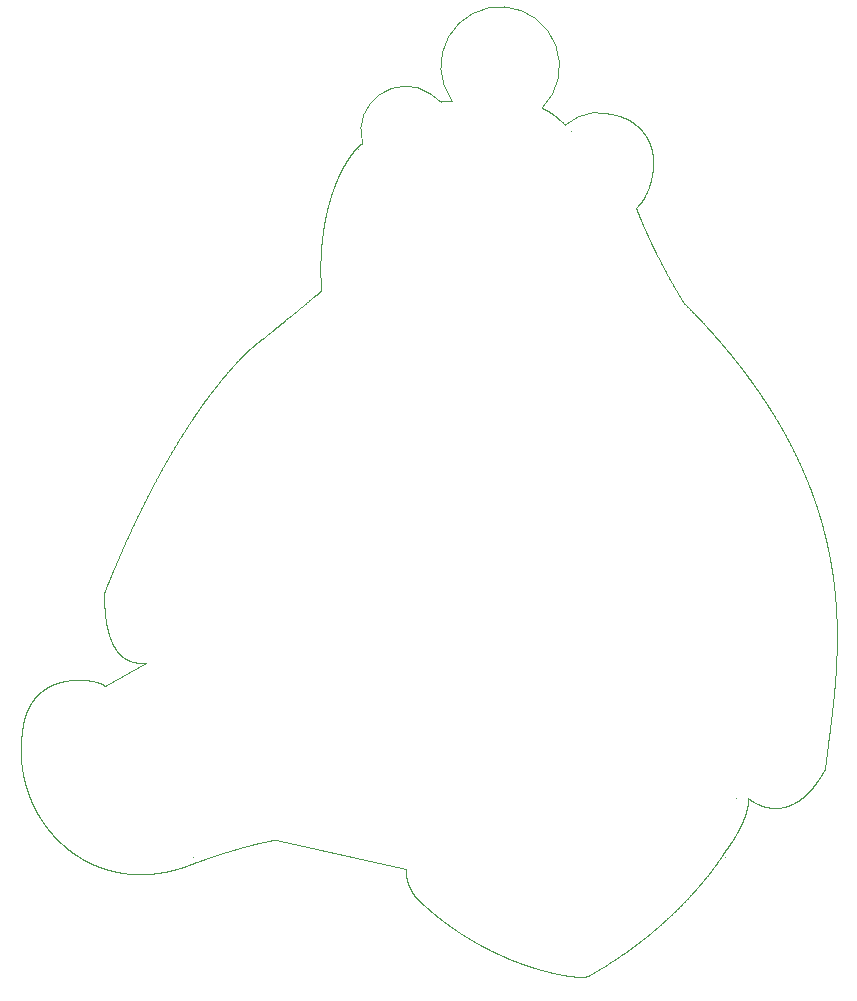
<source format=gbr>
%TF.GenerationSoftware,KiCad,Pcbnew,9.0.2*%
%TF.CreationDate,2025-05-24T17:19:21-04:00*%
%TF.ProjectId,DJUNGELSKOG Keychain,444a554e-4745-44c5-934b-4f47204b6579,rev?*%
%TF.SameCoordinates,Original*%
%TF.FileFunction,Profile,NP*%
%FSLAX46Y46*%
G04 Gerber Fmt 4.6, Leading zero omitted, Abs format (unit mm)*
G04 Created by KiCad (PCBNEW 9.0.2) date 2025-05-24 17:19:21*
%MOMM*%
%LPD*%
G01*
G04 APERTURE LIST*
%ADD10C,0.050000*%
%TA.AperFunction,Profile*%
%ADD11C,0.050000*%
%TD*%
G04 APERTURE END LIST*
D10*
X167000000Y-123500000D02*
X166999960Y-123515502D01*
X166999840Y-123531074D01*
X166999640Y-123546716D01*
X166999358Y-123562429D01*
X166998996Y-123578213D01*
X166998552Y-123594068D01*
X166998025Y-123609995D01*
X166997417Y-123625993D01*
X166996726Y-123642065D01*
X166995952Y-123658209D01*
X166995094Y-123674426D01*
X166994152Y-123690716D01*
X166993126Y-123707080D01*
X166992015Y-123723519D01*
X166990820Y-123740031D01*
X166989538Y-123756619D01*
X166988171Y-123773281D01*
X166986717Y-123790019D01*
X166985177Y-123806832D01*
X166983549Y-123823722D01*
X166981834Y-123840688D01*
X166980030Y-123857731D01*
X166978138Y-123874851D01*
X166976157Y-123892048D01*
X166974087Y-123909323D01*
X166971927Y-123926676D01*
X166969677Y-123944107D01*
X166967336Y-123961617D01*
X166964903Y-123979206D01*
X166962379Y-123996875D01*
X166959763Y-124014623D01*
X166957055Y-124032451D01*
X166954253Y-124050359D01*
X166951358Y-124068347D01*
X166948369Y-124086417D01*
X166945286Y-124104567D01*
X166942108Y-124122800D01*
X166938834Y-124141113D01*
X166935465Y-124159509D01*
X166931999Y-124177988D01*
X166928436Y-124196548D01*
X166924777Y-124215192D01*
X166921019Y-124233919D01*
X166917163Y-124252730D01*
X166913209Y-124271624D01*
X166909155Y-124290602D01*
X166905002Y-124309665D01*
X166900748Y-124328812D01*
X166896394Y-124348044D01*
X166891939Y-124367362D01*
X166887382Y-124386764D01*
X166882722Y-124406252D01*
X166877960Y-124425826D01*
X166873095Y-124445487D01*
X166868127Y-124465233D01*
X166863054Y-124485066D01*
X166857876Y-124504986D01*
X166852594Y-124524993D01*
X166847205Y-124545088D01*
X166841711Y-124565270D01*
X166836110Y-124585539D01*
X166830401Y-124605897D01*
X166824585Y-124626342D01*
X166818661Y-124646877D01*
X166812629Y-124667499D01*
X166806487Y-124688210D01*
X166800235Y-124709011D01*
X166793873Y-124729900D01*
X166787401Y-124750879D01*
X166780818Y-124771946D01*
X166774122Y-124793104D01*
X166767315Y-124814351D01*
X166760395Y-124835689D01*
X166753362Y-124857116D01*
X166746215Y-124878633D01*
X166738955Y-124900241D01*
X166731579Y-124921939D01*
X166724089Y-124943727D01*
X166716483Y-124965606D01*
X166708761Y-124987576D01*
X166700922Y-125009636D01*
X166692967Y-125031788D01*
X166684894Y-125054030D01*
X166676703Y-125076363D01*
X166668394Y-125098787D01*
X166659966Y-125121302D01*
X166651418Y-125143909D01*
X166642751Y-125166606D01*
X166633964Y-125189394D01*
X166625056Y-125212274D01*
X166616027Y-125235244D01*
X166606876Y-125258305D01*
X166597604Y-125281458D01*
X166588209Y-125304701D01*
X166578691Y-125328035D01*
X166569051Y-125351460D01*
X166559286Y-125374975D01*
X166549398Y-125398581D01*
X166539386Y-125422277D01*
X166529248Y-125446064D01*
X166518986Y-125469940D01*
X166508598Y-125493906D01*
X166498084Y-125517963D01*
X166487445Y-125542108D01*
X166476678Y-125566343D01*
X166465785Y-125590667D01*
X166454765Y-125615079D01*
X166443618Y-125639580D01*
X166432343Y-125664169D01*
X166420939Y-125688846D01*
X166409408Y-125713610D01*
X166397748Y-125738462D01*
X166385960Y-125763399D01*
X166374042Y-125788424D01*
X166361996Y-125813533D01*
X166349820Y-125838729D01*
X166337515Y-125864008D01*
X166325080Y-125889372D01*
X166312515Y-125914820D01*
X166299821Y-125940351D01*
X166286996Y-125965964D01*
X166274042Y-125991659D01*
X166260957Y-126017435D01*
X166247743Y-126043291D01*
X166234398Y-126069226D01*
X166220923Y-126095241D01*
X166207318Y-126121333D01*
X166193584Y-126147502D01*
X166179719Y-126173747D01*
X166165725Y-126200067D01*
X166151602Y-126226461D01*
X166137349Y-126252928D01*
X166122967Y-126279467D01*
X166108457Y-126306076D01*
X166093818Y-126332755D01*
X166079051Y-126359501D01*
X166064156Y-126386314D01*
X166049134Y-126413192D01*
X166033986Y-126440134D01*
X166018711Y-126467138D01*
X166003311Y-126494202D01*
X165987786Y-126521325D01*
X165972137Y-126548505D01*
X165956365Y-126575739D01*
X165940470Y-126603027D01*
X165924453Y-126630365D01*
X165908317Y-126657752D01*
X165892060Y-126685185D01*
X165875686Y-126712662D01*
X165859194Y-126740180D01*
X165842586Y-126767737D01*
X165825865Y-126795330D01*
X165809030Y-126822956D01*
X165792085Y-126850611D01*
X165775030Y-126878293D01*
X165757868Y-126905998D01*
X165740600Y-126933723D01*
X165723229Y-126961464D01*
X165705758Y-126989216D01*
X165688188Y-127016976D01*
X165670523Y-127044738D01*
X165652764Y-127072499D01*
X165634916Y-127100254D01*
X165616982Y-127127996D01*
X165598965Y-127155721D01*
X165580869Y-127183422D01*
X165562698Y-127211094D01*
X165544456Y-127238729D01*
X165526148Y-127266321D01*
X165507780Y-127293861D01*
X165489357Y-127321342D01*
X165470884Y-127348756D01*
X165452368Y-127376092D01*
X165433816Y-127403341D01*
X165415235Y-127430492D01*
X165396634Y-127457533D01*
X165378022Y-127484453D01*
X165359408Y-127511237D01*
X165340803Y-127537871D01*
X165322218Y-127564339D01*
X165303666Y-127590624D01*
X165285162Y-127616706D01*
X165266722Y-127642563D01*
X165248362Y-127668174D01*
X165230102Y-127693511D01*
X165211965Y-127718545D01*
X165193976Y-127743243D01*
X165176163Y-127767568D01*
X165158559Y-127791477D01*
X165141204Y-127814920D01*
X165124142Y-127837837D01*
X165107429Y-127860161D01*
X165091129Y-127881805D01*
X165075327Y-127902664D01*
X165060128Y-127922606D01*
X165045674Y-127941450D01*
X165032163Y-127958948D01*
X165019898Y-127974722D01*
X165009398Y-127988124D01*
X165001796Y-127997744D01*
X165000000Y-128000000D01*
X173500000Y-121000000D02*
X173492261Y-121014168D01*
X173484519Y-121028298D01*
X173476778Y-121042386D01*
X173469034Y-121056437D01*
X173461290Y-121070447D01*
X173453544Y-121084420D01*
X173445798Y-121098351D01*
X173438050Y-121112246D01*
X173430302Y-121126099D01*
X173422551Y-121139915D01*
X173414801Y-121153691D01*
X173407048Y-121167429D01*
X173399296Y-121181127D01*
X173391541Y-121194788D01*
X173383786Y-121208408D01*
X173376029Y-121221992D01*
X173368273Y-121235535D01*
X173360514Y-121249042D01*
X173352755Y-121262508D01*
X173344995Y-121275938D01*
X173337234Y-121289328D01*
X173329471Y-121302681D01*
X173321709Y-121315995D01*
X173313944Y-121329272D01*
X173306180Y-121342510D01*
X173298413Y-121355711D01*
X173290647Y-121368872D01*
X173282879Y-121381998D01*
X173275111Y-121395084D01*
X173267341Y-121408134D01*
X173259571Y-121421145D01*
X173251800Y-121434120D01*
X173244028Y-121447056D01*
X173236255Y-121459956D01*
X173228482Y-121472817D01*
X173220707Y-121485642D01*
X173212932Y-121498428D01*
X173205156Y-121511179D01*
X173197380Y-121523891D01*
X173189602Y-121536568D01*
X173181824Y-121549206D01*
X173174044Y-121561809D01*
X173166265Y-121574374D01*
X173158484Y-121586903D01*
X173150703Y-121599394D01*
X173142921Y-121611849D01*
X173135139Y-121624267D01*
X173127355Y-121636650D01*
X173119572Y-121648995D01*
X173111787Y-121661304D01*
X173104002Y-121673576D01*
X173096215Y-121685813D01*
X173088429Y-121698013D01*
X173080642Y-121710177D01*
X173072854Y-121722305D01*
X173065065Y-121734397D01*
X173057277Y-121746453D01*
X173049487Y-121758473D01*
X173041697Y-121770457D01*
X173033906Y-121782406D01*
X173026115Y-121794318D01*
X173018322Y-121806195D01*
X173010530Y-121818036D01*
X173002737Y-121829843D01*
X172994944Y-121841613D01*
X172987149Y-121853348D01*
X172979355Y-121865047D01*
X172971560Y-121876712D01*
X172963765Y-121888341D01*
X172955968Y-121899935D01*
X172948172Y-121911494D01*
X172940375Y-121923018D01*
X172932577Y-121934507D01*
X172924779Y-121945961D01*
X172916981Y-121957380D01*
X172909182Y-121968765D01*
X172901383Y-121980114D01*
X172893583Y-121991429D01*
X172885783Y-122002709D01*
X172877983Y-122013955D01*
X172870182Y-122025166D01*
X172862380Y-122036344D01*
X172854579Y-122047486D01*
X172846777Y-122058594D01*
X172838975Y-122069668D01*
X172831172Y-122080708D01*
X172823369Y-122091713D01*
X172815565Y-122102685D01*
X172807761Y-122113622D01*
X172799957Y-122124527D01*
X172792153Y-122135396D01*
X172784348Y-122146232D01*
X172776543Y-122157034D01*
X172768737Y-122167803D01*
X172760932Y-122178537D01*
X172753126Y-122189239D01*
X172745320Y-122199906D01*
X172737513Y-122210541D01*
X172729707Y-122221142D01*
X172721899Y-122231709D01*
X172714092Y-122242243D01*
X172706285Y-122252745D01*
X172698477Y-122263212D01*
X172690669Y-122273647D01*
X172682861Y-122284049D01*
X172675052Y-122294418D01*
X172667244Y-122304753D01*
X172659435Y-122315056D01*
X172651626Y-122325326D01*
X172643816Y-122335564D01*
X172636007Y-122345768D01*
X172628197Y-122355940D01*
X172620388Y-122366079D01*
X172612578Y-122376186D01*
X172604768Y-122386261D01*
X172596957Y-122396303D01*
X172589147Y-122406312D01*
X172581336Y-122416290D01*
X172573525Y-122426235D01*
X172565714Y-122436148D01*
X172557904Y-122446028D01*
X172550092Y-122455877D01*
X172542281Y-122465694D01*
X172534470Y-122475479D01*
X172526658Y-122485232D01*
X172518847Y-122494953D01*
X172511035Y-122504642D01*
X172503223Y-122514300D01*
X172495412Y-122523925D01*
X172487600Y-122533520D01*
X172479788Y-122543082D01*
X172471975Y-122552614D01*
X172464163Y-122562114D01*
X172456351Y-122571582D01*
X172448539Y-122581019D01*
X172440727Y-122590425D01*
X172432914Y-122599800D01*
X172425102Y-122609143D01*
X172417289Y-122618455D01*
X172409477Y-122627737D01*
X172401664Y-122636987D01*
X172393852Y-122646207D01*
X172386039Y-122655395D01*
X172378227Y-122664553D01*
X172370414Y-122673680D01*
X172362601Y-122682776D01*
X172354789Y-122691841D01*
X172346976Y-122700876D01*
X172339163Y-122709881D01*
X172331351Y-122718855D01*
X172323538Y-122727798D01*
X172315726Y-122736711D01*
X172307913Y-122745594D01*
X172300100Y-122754447D01*
X172292288Y-122763269D01*
X172284475Y-122772061D01*
X172276663Y-122780823D01*
X172268850Y-122789555D01*
X172261038Y-122798257D01*
X172253226Y-122806929D01*
X172245413Y-122815571D01*
X172237601Y-122824183D01*
X172229789Y-122832766D01*
X172221977Y-122841318D01*
X172214164Y-122849841D01*
X172206352Y-122858335D01*
X172198540Y-122866799D01*
X172190728Y-122875233D01*
X172182916Y-122883638D01*
X172175104Y-122892013D01*
X172167293Y-122900359D01*
X172159481Y-122908676D01*
X172151669Y-122916963D01*
X172143858Y-122925222D01*
X172136046Y-122933451D01*
X172128235Y-122941651D01*
X172120423Y-122949822D01*
X172112612Y-122957964D01*
X172104801Y-122966077D01*
X172096990Y-122974161D01*
X172089179Y-122982216D01*
X172081368Y-122990242D01*
X172073557Y-122998240D01*
X172065747Y-123006209D01*
X172057936Y-123014150D01*
X172050126Y-123022061D01*
X172042315Y-123029945D01*
X172034505Y-123037799D01*
X172026694Y-123045626D01*
X172018885Y-123053424D01*
X172011074Y-123061194D01*
X172003265Y-123068935D01*
X171995455Y-123076648D01*
X171987645Y-123084333D01*
X171979835Y-123091990D01*
X171972026Y-123099618D01*
X171964216Y-123107219D01*
X171956407Y-123114792D01*
X171948598Y-123122337D01*
X171940789Y-123129853D01*
X171932980Y-123137343D01*
X171925171Y-123144803D01*
X171917362Y-123152237D01*
X171909554Y-123159643D01*
X171901745Y-123167021D01*
X171893937Y-123174371D01*
X171886129Y-123181695D01*
X171878321Y-123188990D01*
X171870512Y-123196259D01*
X171862705Y-123203499D01*
X171854897Y-123210713D01*
X171847089Y-123217898D01*
X171839281Y-123225057D01*
X171831474Y-123232189D01*
X171823666Y-123239294D01*
X171815859Y-123246370D01*
X171808052Y-123253421D01*
X171800245Y-123260444D01*
X171792438Y-123267441D01*
X171784631Y-123274410D01*
X171776824Y-123281353D01*
X171769018Y-123288268D01*
X171761211Y-123295157D01*
X171753405Y-123302019D01*
X171745598Y-123308855D01*
X171737792Y-123315663D01*
X171729986Y-123322446D01*
X171722180Y-123329201D01*
X171714374Y-123335931D01*
X171706568Y-123342633D01*
X171698762Y-123349310D01*
X171690957Y-123355959D01*
X171683151Y-123362583D01*
X171675346Y-123369180D01*
X171667540Y-123375752D01*
X171659735Y-123382296D01*
X171651929Y-123388816D01*
X171644124Y-123395308D01*
X171636319Y-123401775D01*
X171628514Y-123408215D01*
X171620709Y-123414630D01*
X171612905Y-123421019D01*
X171605099Y-123427382D01*
X171597295Y-123433719D01*
X171589490Y-123440030D01*
X171581686Y-123446315D01*
X171573880Y-123452576D01*
X171566077Y-123458809D01*
X171558271Y-123465019D01*
X171550468Y-123471201D01*
X171542662Y-123477359D01*
X171534859Y-123483491D01*
X171527054Y-123489598D01*
X171519250Y-123495678D01*
X171511445Y-123501735D01*
X171503642Y-123507765D01*
X171495837Y-123513771D01*
X171488034Y-123519750D01*
X171480229Y-123525706D01*
X171472425Y-123531635D01*
X171464621Y-123537540D01*
X171456817Y-123543419D01*
X171449012Y-123549274D01*
X171441209Y-123555103D01*
X171433404Y-123560909D01*
X171425601Y-123566688D01*
X171417796Y-123572443D01*
X171409993Y-123578173D01*
X171402188Y-123583879D01*
X171394385Y-123589559D01*
X171386580Y-123595215D01*
X171378776Y-123600846D01*
X171370971Y-123606453D01*
X171363168Y-123612035D01*
X171355363Y-123617593D01*
X171347559Y-123623125D01*
X171339754Y-123628635D01*
X171331950Y-123634118D01*
X171324145Y-123639579D01*
X171316341Y-123645013D01*
X171308536Y-123650425D01*
X171300732Y-123655812D01*
X171292926Y-123661175D01*
X171285122Y-123666513D01*
X171277316Y-123671828D01*
X171269512Y-123677118D01*
X171261706Y-123682385D01*
X171253902Y-123687626D01*
X171246095Y-123692845D01*
X171238291Y-123698039D01*
X171230484Y-123703210D01*
X171222679Y-123708356D01*
X171214872Y-123713479D01*
X171207068Y-123718577D01*
X171199260Y-123723653D01*
X171191455Y-123728704D01*
X171183647Y-123733732D01*
X171175842Y-123738736D01*
X171168034Y-123743717D01*
X171160228Y-123748673D01*
X171152420Y-123753607D01*
X171144614Y-123758516D01*
X171136805Y-123763403D01*
X171128998Y-123768265D01*
X171121189Y-123773106D01*
X171113382Y-123777921D01*
X171105573Y-123782715D01*
X171097765Y-123787483D01*
X171089955Y-123792230D01*
X171082147Y-123796953D01*
X171074337Y-123801653D01*
X171066529Y-123806329D01*
X171058717Y-123810983D01*
X171050909Y-123815613D01*
X171043097Y-123820221D01*
X171035288Y-123824805D01*
X171027475Y-123829367D01*
X171019666Y-123833905D01*
X171011853Y-123838421D01*
X171004042Y-123842913D01*
X170996229Y-123847383D01*
X170988418Y-123851829D01*
X170980603Y-123856254D01*
X170972792Y-123860655D01*
X170957165Y-123869389D01*
X170941536Y-123878033D01*
X170925906Y-123886586D01*
X170910274Y-123895050D01*
X170894641Y-123903423D01*
X170879006Y-123911707D01*
X170863369Y-123919901D01*
X170847731Y-123928006D01*
X170832090Y-123936022D01*
X170816448Y-123943950D01*
X170800804Y-123951789D01*
X170785157Y-123959539D01*
X170769509Y-123967202D01*
X170753858Y-123974777D01*
X170738205Y-123982264D01*
X170722549Y-123989664D01*
X170706892Y-123996976D01*
X170691231Y-124004202D01*
X170675569Y-124011341D01*
X170659903Y-124018394D01*
X170644235Y-124025360D01*
X170628564Y-124032240D01*
X170612890Y-124039034D01*
X170597213Y-124045742D01*
X170581534Y-124052365D01*
X170565851Y-124058902D01*
X170550165Y-124065354D01*
X170534476Y-124071721D01*
X170518783Y-124078004D01*
X170503087Y-124084202D01*
X170487388Y-124090315D01*
X170471685Y-124096344D01*
X170455978Y-124102289D01*
X170440268Y-124108150D01*
X170424554Y-124113927D01*
X170408836Y-124119620D01*
X170393114Y-124125230D01*
X170377388Y-124130757D01*
X170361657Y-124136201D01*
X170345923Y-124141561D01*
X170330185Y-124146839D01*
X170314442Y-124152034D01*
X170298694Y-124157146D01*
X170282942Y-124162176D01*
X170267186Y-124167124D01*
X170251424Y-124171989D01*
X170235658Y-124176772D01*
X170219887Y-124181473D01*
X170204112Y-124186093D01*
X170188331Y-124190631D01*
X170172545Y-124195087D01*
X170156753Y-124199461D01*
X170140957Y-124203755D01*
X170125155Y-124207967D01*
X170109348Y-124212098D01*
X170093535Y-124216148D01*
X170077717Y-124220116D01*
X170061892Y-124224004D01*
X170046063Y-124227812D01*
X170030227Y-124231538D01*
X170014385Y-124235184D01*
X169998537Y-124238749D01*
X169982683Y-124242234D01*
X169966823Y-124245639D01*
X169950957Y-124248963D01*
X169935084Y-124252207D01*
X169919205Y-124255371D01*
X169903320Y-124258455D01*
X169887428Y-124261459D01*
X169871529Y-124264383D01*
X169855623Y-124267226D01*
X169839711Y-124269990D01*
X169823792Y-124272675D01*
X169807865Y-124275279D01*
X169791932Y-124277804D01*
X169775992Y-124280249D01*
X169760044Y-124282614D01*
X169744089Y-124284900D01*
X169728127Y-124287106D01*
X169712158Y-124289232D01*
X169696181Y-124291280D01*
X169680196Y-124293247D01*
X169664204Y-124295135D01*
X169648204Y-124296944D01*
X169632196Y-124298673D01*
X169616181Y-124300323D01*
X169600158Y-124301893D01*
X169584127Y-124303384D01*
X169568088Y-124304795D01*
X169552041Y-124306128D01*
X169535985Y-124307380D01*
X169519922Y-124308553D01*
X169503850Y-124309647D01*
X169487770Y-124310662D01*
X169471682Y-124311597D01*
X169455586Y-124312452D01*
X169439481Y-124313228D01*
X169423368Y-124313925D01*
X169407246Y-124314542D01*
X169391116Y-124315079D01*
X169374977Y-124315537D01*
X169358829Y-124315916D01*
X169342673Y-124316214D01*
X169326509Y-124316434D01*
X169310335Y-124316573D01*
X169294153Y-124316633D01*
X169277962Y-124316613D01*
X169261763Y-124316513D01*
X169245554Y-124316333D01*
X169229337Y-124316073D01*
X169213111Y-124315734D01*
X169196876Y-124315314D01*
X169180633Y-124314815D01*
X169164380Y-124314235D01*
X169148119Y-124313575D01*
X169131849Y-124312835D01*
X169115570Y-124312015D01*
X169099282Y-124311115D01*
X169082986Y-124310134D01*
X169066680Y-124309072D01*
X169050366Y-124307930D01*
X169034043Y-124306708D01*
X169017712Y-124305404D01*
X169001372Y-124304021D01*
X168985023Y-124302556D01*
X168968665Y-124301010D01*
X168952299Y-124299384D01*
X168935925Y-124297676D01*
X168919542Y-124295888D01*
X168903150Y-124294018D01*
X168886750Y-124292067D01*
X168870342Y-124290035D01*
X168853926Y-124287922D01*
X168837502Y-124285726D01*
X168821069Y-124283450D01*
X168804629Y-124281092D01*
X168788180Y-124278652D01*
X168771724Y-124276130D01*
X168755261Y-124273527D01*
X168738790Y-124270841D01*
X168722311Y-124268074D01*
X168705825Y-124265224D01*
X168689332Y-124262293D01*
X168672832Y-124259279D01*
X168656324Y-124256183D01*
X168639811Y-124253004D01*
X168623290Y-124249743D01*
X168606764Y-124246400D01*
X168590231Y-124242974D01*
X168573691Y-124239465D01*
X168557147Y-124235873D01*
X168540596Y-124232199D01*
X168524040Y-124228442D01*
X168507479Y-124224602D01*
X168490913Y-124220679D01*
X168474342Y-124216673D01*
X168457766Y-124212584D01*
X168441186Y-124208412D01*
X168424603Y-124204156D01*
X168408015Y-124199818D01*
X168391424Y-124195396D01*
X168374830Y-124190891D01*
X168358234Y-124186302D01*
X168341635Y-124181630D01*
X168325033Y-124176875D01*
X168308430Y-124172037D01*
X168291826Y-124167115D01*
X168275220Y-124162110D01*
X168258614Y-124157021D01*
X168242008Y-124151849D01*
X168225402Y-124146594D01*
X168208796Y-124141255D01*
X168192192Y-124135834D01*
X168175589Y-124130328D01*
X168158989Y-124124740D01*
X168142391Y-124119069D01*
X168125796Y-124113314D01*
X168109205Y-124107477D01*
X168092618Y-124101557D01*
X168076036Y-124095554D01*
X168059459Y-124089468D01*
X168042889Y-124083300D01*
X168026325Y-124077049D01*
X168009769Y-124070717D01*
X167993221Y-124064302D01*
X167976682Y-124057805D01*
X167960152Y-124051227D01*
X167943633Y-124044567D01*
X167927126Y-124037827D01*
X167910631Y-124031005D01*
X167894148Y-124024102D01*
X167877680Y-124017120D01*
X167861227Y-124010057D01*
X167844790Y-124002915D01*
X167828370Y-123995694D01*
X167811968Y-123988393D01*
X167795585Y-123981015D01*
X167779223Y-123973558D01*
X167762882Y-123966025D01*
X167746565Y-123958414D01*
X167730272Y-123950727D01*
X167714004Y-123942964D01*
X167697764Y-123935127D01*
X167681552Y-123927215D01*
X167665370Y-123919229D01*
X167649221Y-123911171D01*
X167633104Y-123903041D01*
X167617024Y-123894840D01*
X167600980Y-123886569D01*
X167584976Y-123878229D01*
X167569013Y-123869821D01*
X167553093Y-123861347D01*
X167537219Y-123852807D01*
X167521393Y-123844203D01*
X167505618Y-123835537D01*
X167489896Y-123826810D01*
X167474230Y-123818023D01*
X167458623Y-123809178D01*
X167443078Y-123800278D01*
X167427598Y-123791324D01*
X167412186Y-123782319D01*
X167396847Y-123773264D01*
X167381584Y-123764163D01*
X167366401Y-123755018D01*
X167351303Y-123745831D01*
X167336294Y-123736607D01*
X167321379Y-123727348D01*
X167306564Y-123718059D01*
X167291854Y-123708742D01*
X167277255Y-123699403D01*
X167262774Y-123690046D01*
X167248417Y-123680677D01*
X167234194Y-123671300D01*
X167220111Y-123661923D01*
X167206178Y-123652552D01*
X167192406Y-123643194D01*
X167178805Y-123633859D01*
X167165387Y-123624554D01*
X167152165Y-123615292D01*
X167139156Y-123606084D01*
X167126375Y-123596943D01*
X167113843Y-123587885D01*
X167101582Y-123578927D01*
X167089617Y-123570092D01*
X167077978Y-123561403D01*
X167066703Y-123552891D01*
X167055835Y-123544591D01*
X167045429Y-123536551D01*
X167035555Y-123528831D01*
X167026310Y-123521509D01*
X167017829Y-123514704D01*
X167010323Y-123508595D01*
X167004173Y-123503512D01*
X167000000Y-123500000D01*
X161500000Y-81500000D02*
X161525675Y-81525689D01*
X161551318Y-81551374D01*
X161576929Y-81577056D01*
X161602508Y-81602734D01*
X161628055Y-81628409D01*
X161653571Y-81654079D01*
X161679055Y-81679747D01*
X161704507Y-81705410D01*
X161729927Y-81731071D01*
X161755316Y-81756727D01*
X161780673Y-81782380D01*
X161805998Y-81808029D01*
X161831292Y-81833675D01*
X161856554Y-81859317D01*
X161881785Y-81884956D01*
X161906984Y-81910591D01*
X161932152Y-81936223D01*
X161957288Y-81961851D01*
X161982393Y-81987476D01*
X162007466Y-82013096D01*
X162032507Y-82038714D01*
X162057518Y-82064328D01*
X162082497Y-82089938D01*
X162107444Y-82115545D01*
X162132360Y-82141148D01*
X162157245Y-82166748D01*
X162182099Y-82192345D01*
X162206921Y-82217937D01*
X162231712Y-82243527D01*
X162256472Y-82269112D01*
X162281201Y-82294695D01*
X162305898Y-82320273D01*
X162330565Y-82345849D01*
X162355200Y-82371421D01*
X162379804Y-82396989D01*
X162404377Y-82422554D01*
X162428919Y-82448116D01*
X162453429Y-82473673D01*
X162477910Y-82499228D01*
X162502358Y-82524779D01*
X162526776Y-82550327D01*
X162551163Y-82575871D01*
X162575519Y-82601412D01*
X162599844Y-82626949D01*
X162624139Y-82652483D01*
X162648402Y-82678013D01*
X162672635Y-82703540D01*
X162696836Y-82729063D01*
X162721007Y-82754584D01*
X162745147Y-82780100D01*
X162769257Y-82805614D01*
X162793335Y-82831124D01*
X162817384Y-82856631D01*
X162841401Y-82882133D01*
X162865388Y-82907633D01*
X162889343Y-82933129D01*
X162913269Y-82958623D01*
X162937163Y-82984112D01*
X162961028Y-83009599D01*
X162984861Y-83035081D01*
X163008665Y-83060561D01*
X163032437Y-83086037D01*
X163056180Y-83111510D01*
X163079891Y-83136979D01*
X163103573Y-83162445D01*
X163127224Y-83187908D01*
X163150845Y-83213367D01*
X163174434Y-83238823D01*
X163197995Y-83264276D01*
X163221524Y-83289725D01*
X163245023Y-83315172D01*
X163268492Y-83340614D01*
X163291931Y-83366054D01*
X163315339Y-83391490D01*
X163338718Y-83416923D01*
X163362065Y-83442352D01*
X163385384Y-83467779D01*
X163408671Y-83493201D01*
X163431929Y-83518621D01*
X163455156Y-83544037D01*
X163478354Y-83569451D01*
X163501521Y-83594860D01*
X163524659Y-83620267D01*
X163547766Y-83645670D01*
X163570844Y-83671071D01*
X163593891Y-83696467D01*
X163616909Y-83721861D01*
X163639896Y-83747251D01*
X163662854Y-83772639D01*
X163685782Y-83798022D01*
X163708680Y-83823403D01*
X163731548Y-83848780D01*
X163754386Y-83874155D01*
X163777194Y-83899525D01*
X163799974Y-83924894D01*
X163822722Y-83950258D01*
X163845442Y-83975620D01*
X163868131Y-84000977D01*
X163890791Y-84026333D01*
X163913421Y-84051684D01*
X163936022Y-84077033D01*
X163958593Y-84102378D01*
X163981135Y-84127721D01*
X164003646Y-84153060D01*
X164026129Y-84178396D01*
X164048581Y-84203729D01*
X164071005Y-84229059D01*
X164093398Y-84254385D01*
X164115763Y-84279709D01*
X164138097Y-84305028D01*
X164160403Y-84330346D01*
X164182679Y-84355659D01*
X164204926Y-84380971D01*
X164227143Y-84406278D01*
X164249331Y-84431583D01*
X164271489Y-84456884D01*
X164293619Y-84482183D01*
X164315719Y-84507478D01*
X164337790Y-84532771D01*
X164359831Y-84558060D01*
X164381844Y-84583346D01*
X164403827Y-84608629D01*
X164425782Y-84633909D01*
X164447706Y-84659185D01*
X164469602Y-84684460D01*
X164491469Y-84709730D01*
X164513307Y-84734998D01*
X164535115Y-84760262D01*
X164556895Y-84785525D01*
X164578645Y-84810783D01*
X164600367Y-84836039D01*
X164622059Y-84861291D01*
X164643723Y-84886541D01*
X164665358Y-84911787D01*
X164686964Y-84937031D01*
X164708540Y-84962271D01*
X164730089Y-84987509D01*
X164751608Y-85012743D01*
X164773099Y-85037975D01*
X164794560Y-85063203D01*
X164815993Y-85088429D01*
X164837397Y-85113651D01*
X164858772Y-85138871D01*
X164880119Y-85164087D01*
X164901437Y-85189302D01*
X164922726Y-85214512D01*
X164943987Y-85239720D01*
X164965218Y-85264925D01*
X164986422Y-85290127D01*
X165007596Y-85315325D01*
X165028743Y-85340522D01*
X165049860Y-85365715D01*
X165070950Y-85390906D01*
X165092010Y-85416092D01*
X165113043Y-85441278D01*
X165134046Y-85466458D01*
X165155022Y-85491638D01*
X165175968Y-85516813D01*
X165196887Y-85541986D01*
X165217776Y-85567156D01*
X165238638Y-85592324D01*
X165259471Y-85617487D01*
X165280277Y-85642649D01*
X165301053Y-85667807D01*
X165321802Y-85692964D01*
X165342521Y-85718116D01*
X165363214Y-85743267D01*
X165383877Y-85768413D01*
X165404513Y-85793558D01*
X165425120Y-85818699D01*
X165445700Y-85843839D01*
X165466250Y-85868974D01*
X165486774Y-85894108D01*
X165507268Y-85919237D01*
X165527735Y-85944366D01*
X165548173Y-85969490D01*
X165568585Y-85994612D01*
X165588967Y-86019731D01*
X165609322Y-86044848D01*
X165629648Y-86069961D01*
X165649947Y-86095073D01*
X165670218Y-86120180D01*
X165690461Y-86145286D01*
X165710676Y-86170388D01*
X165730863Y-86195489D01*
X165751022Y-86220585D01*
X165771154Y-86245681D01*
X165791257Y-86270772D01*
X165811334Y-86295862D01*
X165831381Y-86320947D01*
X165851402Y-86346032D01*
X165871394Y-86371112D01*
X165891360Y-86396191D01*
X165911296Y-86421266D01*
X165931207Y-86446340D01*
X165951088Y-86471409D01*
X165970943Y-86496477D01*
X165990769Y-86521541D01*
X166010569Y-86546605D01*
X166030339Y-86571663D01*
X166050084Y-86596721D01*
X166069800Y-86621775D01*
X166089490Y-86646827D01*
X166109150Y-86671876D01*
X166128785Y-86696923D01*
X166148391Y-86721966D01*
X166167971Y-86747008D01*
X166187522Y-86772046D01*
X166207047Y-86797083D01*
X166226543Y-86822116D01*
X166246014Y-86847148D01*
X166265455Y-86872175D01*
X166284871Y-86897202D01*
X166304258Y-86922224D01*
X166323619Y-86947246D01*
X166342951Y-86972263D01*
X166362258Y-86997279D01*
X166381536Y-87022291D01*
X166400788Y-87047303D01*
X166420012Y-87072310D01*
X166439210Y-87097317D01*
X166458379Y-87122318D01*
X166477523Y-87147320D01*
X166496638Y-87172317D01*
X166515728Y-87197313D01*
X166534789Y-87222305D01*
X166553824Y-87247297D01*
X166572831Y-87272284D01*
X166591813Y-87297271D01*
X166610766Y-87322253D01*
X166629693Y-87347234D01*
X166648592Y-87372211D01*
X166667466Y-87397188D01*
X166686311Y-87422160D01*
X166705131Y-87447132D01*
X166723923Y-87472100D01*
X166742689Y-87497067D01*
X166761427Y-87522029D01*
X166780140Y-87546992D01*
X166798824Y-87571949D01*
X166817483Y-87596907D01*
X166836114Y-87621860D01*
X166854719Y-87646813D01*
X166873297Y-87671761D01*
X166891849Y-87696709D01*
X166910373Y-87721652D01*
X166928872Y-87746596D01*
X166947343Y-87771535D01*
X166965788Y-87796473D01*
X166984206Y-87821407D01*
X167002598Y-87846341D01*
X167020963Y-87871271D01*
X167039302Y-87896200D01*
X167057613Y-87921125D01*
X167075900Y-87946050D01*
X167094158Y-87970970D01*
X167112392Y-87995890D01*
X167130597Y-88020806D01*
X167148778Y-88045721D01*
X167166931Y-88070633D01*
X167185059Y-88095544D01*
X167203158Y-88120450D01*
X167221234Y-88145357D01*
X167239281Y-88170259D01*
X167257303Y-88195161D01*
X167275298Y-88220059D01*
X167293268Y-88244957D01*
X167311210Y-88269850D01*
X167329128Y-88294743D01*
X167347017Y-88319632D01*
X167364882Y-88344521D01*
X167382720Y-88369405D01*
X167400533Y-88394290D01*
X167418317Y-88419170D01*
X167436078Y-88444050D01*
X167453811Y-88468926D01*
X167471519Y-88493802D01*
X167489200Y-88518673D01*
X167506856Y-88543545D01*
X167524485Y-88568412D01*
X167542089Y-88593279D01*
X167559665Y-88618142D01*
X167577218Y-88643006D01*
X167594742Y-88667864D01*
X167612243Y-88692723D01*
X167629715Y-88717578D01*
X167647164Y-88742433D01*
X167664585Y-88767283D01*
X167681982Y-88792134D01*
X167699351Y-88816980D01*
X167716696Y-88841827D01*
X167734014Y-88866669D01*
X167751307Y-88891511D01*
X167768573Y-88916349D01*
X167785816Y-88941188D01*
X167803030Y-88966022D01*
X167820221Y-88990856D01*
X167837384Y-89015686D01*
X167854523Y-89040517D01*
X167871635Y-89065343D01*
X167888723Y-89090169D01*
X167905783Y-89114991D01*
X167922820Y-89139814D01*
X167939829Y-89164632D01*
X167956815Y-89189451D01*
X167973773Y-89214265D01*
X167990708Y-89239080D01*
X168007615Y-89263890D01*
X168024498Y-89288701D01*
X168041355Y-89313507D01*
X168058187Y-89338315D01*
X168074992Y-89363117D01*
X168091774Y-89387921D01*
X168108528Y-89412720D01*
X168125259Y-89437519D01*
X168141963Y-89462314D01*
X168158643Y-89487111D01*
X168175296Y-89511902D01*
X168191926Y-89536694D01*
X168208528Y-89561482D01*
X168225107Y-89586270D01*
X168241659Y-89611054D01*
X168258187Y-89635840D01*
X168274688Y-89660620D01*
X168291166Y-89685401D01*
X168307617Y-89710178D01*
X168324045Y-89734956D01*
X168340445Y-89759729D01*
X168356823Y-89784503D01*
X168373173Y-89809273D01*
X168389500Y-89834044D01*
X168405800Y-89858810D01*
X168422077Y-89883577D01*
X168438327Y-89908340D01*
X168454553Y-89933104D01*
X168470753Y-89957863D01*
X168486930Y-89982624D01*
X168503080Y-90007379D01*
X168519207Y-90032137D01*
X168535306Y-90056889D01*
X168551383Y-90081643D01*
X168567433Y-90106392D01*
X168583461Y-90131142D01*
X168599461Y-90155888D01*
X168615438Y-90180635D01*
X168631389Y-90205377D01*
X168647316Y-90230121D01*
X168663217Y-90254860D01*
X168679095Y-90279601D01*
X168694947Y-90304337D01*
X168710775Y-90329075D01*
X168726577Y-90353807D01*
X168742356Y-90378542D01*
X168758108Y-90403271D01*
X168773838Y-90428003D01*
X168789541Y-90452729D01*
X168805221Y-90477457D01*
X168820875Y-90502180D01*
X168836506Y-90526906D01*
X168852110Y-90551626D01*
X168867692Y-90576348D01*
X168883247Y-90601065D01*
X168898780Y-90625784D01*
X168914286Y-90650498D01*
X168929770Y-90675215D01*
X168945227Y-90699926D01*
X168960662Y-90724639D01*
X168976070Y-90749347D01*
X168991455Y-90774058D01*
X169006814Y-90798763D01*
X169022151Y-90823470D01*
X169037462Y-90848173D01*
X169052750Y-90872878D01*
X169068011Y-90897577D01*
X169083251Y-90922279D01*
X169098463Y-90946976D01*
X169113654Y-90971675D01*
X169128818Y-90996369D01*
X169143960Y-91021066D01*
X169159076Y-91045757D01*
X169174169Y-91070451D01*
X169189236Y-91095139D01*
X169204282Y-91119830D01*
X169219300Y-91144516D01*
X169234297Y-91169205D01*
X169249267Y-91193888D01*
X169279137Y-91243255D01*
X169308911Y-91292616D01*
X169338588Y-91341973D01*
X169368169Y-91391324D01*
X169397654Y-91440671D01*
X169427043Y-91490012D01*
X169456336Y-91539349D01*
X169485533Y-91588681D01*
X169514635Y-91638009D01*
X169543641Y-91687332D01*
X169572552Y-91736651D01*
X169601368Y-91785965D01*
X169630088Y-91835275D01*
X169658713Y-91884580D01*
X169687244Y-91933882D01*
X169715680Y-91983179D01*
X169744021Y-92032472D01*
X169772268Y-92081762D01*
X169800420Y-92131047D01*
X169828478Y-92180329D01*
X169856442Y-92229606D01*
X169884312Y-92278881D01*
X169912088Y-92328151D01*
X169939771Y-92377418D01*
X169967360Y-92426682D01*
X169994855Y-92475942D01*
X170022257Y-92525199D01*
X170049565Y-92574453D01*
X170076781Y-92623703D01*
X170103903Y-92672951D01*
X170130933Y-92722195D01*
X170157870Y-92771437D01*
X170184714Y-92820676D01*
X170211466Y-92869912D01*
X170238125Y-92919145D01*
X170264692Y-92968376D01*
X170291166Y-93017605D01*
X170317549Y-93066830D01*
X170343840Y-93116054D01*
X170370038Y-93165275D01*
X170396146Y-93214494D01*
X170422161Y-93263711D01*
X170448085Y-93312926D01*
X170473918Y-93362139D01*
X170499659Y-93411351D01*
X170525310Y-93460560D01*
X170550869Y-93509768D01*
X170576337Y-93558974D01*
X170601715Y-93608178D01*
X170627002Y-93657382D01*
X170652198Y-93706583D01*
X170677304Y-93755784D01*
X170702319Y-93804983D01*
X170727244Y-93854182D01*
X170752080Y-93903379D01*
X170776825Y-93952575D01*
X170801480Y-94001771D01*
X170826045Y-94050965D01*
X170850521Y-94100159D01*
X170874907Y-94149353D01*
X170899204Y-94198546D01*
X170923411Y-94247738D01*
X170947530Y-94296931D01*
X170971559Y-94346123D01*
X170995499Y-94395315D01*
X171019350Y-94444506D01*
X171043112Y-94493698D01*
X171066785Y-94542890D01*
X171090370Y-94592083D01*
X171113867Y-94641275D01*
X171137275Y-94690468D01*
X171160595Y-94739662D01*
X171183826Y-94788856D01*
X171206970Y-94838051D01*
X171230026Y-94887246D01*
X171252993Y-94936443D01*
X171275873Y-94985640D01*
X171298665Y-95034839D01*
X171321370Y-95084039D01*
X171343988Y-95133239D01*
X171366517Y-95182442D01*
X171388960Y-95231646D01*
X171411316Y-95280851D01*
X171433584Y-95330058D01*
X171455766Y-95379267D01*
X171477860Y-95428477D01*
X171499868Y-95477690D01*
X171521790Y-95526904D01*
X171543624Y-95576121D01*
X171565373Y-95625340D01*
X171587035Y-95674561D01*
X171608610Y-95723785D01*
X171630100Y-95773011D01*
X171651503Y-95822240D01*
X171672821Y-95871471D01*
X171694052Y-95920706D01*
X171715198Y-95969943D01*
X171736259Y-96019184D01*
X171757233Y-96068428D01*
X171778122Y-96117674D01*
X171798926Y-96166925D01*
X171819644Y-96216179D01*
X171840278Y-96265436D01*
X171860826Y-96314697D01*
X171881289Y-96363962D01*
X171901667Y-96413231D01*
X171921960Y-96462503D01*
X171942169Y-96511780D01*
X171962293Y-96561062D01*
X171982332Y-96610347D01*
X172002287Y-96659637D01*
X172022157Y-96708931D01*
X172041943Y-96758231D01*
X172061645Y-96807535D01*
X172081263Y-96856844D01*
X172100797Y-96906157D01*
X172120247Y-96955476D01*
X172139613Y-97004801D01*
X172158895Y-97054130D01*
X172178094Y-97103465D01*
X172197209Y-97152806D01*
X172216240Y-97202152D01*
X172235188Y-97251505D01*
X172254053Y-97300863D01*
X172272835Y-97350227D01*
X172291533Y-97399597D01*
X172310148Y-97448974D01*
X172328680Y-97498357D01*
X172347129Y-97547747D01*
X172365496Y-97597143D01*
X172383780Y-97646546D01*
X172401981Y-97695956D01*
X172420099Y-97745373D01*
X172438135Y-97794797D01*
X172456088Y-97844228D01*
X172473959Y-97893667D01*
X172491748Y-97943113D01*
X172509455Y-97992567D01*
X172527080Y-98042029D01*
X172544622Y-98091499D01*
X172562083Y-98140976D01*
X172579461Y-98190462D01*
X172596758Y-98239956D01*
X172613973Y-98289459D01*
X172631107Y-98338970D01*
X172648159Y-98388490D01*
X172665129Y-98438018D01*
X172682018Y-98487556D01*
X172698826Y-98537102D01*
X172715552Y-98586658D01*
X172732197Y-98636223D01*
X172748761Y-98685798D01*
X172765244Y-98735382D01*
X172781646Y-98784976D01*
X172797967Y-98834580D01*
X172814207Y-98884194D01*
X172830367Y-98933818D01*
X172846446Y-98983453D01*
X172862444Y-99033098D01*
X172878361Y-99082753D01*
X172894199Y-99132419D01*
X172909955Y-99182097D01*
X172925632Y-99231785D01*
X172941228Y-99281484D01*
X172956744Y-99331195D01*
X172972179Y-99380917D01*
X172987535Y-99430651D01*
X173002810Y-99480397D01*
X173018006Y-99530154D01*
X173033122Y-99579924D01*
X173048158Y-99629705D01*
X173063114Y-99679500D01*
X173077990Y-99729306D01*
X173092787Y-99779126D01*
X173107505Y-99828958D01*
X173122142Y-99878803D01*
X173136701Y-99928661D01*
X173151180Y-99978533D01*
X173165580Y-100028418D01*
X173179900Y-100078317D01*
X173194141Y-100128230D01*
X173208303Y-100178156D01*
X173222386Y-100228097D01*
X173236390Y-100278052D01*
X173250315Y-100328021D01*
X173264162Y-100378005D01*
X173277929Y-100428004D01*
X173291618Y-100478018D01*
X173305227Y-100528046D01*
X173318759Y-100578091D01*
X173332211Y-100628150D01*
X173345585Y-100678225D01*
X173358881Y-100728316D01*
X173372098Y-100778423D01*
X173385236Y-100828547D01*
X173398297Y-100878686D01*
X173411279Y-100928842D01*
X173424182Y-100979015D01*
X173437008Y-101029204D01*
X173449755Y-101079411D01*
X173462425Y-101129635D01*
X173475016Y-101179876D01*
X173487530Y-101230135D01*
X173499965Y-101280412D01*
X173512323Y-101330707D01*
X173524602Y-101381019D01*
X173536804Y-101431351D01*
X173548929Y-101481700D01*
X173560975Y-101532069D01*
X173572944Y-101582457D01*
X173584835Y-101632863D01*
X173596649Y-101683289D01*
X173608385Y-101733735D01*
X173620044Y-101784200D01*
X173631625Y-101834685D01*
X173643129Y-101885191D01*
X173654556Y-101935717D01*
X173665906Y-101986263D01*
X173677178Y-102036830D01*
X173688373Y-102087418D01*
X173699490Y-102138028D01*
X173710531Y-102188658D01*
X173721495Y-102239311D01*
X173732381Y-102289985D01*
X173743191Y-102340681D01*
X173753923Y-102391400D01*
X173764579Y-102442141D01*
X173775158Y-102492905D01*
X173785660Y-102543691D01*
X173796085Y-102594501D01*
X173806433Y-102645335D01*
X173816705Y-102696192D01*
X173826900Y-102747072D01*
X173837018Y-102797977D01*
X173847060Y-102848907D01*
X173857025Y-102899861D01*
X173866913Y-102950839D01*
X173876725Y-103001843D01*
X173886460Y-103052872D01*
X173896119Y-103103927D01*
X173905701Y-103155007D01*
X173915207Y-103206114D01*
X173924637Y-103257247D01*
X173933990Y-103308406D01*
X173943267Y-103359592D01*
X173952468Y-103410806D01*
X173961592Y-103462046D01*
X173970640Y-103513315D01*
X173979612Y-103564611D01*
X173988508Y-103615935D01*
X173997327Y-103667288D01*
X174006071Y-103718670D01*
X174014738Y-103770080D01*
X174023329Y-103821520D01*
X174031844Y-103872989D01*
X174040283Y-103924488D01*
X174048646Y-103976017D01*
X174056933Y-104027576D01*
X174065144Y-104079167D01*
X174073279Y-104130788D01*
X174081338Y-104182440D01*
X174089321Y-104234124D01*
X174097228Y-104285840D01*
X174105059Y-104337588D01*
X174112814Y-104389369D01*
X174120493Y-104441182D01*
X174128097Y-104493029D01*
X174135625Y-104544909D01*
X174143076Y-104596823D01*
X174150452Y-104648771D01*
X174157752Y-104700753D01*
X174164977Y-104752770D01*
X174172125Y-104804822D01*
X174179198Y-104856910D01*
X174186195Y-104909033D01*
X174193116Y-104961192D01*
X174199962Y-105013388D01*
X174206731Y-105065621D01*
X174213425Y-105117891D01*
X174220044Y-105170198D01*
X174226586Y-105222544D01*
X174233053Y-105274927D01*
X174239444Y-105327349D01*
X174245759Y-105379811D01*
X174251998Y-105432311D01*
X174258162Y-105484852D01*
X174264250Y-105537433D01*
X174270262Y-105590054D01*
X174276199Y-105642716D01*
X174282060Y-105695419D01*
X174287845Y-105748165D01*
X174293554Y-105800952D01*
X174299188Y-105853783D01*
X174304746Y-105906656D01*
X174310228Y-105959572D01*
X174315634Y-106012533D01*
X174320964Y-106065538D01*
X174326219Y-106118588D01*
X174331398Y-106171682D01*
X174336501Y-106224823D01*
X174341528Y-106278010D01*
X174346480Y-106331243D01*
X174351355Y-106384523D01*
X174356155Y-106437851D01*
X174360878Y-106491227D01*
X174365526Y-106544652D01*
X174370098Y-106598125D01*
X174374594Y-106651648D01*
X174379014Y-106705222D01*
X174383358Y-106758845D01*
X174387626Y-106812520D01*
X174391818Y-106866246D01*
X174395934Y-106920025D01*
X174399974Y-106973856D01*
X174403938Y-107027740D01*
X174407825Y-107081678D01*
X174411636Y-107135671D01*
X174415372Y-107189718D01*
X174419031Y-107243821D01*
X174422613Y-107297980D01*
X174426120Y-107352196D01*
X174429550Y-107406469D01*
X174432903Y-107460800D01*
X174436180Y-107515190D01*
X174439381Y-107569638D01*
X174442505Y-107624147D01*
X174445553Y-107678716D01*
X174448524Y-107733346D01*
X174451419Y-107788038D01*
X174454236Y-107842793D01*
X174456977Y-107897610D01*
X174459642Y-107952492D01*
X174462229Y-108007438D01*
X174464740Y-108062450D01*
X174467173Y-108117527D01*
X174469530Y-108172672D01*
X174471810Y-108227884D01*
X174474012Y-108283164D01*
X174476137Y-108338514D01*
X174478185Y-108393934D01*
X174480156Y-108449424D01*
X174482049Y-108504986D01*
X174483865Y-108560620D01*
X174485604Y-108616328D01*
X174487264Y-108672110D01*
X174488847Y-108727967D01*
X174490353Y-108783900D01*
X174491780Y-108839909D01*
X174493130Y-108895997D01*
X174494402Y-108952163D01*
X174495595Y-109008409D01*
X174496710Y-109064736D01*
X174497748Y-109121144D01*
X174498706Y-109177635D01*
X174499587Y-109234210D01*
X174500389Y-109290870D01*
X174501112Y-109347615D01*
X174501756Y-109404448D01*
X174502322Y-109461369D01*
X174502808Y-109518379D01*
X174503216Y-109575479D01*
X174503544Y-109632671D01*
X174503793Y-109689956D01*
X174503962Y-109747335D01*
X174504052Y-109804809D01*
X174504062Y-109862380D01*
X174503993Y-109920049D01*
X174503843Y-109977817D01*
X174503614Y-110035685D01*
X174503304Y-110093656D01*
X174502913Y-110151730D01*
X174502443Y-110209909D01*
X174501891Y-110268195D01*
X174501259Y-110326588D01*
X174500545Y-110385091D01*
X174499751Y-110443705D01*
X174498875Y-110502432D01*
X174497917Y-110561273D01*
X174496878Y-110620231D01*
X174495756Y-110679306D01*
X174494553Y-110738501D01*
X174493268Y-110797817D01*
X174491899Y-110857257D01*
X174490449Y-110916821D01*
X174488915Y-110976514D01*
X174487298Y-111036335D01*
X174485597Y-111096288D01*
X174483813Y-111156374D01*
X174481945Y-111216596D01*
X174479993Y-111276956D01*
X174477957Y-111337456D01*
X174475836Y-111398098D01*
X174473630Y-111458886D01*
X174471339Y-111519821D01*
X174468962Y-111580906D01*
X174466499Y-111642143D01*
X174463951Y-111703536D01*
X174461316Y-111765087D01*
X174458594Y-111826799D01*
X174455785Y-111888675D01*
X174452889Y-111950718D01*
X174449905Y-112012931D01*
X174446832Y-112075317D01*
X174443671Y-112137880D01*
X174440421Y-112200623D01*
X174437082Y-112263549D01*
X174433653Y-112326663D01*
X174430133Y-112389967D01*
X174426523Y-112453467D01*
X174422822Y-112517165D01*
X174419029Y-112581067D01*
X174415144Y-112645176D01*
X174411166Y-112709496D01*
X174407094Y-112774034D01*
X174402929Y-112838792D01*
X174398670Y-112903776D01*
X174394315Y-112968992D01*
X174389864Y-113034445D01*
X174385318Y-113100139D01*
X174380674Y-113166082D01*
X174375932Y-113232278D01*
X174371092Y-113298735D01*
X174366152Y-113365458D01*
X174361112Y-113432455D01*
X174355972Y-113499732D01*
X174350729Y-113567297D01*
X174345383Y-113635157D01*
X174339934Y-113703321D01*
X174334379Y-113771796D01*
X174328719Y-113840592D01*
X174322952Y-113909718D01*
X174317076Y-113979183D01*
X174311091Y-114048998D01*
X174304995Y-114119173D01*
X174298787Y-114189719D01*
X174292465Y-114260647D01*
X174286028Y-114331972D01*
X174279474Y-114403704D01*
X174272802Y-114475859D01*
X174266009Y-114548451D01*
X174259094Y-114621495D01*
X174252054Y-114695008D01*
X174244889Y-114769006D01*
X174237594Y-114843509D01*
X174230168Y-114918537D01*
X174222608Y-114994110D01*
X174214912Y-115070250D01*
X174207075Y-115146982D01*
X174199096Y-115224333D01*
X174190970Y-115302328D01*
X174182694Y-115381000D01*
X174174263Y-115460379D01*
X174165673Y-115540502D01*
X174156920Y-115621406D01*
X174147998Y-115703132D01*
X174138902Y-115785727D01*
X174129624Y-115869241D01*
X174120158Y-115953727D01*
X174110497Y-116039247D01*
X174100631Y-116125869D01*
X174090552Y-116213666D01*
X174080248Y-116302725D01*
X174069708Y-116393138D01*
X174058918Y-116485015D01*
X174047861Y-116578479D01*
X174036520Y-116673671D01*
X174024875Y-116770756D01*
X174012899Y-116869928D01*
X174000565Y-116971417D01*
X173987836Y-117075500D01*
X173974669Y-117182513D01*
X173961010Y-117292879D01*
X173946792Y-117407131D01*
X173931925Y-117525970D01*
X173916286Y-117650341D01*
X173899706Y-117781582D01*
X173881928Y-117921694D01*
X173862534Y-118073938D01*
X173840751Y-118244344D01*
X173814793Y-118446850D01*
X173790721Y-118634364D01*
X173770969Y-118788218D01*
X173751337Y-118941281D01*
X173731845Y-119093552D01*
X173712512Y-119245028D01*
X173702912Y-119320468D01*
X173693358Y-119395708D01*
X173683855Y-119470749D01*
X173674403Y-119545590D01*
X173665005Y-119620230D01*
X173655664Y-119694670D01*
X173646383Y-119768909D01*
X173637163Y-119842947D01*
X173628007Y-119916784D01*
X173618917Y-119990420D01*
X173609897Y-120063853D01*
X173600947Y-120137085D01*
X173592072Y-120210114D01*
X173583272Y-120282940D01*
X173574552Y-120355564D01*
X173565912Y-120427984D01*
X173557355Y-120500201D01*
X173548885Y-120572214D01*
X173540503Y-120644023D01*
X173532211Y-120715628D01*
X173524013Y-120787029D01*
X173515910Y-120858224D01*
X173507905Y-120929215D01*
X173500000Y-121000000D01*
X157500000Y-73500000D02*
X157517024Y-73545283D01*
X157534202Y-73590750D01*
X157551535Y-73636401D01*
X157569023Y-73682236D01*
X157586668Y-73728256D01*
X157604468Y-73774460D01*
X157622426Y-73820848D01*
X157640540Y-73867422D01*
X157658812Y-73914180D01*
X157677242Y-73961123D01*
X157695830Y-74008251D01*
X157714577Y-74055563D01*
X157733483Y-74103061D01*
X157752548Y-74150743D01*
X157771774Y-74198611D01*
X157791160Y-74246663D01*
X157810706Y-74294900D01*
X157830414Y-74343322D01*
X157850283Y-74391929D01*
X157870313Y-74440720D01*
X157890506Y-74489696D01*
X157910861Y-74538857D01*
X157931379Y-74588202D01*
X157952060Y-74637731D01*
X157972904Y-74687444D01*
X157993911Y-74737340D01*
X158015083Y-74787421D01*
X158036419Y-74837685D01*
X158057919Y-74888132D01*
X158079584Y-74938762D01*
X158101414Y-74989575D01*
X158123409Y-75040570D01*
X158145570Y-75091746D01*
X158167896Y-75143105D01*
X158190388Y-75194645D01*
X158213046Y-75246365D01*
X158235870Y-75298266D01*
X158258860Y-75350348D01*
X158282017Y-75402608D01*
X158305340Y-75455048D01*
X158328830Y-75507666D01*
X158352486Y-75560461D01*
X158376310Y-75613434D01*
X158400300Y-75666584D01*
X158424458Y-75719910D01*
X158448782Y-75773411D01*
X158473273Y-75827087D01*
X158497932Y-75880937D01*
X158522757Y-75934959D01*
X158547749Y-75989154D01*
X158572908Y-76043520D01*
X158598234Y-76098057D01*
X158623726Y-76152763D01*
X158649385Y-76207637D01*
X158675210Y-76262679D01*
X158701201Y-76317888D01*
X158727358Y-76373261D01*
X158753681Y-76428799D01*
X158780169Y-76484499D01*
X158806822Y-76540362D01*
X158833640Y-76596384D01*
X158860622Y-76652565D01*
X158887768Y-76708904D01*
X158915078Y-76765398D01*
X158942551Y-76822047D01*
X158970186Y-76878849D01*
X158997984Y-76935802D01*
X159025943Y-76992904D01*
X159054063Y-77050154D01*
X159082344Y-77107549D01*
X159110784Y-77165088D01*
X159139382Y-77222768D01*
X159168139Y-77280588D01*
X159197053Y-77338545D01*
X159226123Y-77396637D01*
X159255348Y-77454862D01*
X159284728Y-77513216D01*
X159314261Y-77571699D01*
X159343946Y-77630306D01*
X159373783Y-77689035D01*
X159403769Y-77747883D01*
X159433903Y-77806847D01*
X159464184Y-77865924D01*
X159494611Y-77925111D01*
X159525183Y-77984404D01*
X159555896Y-78043799D01*
X159586750Y-78103294D01*
X159617743Y-78162884D01*
X159648874Y-78222565D01*
X159680139Y-78282334D01*
X159711537Y-78342185D01*
X159743066Y-78402114D01*
X159774724Y-78462117D01*
X159806507Y-78522188D01*
X159838414Y-78582323D01*
X159870441Y-78642516D01*
X159902587Y-78702761D01*
X159934847Y-78763054D01*
X159967220Y-78823387D01*
X159999700Y-78883754D01*
X160032286Y-78944149D01*
X160064973Y-79004564D01*
X160097757Y-79064993D01*
X160130634Y-79125428D01*
X160163601Y-79185861D01*
X160196652Y-79246282D01*
X160229783Y-79306685D01*
X160262988Y-79367058D01*
X160296262Y-79427393D01*
X160329600Y-79487680D01*
X160362996Y-79547906D01*
X160396442Y-79608062D01*
X160429933Y-79668135D01*
X160463461Y-79728112D01*
X160497018Y-79787980D01*
X160530597Y-79847725D01*
X160564188Y-79907331D01*
X160597783Y-79966782D01*
X160631372Y-80026062D01*
X160664943Y-80085152D01*
X160698487Y-80144033D01*
X160731990Y-80202684D01*
X160765439Y-80261082D01*
X160798821Y-80319205D01*
X160832120Y-80377026D01*
X160865320Y-80434517D01*
X160898403Y-80491649D01*
X160931349Y-80548388D01*
X160964137Y-80604700D01*
X160996744Y-80660545D01*
X161029145Y-80715882D01*
X161061310Y-80770662D01*
X161093208Y-80824834D01*
X161124805Y-80878341D01*
X161156059Y-80931116D01*
X161186927Y-80983087D01*
X161217357Y-81034170D01*
X161247290Y-81084269D01*
X161276658Y-81133271D01*
X161305377Y-81181045D01*
X161333352Y-81227433D01*
X161360461Y-81272240D01*
X161386553Y-81315224D01*
X161411434Y-81356070D01*
X161434837Y-81394351D01*
X161456378Y-81429455D01*
X161475448Y-81460405D01*
X161490911Y-81485389D01*
X161500000Y-81500000D01*
X158500000Y-72000000D02*
X158454559Y-72090866D01*
X158411865Y-72176147D01*
X158391491Y-72216780D01*
X158371735Y-72256119D01*
X158352573Y-72294199D01*
X158333984Y-72331055D01*
X158315945Y-72366720D01*
X158298431Y-72401230D01*
X158281422Y-72434618D01*
X158264893Y-72466919D01*
X158248821Y-72498167D01*
X158240950Y-72513407D01*
X158233185Y-72528397D01*
X158225523Y-72543140D01*
X158217960Y-72557642D01*
X158210495Y-72571906D01*
X158203125Y-72585938D01*
X158195846Y-72599740D01*
X158188656Y-72613317D01*
X158181551Y-72626675D01*
X158174530Y-72639816D01*
X158167589Y-72652746D01*
X158160725Y-72665468D01*
X158153935Y-72677987D01*
X158147217Y-72690308D01*
X158140567Y-72702433D01*
X158133984Y-72714369D01*
X158127463Y-72726118D01*
X158121002Y-72737686D01*
X158114599Y-72749077D01*
X158108250Y-72760294D01*
X158101952Y-72771343D01*
X158095703Y-72782227D01*
X158089500Y-72792950D01*
X158083340Y-72803518D01*
X158077219Y-72813935D01*
X158071136Y-72824203D01*
X158065088Y-72834329D01*
X158059071Y-72844316D01*
X158053082Y-72854169D01*
X158047119Y-72863892D01*
X158041179Y-72873488D01*
X158035259Y-72882963D01*
X158029356Y-72892321D01*
X158023468Y-72901566D01*
X158017591Y-72910702D01*
X158011723Y-72919733D01*
X158005860Y-72928664D01*
X158000000Y-72937500D01*
X157994140Y-72946244D01*
X157988277Y-72954901D01*
X157982409Y-72963475D01*
X157976532Y-72971970D01*
X157970644Y-72980390D01*
X157964741Y-72988741D01*
X157958821Y-72997026D01*
X157952881Y-73005249D01*
X157946918Y-73013415D01*
X157940929Y-73021528D01*
X157934912Y-73029593D01*
X157928864Y-73037613D01*
X157922781Y-73045593D01*
X157916660Y-73053537D01*
X157910500Y-73061450D01*
X157904297Y-73069336D01*
X157898048Y-73077199D01*
X157891750Y-73085043D01*
X157885401Y-73092873D01*
X157878998Y-73100693D01*
X157872537Y-73108507D01*
X157866016Y-73116320D01*
X157859433Y-73124135D01*
X157852783Y-73131958D01*
X157846065Y-73139792D01*
X157839275Y-73147642D01*
X157832411Y-73155512D01*
X157825470Y-73163406D01*
X157818449Y-73171329D01*
X157811344Y-73179285D01*
X157804154Y-73187278D01*
X157796875Y-73195313D01*
X157789505Y-73203393D01*
X157782040Y-73211523D01*
X157774477Y-73219708D01*
X157766815Y-73227951D01*
X157759050Y-73236257D01*
X157751179Y-73244631D01*
X157743199Y-73253076D01*
X157735107Y-73261597D01*
X157726902Y-73270198D01*
X157718578Y-73278883D01*
X157710135Y-73287657D01*
X157701569Y-73296524D01*
X157692876Y-73305488D01*
X157684055Y-73314554D01*
X157666016Y-73333008D01*
X157647427Y-73351919D01*
X157628265Y-73371323D01*
X157608509Y-73391253D01*
X157588135Y-73411743D01*
X157567120Y-73432829D01*
X157545441Y-73454544D01*
X157500000Y-73500000D01*
X157500000Y-66500000D02*
X157507137Y-66505722D01*
X157514252Y-66511453D01*
X157521349Y-66517195D01*
X157528425Y-66522945D01*
X157535484Y-66528706D01*
X157542520Y-66534476D01*
X157556538Y-66546047D01*
X157570478Y-66557658D01*
X157584340Y-66569308D01*
X157598125Y-66580997D01*
X157611833Y-66592726D01*
X157625465Y-66604494D01*
X157639020Y-66616302D01*
X157652498Y-66628150D01*
X157665901Y-66640036D01*
X157679228Y-66651963D01*
X157692479Y-66663928D01*
X157705655Y-66675934D01*
X157718755Y-66687979D01*
X157731780Y-66700063D01*
X157744731Y-66712187D01*
X157757607Y-66724350D01*
X157770409Y-66736553D01*
X157783136Y-66748796D01*
X157795790Y-66761078D01*
X157808369Y-66773400D01*
X157820875Y-66785762D01*
X157833308Y-66798164D01*
X157845667Y-66810605D01*
X157857954Y-66823086D01*
X157870167Y-66835606D01*
X157882308Y-66848167D01*
X157894376Y-66860768D01*
X157906372Y-66873408D01*
X157918296Y-66886089D01*
X157930147Y-66898809D01*
X157941927Y-66911570D01*
X157953635Y-66924370D01*
X157965272Y-66937211D01*
X157976837Y-66950092D01*
X157988332Y-66963014D01*
X157999755Y-66975975D01*
X158011107Y-66988978D01*
X158022388Y-67002020D01*
X158033599Y-67015103D01*
X158044740Y-67028227D01*
X158055810Y-67041391D01*
X158066810Y-67054596D01*
X158077740Y-67067841D01*
X158088600Y-67081128D01*
X158099391Y-67094455D01*
X158110112Y-67107823D01*
X158120763Y-67121233D01*
X158131345Y-67134683D01*
X158141858Y-67148175D01*
X158152301Y-67161707D01*
X158162676Y-67175282D01*
X158172982Y-67188897D01*
X158183219Y-67202554D01*
X158193387Y-67216253D01*
X158203487Y-67229993D01*
X158213518Y-67243775D01*
X158223481Y-67257599D01*
X158233376Y-67271465D01*
X158243202Y-67285372D01*
X158252961Y-67299322D01*
X158262651Y-67313314D01*
X158272274Y-67327349D01*
X158281829Y-67341425D01*
X158291316Y-67355544D01*
X158300735Y-67369706D01*
X158310087Y-67383911D01*
X158319372Y-67398158D01*
X158328589Y-67412448D01*
X158337739Y-67426781D01*
X158346821Y-67441157D01*
X158355836Y-67455576D01*
X158364784Y-67470038D01*
X158373665Y-67484544D01*
X158382479Y-67499093D01*
X158391226Y-67513686D01*
X158399906Y-67528323D01*
X158408520Y-67543003D01*
X158417066Y-67557727D01*
X158425546Y-67572496D01*
X158433958Y-67587308D01*
X158442304Y-67602165D01*
X158450584Y-67617066D01*
X158458797Y-67632011D01*
X158466943Y-67647002D01*
X158475022Y-67662037D01*
X158483035Y-67677116D01*
X158490982Y-67692241D01*
X158498862Y-67707411D01*
X158506675Y-67722626D01*
X158514422Y-67737886D01*
X158522102Y-67753192D01*
X158529716Y-67768543D01*
X158537263Y-67783940D01*
X158544744Y-67799382D01*
X158552158Y-67814871D01*
X158559506Y-67830406D01*
X158566787Y-67845987D01*
X158574002Y-67861614D01*
X158581150Y-67877287D01*
X158588232Y-67893007D01*
X158595247Y-67908774D01*
X158602196Y-67924588D01*
X158609077Y-67940448D01*
X158615893Y-67956356D01*
X158622641Y-67972311D01*
X158629323Y-67988313D01*
X158635938Y-68004362D01*
X158642487Y-68020459D01*
X158648968Y-68036604D01*
X158655383Y-68052796D01*
X158661731Y-68069036D01*
X158668011Y-68085325D01*
X158674225Y-68101662D01*
X158680372Y-68118046D01*
X158686451Y-68134480D01*
X158692464Y-68150962D01*
X158698409Y-68167492D01*
X158704287Y-68184072D01*
X158710097Y-68200700D01*
X158715840Y-68217377D01*
X158721516Y-68234104D01*
X158727124Y-68250880D01*
X158732664Y-68267705D01*
X158738136Y-68284580D01*
X158743541Y-68301505D01*
X158748878Y-68318479D01*
X158754146Y-68335503D01*
X158759347Y-68352578D01*
X158764479Y-68369702D01*
X158769543Y-68386877D01*
X158774539Y-68404102D01*
X158779466Y-68421377D01*
X158784325Y-68438703D01*
X158789115Y-68456080D01*
X158793836Y-68473508D01*
X158798488Y-68490987D01*
X158803071Y-68508516D01*
X158807585Y-68526097D01*
X158812030Y-68543730D01*
X158816405Y-68561413D01*
X158820711Y-68579148D01*
X158824947Y-68596935D01*
X158829113Y-68614773D01*
X158833210Y-68632663D01*
X158837236Y-68650605D01*
X158841193Y-68668599D01*
X158845079Y-68686645D01*
X158848894Y-68704743D01*
X158852639Y-68722893D01*
X158856314Y-68741096D01*
X158859917Y-68759351D01*
X158863449Y-68777659D01*
X158866911Y-68796019D01*
X158870301Y-68814432D01*
X158873619Y-68832897D01*
X158876866Y-68851416D01*
X158880041Y-68869987D01*
X158883144Y-68888611D01*
X158886175Y-68907288D01*
X158889134Y-68926018D01*
X158892021Y-68944802D01*
X158894835Y-68963638D01*
X158897576Y-68982528D01*
X158900244Y-69001471D01*
X158902839Y-69020467D01*
X158905361Y-69039516D01*
X158907809Y-69058619D01*
X158910184Y-69077776D01*
X158912485Y-69096985D01*
X158914712Y-69116249D01*
X158916864Y-69135565D01*
X158918943Y-69154936D01*
X158920947Y-69174359D01*
X158922876Y-69193836D01*
X158924731Y-69213367D01*
X158926510Y-69232951D01*
X158928214Y-69252589D01*
X158929842Y-69272280D01*
X158931395Y-69292025D01*
X158932872Y-69311823D01*
X158934274Y-69331674D01*
X158935598Y-69351579D01*
X158936847Y-69371537D01*
X158938019Y-69391549D01*
X158939114Y-69411613D01*
X158940132Y-69431731D01*
X158941073Y-69451902D01*
X158941936Y-69472126D01*
X158942722Y-69492402D01*
X158943430Y-69512732D01*
X158944060Y-69533114D01*
X158944612Y-69553549D01*
X158945086Y-69574036D01*
X158945481Y-69594576D01*
X158945797Y-69615168D01*
X158946034Y-69635812D01*
X158946193Y-69656508D01*
X158946271Y-69677256D01*
X158946271Y-69698055D01*
X158946190Y-69718906D01*
X158946030Y-69739808D01*
X158945789Y-69760761D01*
X158945468Y-69781765D01*
X158945067Y-69802819D01*
X158944585Y-69823924D01*
X158944022Y-69845079D01*
X158943378Y-69866283D01*
X158942652Y-69887538D01*
X158941846Y-69908841D01*
X158940957Y-69930194D01*
X158939987Y-69951595D01*
X158938935Y-69973044D01*
X158937801Y-69994542D01*
X158936584Y-70016087D01*
X158935285Y-70037679D01*
X158933903Y-70059318D01*
X158932439Y-70081004D01*
X158930891Y-70102735D01*
X158929261Y-70124512D01*
X158927547Y-70146334D01*
X158925749Y-70168201D01*
X158923869Y-70190111D01*
X158921904Y-70212066D01*
X158919856Y-70234063D01*
X158917723Y-70256103D01*
X158915507Y-70278184D01*
X158913207Y-70300307D01*
X158910822Y-70322470D01*
X158908353Y-70344673D01*
X158905799Y-70366915D01*
X158903161Y-70389195D01*
X158900438Y-70411513D01*
X158897631Y-70433868D01*
X158894739Y-70456259D01*
X158891762Y-70478685D01*
X158888700Y-70501145D01*
X158885553Y-70523639D01*
X158882322Y-70546165D01*
X158879006Y-70568722D01*
X158875604Y-70591310D01*
X158872118Y-70613927D01*
X158868548Y-70636572D01*
X158864892Y-70659243D01*
X158861152Y-70681941D01*
X158857327Y-70704662D01*
X158853418Y-70727407D01*
X158849424Y-70750173D01*
X158845346Y-70772960D01*
X158841184Y-70795765D01*
X158836939Y-70818587D01*
X158832609Y-70841424D01*
X158828196Y-70864275D01*
X158823700Y-70887138D01*
X158819121Y-70910011D01*
X158814460Y-70932892D01*
X158809716Y-70955779D01*
X158804890Y-70978670D01*
X158799983Y-71001563D01*
X158794995Y-71024455D01*
X158789926Y-71047343D01*
X158784778Y-71070226D01*
X158779550Y-71093101D01*
X158774243Y-71115964D01*
X158768859Y-71138814D01*
X158763397Y-71161646D01*
X158757858Y-71184457D01*
X158752244Y-71207245D01*
X158746555Y-71230005D01*
X158740792Y-71252733D01*
X158734957Y-71275426D01*
X158729050Y-71298080D01*
X158723073Y-71320690D01*
X158717027Y-71343251D01*
X158710914Y-71365758D01*
X158704734Y-71388206D01*
X158698491Y-71410590D01*
X158692186Y-71432903D01*
X158685820Y-71455139D01*
X158679397Y-71477292D01*
X158672917Y-71499353D01*
X158666385Y-71521316D01*
X158659803Y-71543172D01*
X158653173Y-71564912D01*
X158646499Y-71586526D01*
X158639786Y-71608005D01*
X158633036Y-71629336D01*
X158626254Y-71650508D01*
X158619446Y-71671508D01*
X158612616Y-71692320D01*
X158605771Y-71712929D01*
X158598917Y-71733317D01*
X158592062Y-71753464D01*
X158585214Y-71773349D01*
X158578383Y-71792947D01*
X158571580Y-71812230D01*
X158564818Y-71831166D01*
X158558111Y-71849719D01*
X158551478Y-71867846D01*
X158544937Y-71885496D01*
X158538516Y-71902608D01*
X158532244Y-71919108D01*
X158526163Y-71934900D01*
X158520322Y-71949861D01*
X158514796Y-71963821D01*
X158509691Y-71976532D01*
X158505179Y-71987588D01*
X158501607Y-71996195D01*
X158500000Y-72000000D01*
X153928230Y-65425825D02*
X153955354Y-65425865D01*
X153982398Y-65425984D01*
X154009362Y-65426183D01*
X154036246Y-65426462D01*
X154063051Y-65426819D01*
X154089776Y-65427255D01*
X154116421Y-65427769D01*
X154142987Y-65428361D01*
X154169474Y-65429032D01*
X154195880Y-65429780D01*
X154222208Y-65430606D01*
X154248456Y-65431509D01*
X154274625Y-65432490D01*
X154300714Y-65433547D01*
X154326724Y-65434681D01*
X154352654Y-65435891D01*
X154378506Y-65437177D01*
X154404278Y-65438539D01*
X154429971Y-65439977D01*
X154455585Y-65441490D01*
X154481119Y-65443079D01*
X154506575Y-65444742D01*
X154531951Y-65446480D01*
X154557249Y-65448293D01*
X154582467Y-65450180D01*
X154607606Y-65452141D01*
X154632666Y-65454176D01*
X154657647Y-65456285D01*
X154682549Y-65458467D01*
X154707372Y-65460722D01*
X154732115Y-65463050D01*
X154756780Y-65465450D01*
X154781366Y-65467923D01*
X154805873Y-65470468D01*
X154830300Y-65473085D01*
X154854649Y-65475774D01*
X154878918Y-65478534D01*
X154903109Y-65481366D01*
X154927220Y-65484269D01*
X154951253Y-65487242D01*
X154975206Y-65490286D01*
X154999080Y-65493400D01*
X155022875Y-65496584D01*
X155046590Y-65499838D01*
X155070227Y-65503162D01*
X155093784Y-65506555D01*
X155117262Y-65510018D01*
X155140661Y-65513549D01*
X155163980Y-65517148D01*
X155187220Y-65520816D01*
X155210381Y-65524553D01*
X155233462Y-65528357D01*
X155256464Y-65532229D01*
X155279386Y-65536168D01*
X155302228Y-65540175D01*
X155324991Y-65544248D01*
X155347673Y-65548388D01*
X155370277Y-65552595D01*
X155392800Y-65556868D01*
X155415243Y-65561207D01*
X155437606Y-65565611D01*
X155459889Y-65570081D01*
X155482092Y-65574616D01*
X155504215Y-65579216D01*
X155526257Y-65583881D01*
X155548219Y-65588610D01*
X155570100Y-65593403D01*
X155591901Y-65598260D01*
X155613621Y-65603181D01*
X155635260Y-65608165D01*
X155656818Y-65613213D01*
X155678295Y-65618323D01*
X155699690Y-65623495D01*
X155721005Y-65628730D01*
X155742238Y-65634027D01*
X155763389Y-65639386D01*
X155784458Y-65644806D01*
X155805446Y-65650288D01*
X155826351Y-65655830D01*
X155847174Y-65661433D01*
X155867915Y-65667096D01*
X155888573Y-65672819D01*
X155909149Y-65678602D01*
X155929641Y-65684444D01*
X155950051Y-65690345D01*
X155970377Y-65696306D01*
X155990620Y-65702324D01*
X156010779Y-65708401D01*
X156030854Y-65714536D01*
X156050845Y-65720728D01*
X156070752Y-65726978D01*
X156090574Y-65733284D01*
X156110311Y-65739647D01*
X156129963Y-65746066D01*
X156149530Y-65752541D01*
X156169011Y-65759072D01*
X156188406Y-65765657D01*
X156207715Y-65772298D01*
X156226938Y-65778993D01*
X156246074Y-65785742D01*
X156265123Y-65792544D01*
X156284085Y-65799400D01*
X156302959Y-65806309D01*
X156321744Y-65813270D01*
X156340442Y-65820284D01*
X156359051Y-65827349D01*
X156377570Y-65834465D01*
X156396000Y-65841632D01*
X156414341Y-65848850D01*
X156432591Y-65856117D01*
X156450750Y-65863434D01*
X156468818Y-65870800D01*
X156486795Y-65878215D01*
X156504679Y-65885677D01*
X156522471Y-65893187D01*
X156540170Y-65900745D01*
X156557776Y-65908348D01*
X156575287Y-65915998D01*
X156592704Y-65923693D01*
X156610026Y-65931433D01*
X156627252Y-65939217D01*
X156644382Y-65947045D01*
X156661415Y-65954916D01*
X156678351Y-65962829D01*
X156695188Y-65970784D01*
X156711927Y-65978780D01*
X156728566Y-65986817D01*
X156745105Y-65994894D01*
X156761543Y-66003009D01*
X156777879Y-66011163D01*
X156794113Y-66019355D01*
X156810243Y-66027583D01*
X156826269Y-66035847D01*
X156842190Y-66044146D01*
X156858005Y-66052480D01*
X156873714Y-66060846D01*
X156889314Y-66069245D01*
X156904805Y-66077676D01*
X156920187Y-66086137D01*
X156935457Y-66094627D01*
X156950615Y-66103146D01*
X156965660Y-66111691D01*
X156980590Y-66120263D01*
X156995404Y-66128859D01*
X157010101Y-66137479D01*
X157024680Y-66146122D01*
X157039138Y-66154785D01*
X157053475Y-66163467D01*
X157067688Y-66172168D01*
X157081777Y-66180884D01*
X157095740Y-66189616D01*
X157109574Y-66198360D01*
X157123278Y-66207115D01*
X157136849Y-66215880D01*
X157150287Y-66224652D01*
X157163588Y-66233430D01*
X157176750Y-66242210D01*
X157189771Y-66250991D01*
X157202648Y-66259769D01*
X157215379Y-66268544D01*
X157227960Y-66277311D01*
X157240389Y-66286068D01*
X157252663Y-66294811D01*
X157264777Y-66303538D01*
X157276729Y-66312244D01*
X157288514Y-66320926D01*
X157300129Y-66329580D01*
X157311568Y-66338201D01*
X157322827Y-66346784D01*
X157333901Y-66355324D01*
X157344783Y-66363815D01*
X157355469Y-66372252D01*
X157365950Y-66380626D01*
X157376220Y-66388931D01*
X157386270Y-66397159D01*
X157396091Y-66405299D01*
X157405674Y-66413342D01*
X157415006Y-66421275D01*
X157424074Y-66429085D01*
X157432865Y-66436756D01*
X157441359Y-66444271D01*
X157449538Y-66451607D01*
X157457376Y-66458739D01*
X157464843Y-66465635D01*
X157471903Y-66472256D01*
X157478506Y-66478548D01*
X157484586Y-66484440D01*
X157490047Y-66489828D01*
X157494732Y-66494542D01*
X157498340Y-66498253D01*
X157500000Y-66500000D01*
D11*
X151500000Y-66500000D02*
G75*
G02*
X153928228Y-65425825I3000000J-3500000D01*
G01*
D10*
X149553168Y-65053168D02*
X149563762Y-65058179D01*
X149574319Y-65063194D01*
X149584850Y-65068218D01*
X149595343Y-65073248D01*
X149605811Y-65078287D01*
X149616242Y-65083330D01*
X149626647Y-65088383D01*
X149637016Y-65093441D01*
X149647361Y-65098509D01*
X149657669Y-65103581D01*
X149667953Y-65108664D01*
X149678201Y-65113751D01*
X149688425Y-65118849D01*
X149698613Y-65123950D01*
X149718908Y-65134180D01*
X149739087Y-65144441D01*
X149759151Y-65154733D01*
X149779102Y-65165057D01*
X149798942Y-65175413D01*
X149818672Y-65185801D01*
X149838294Y-65196222D01*
X149857809Y-65206678D01*
X149877219Y-65217167D01*
X149896525Y-65227691D01*
X149915730Y-65238250D01*
X149934834Y-65248845D01*
X149953840Y-65259477D01*
X149972749Y-65270145D01*
X149991563Y-65280852D01*
X150010283Y-65291597D01*
X150028911Y-65302381D01*
X150047449Y-65313205D01*
X150065898Y-65324070D01*
X150084261Y-65334976D01*
X150102539Y-65345924D01*
X150120733Y-65356915D01*
X150138846Y-65367951D01*
X150156880Y-65379031D01*
X150174835Y-65390156D01*
X150192715Y-65401329D01*
X150210520Y-65412549D01*
X150228254Y-65423818D01*
X150245917Y-65435137D01*
X150263512Y-65446507D01*
X150281041Y-65457928D01*
X150298506Y-65469403D01*
X150315909Y-65480933D01*
X150333251Y-65492519D01*
X150350536Y-65504162D01*
X150367766Y-65515863D01*
X150384942Y-65527625D01*
X150402068Y-65539448D01*
X150419144Y-65551334D01*
X150436175Y-65563286D01*
X150453162Y-65575304D01*
X150470108Y-65587391D01*
X150487016Y-65599548D01*
X150503888Y-65611778D01*
X150520727Y-65624082D01*
X150537537Y-65636464D01*
X150554320Y-65648924D01*
X150571078Y-65661466D01*
X150587817Y-65674092D01*
X150604538Y-65686805D01*
X150621246Y-65699607D01*
X150637944Y-65712502D01*
X150654636Y-65725493D01*
X150671325Y-65738583D01*
X150688017Y-65751776D01*
X150704715Y-65765076D01*
X150721425Y-65778486D01*
X150738150Y-65792011D01*
X150754896Y-65805655D01*
X150771669Y-65819423D01*
X150788474Y-65833321D01*
X150805317Y-65847353D01*
X150822206Y-65861527D01*
X150839146Y-65875848D01*
X150856145Y-65890323D01*
X150873212Y-65904959D01*
X150890355Y-65919766D01*
X150907583Y-65934751D01*
X150924907Y-65949925D01*
X150942337Y-65965297D01*
X150959886Y-65980880D01*
X150977567Y-65996686D01*
X150995394Y-66012729D01*
X151013383Y-66029025D01*
X151031554Y-66045592D01*
X151049925Y-66062449D01*
X151068520Y-66079619D01*
X151087365Y-66097128D01*
X151106490Y-66115003D01*
X151125928Y-66133281D01*
X151145720Y-66152000D01*
X151165913Y-66171206D01*
X151186565Y-66190957D01*
X151207743Y-66211321D01*
X151229533Y-66232382D01*
X151252042Y-66254247D01*
X151275410Y-66277056D01*
X151299824Y-66300994D01*
X151325545Y-66326322D01*
X151352958Y-66353425D01*
X151382681Y-66382919D01*
X151415823Y-66415911D01*
X151454816Y-66454830D01*
X151500000Y-66500000D01*
X140204933Y-63913096D02*
X141000000Y-64500000D01*
X141911040Y-64420687D02*
X141895008Y-64420727D01*
X141878638Y-64420847D01*
X141861927Y-64421049D01*
X141844872Y-64421335D01*
X141827472Y-64421706D01*
X141809723Y-64422164D01*
X141791625Y-64422710D01*
X141773175Y-64423347D01*
X141754372Y-64424075D01*
X141735217Y-64424896D01*
X141715707Y-64425812D01*
X141695844Y-64426824D01*
X141675627Y-64427933D01*
X141655059Y-64429140D01*
X141634140Y-64430448D01*
X141612873Y-64431856D01*
X141591263Y-64433367D01*
X141569312Y-64434980D01*
X141547026Y-64436697D01*
X141524413Y-64438518D01*
X141501478Y-64440445D01*
X141478233Y-64442476D01*
X141454688Y-64444613D01*
X141430857Y-64446854D01*
X141406754Y-64449199D01*
X141382399Y-64451648D01*
X141357812Y-64454199D01*
X141333020Y-64456849D01*
X141308053Y-64459596D01*
X141282947Y-64462437D01*
X141257744Y-64465366D01*
X141232497Y-64468378D01*
X141207267Y-64471466D01*
X141182132Y-64474619D01*
X141157187Y-64477824D01*
X141132554Y-64481065D01*
X141108391Y-64484320D01*
X141084910Y-64487557D01*
X141062410Y-64490731D01*
X141041337Y-64493774D01*
X141022434Y-64496570D01*
X141007181Y-64498883D01*
X141000000Y-64500000D01*
X152000000Y-67000000D02*
X152000000Y-67000000D01*
X139500000Y-132500000D02*
X139531597Y-132528910D01*
X139563260Y-132557771D01*
X139594987Y-132586584D01*
X139626780Y-132615348D01*
X139658639Y-132644063D01*
X139690562Y-132672729D01*
X139722550Y-132701347D01*
X139754604Y-132729915D01*
X139786723Y-132758434D01*
X139818907Y-132786905D01*
X139851155Y-132815326D01*
X139883469Y-132843698D01*
X139915848Y-132872020D01*
X139948292Y-132900294D01*
X139980800Y-132928517D01*
X140013374Y-132956692D01*
X140046012Y-132984817D01*
X140078716Y-133012892D01*
X140111484Y-133040917D01*
X140144316Y-133068893D01*
X140177214Y-133096818D01*
X140210176Y-133124694D01*
X140243203Y-133152520D01*
X140276294Y-133180296D01*
X140309450Y-133208021D01*
X140342670Y-133235696D01*
X140375955Y-133263321D01*
X140409304Y-133290896D01*
X140442718Y-133318420D01*
X140476196Y-133345894D01*
X140509738Y-133373317D01*
X140543344Y-133400689D01*
X140577015Y-133428010D01*
X140610749Y-133455281D01*
X140644548Y-133482500D01*
X140678411Y-133509669D01*
X140712337Y-133536786D01*
X140746328Y-133563852D01*
X140780382Y-133590867D01*
X140814500Y-133617830D01*
X140848682Y-133644742D01*
X140882928Y-133671602D01*
X140917237Y-133698411D01*
X140951609Y-133725168D01*
X140986045Y-133751873D01*
X141020545Y-133778526D01*
X141055108Y-133805127D01*
X141089734Y-133831676D01*
X141124423Y-133858172D01*
X141159175Y-133884616D01*
X141193991Y-133911008D01*
X141228869Y-133937347D01*
X141263810Y-133963634D01*
X141298815Y-133989868D01*
X141333881Y-134016049D01*
X141369011Y-134042177D01*
X141404203Y-134068252D01*
X141439457Y-134094274D01*
X141474774Y-134120242D01*
X141510153Y-134146158D01*
X141545595Y-134172019D01*
X141581098Y-134197827D01*
X141616664Y-134223582D01*
X141652291Y-134249282D01*
X141687980Y-134274929D01*
X141723731Y-134300522D01*
X141759544Y-134326060D01*
X141795418Y-134351545D01*
X141831354Y-134376975D01*
X141867351Y-134402350D01*
X141903409Y-134427671D01*
X141939528Y-134452937D01*
X141975708Y-134478148D01*
X142011949Y-134503304D01*
X142048251Y-134528406D01*
X142084614Y-134553452D01*
X142121037Y-134578442D01*
X142157520Y-134603377D01*
X142194064Y-134628257D01*
X142230667Y-134653081D01*
X142267331Y-134677849D01*
X142304055Y-134702561D01*
X142340838Y-134727217D01*
X142377681Y-134751817D01*
X142414584Y-134776360D01*
X142451546Y-134800847D01*
X142488567Y-134825277D01*
X142525647Y-134849651D01*
X142562786Y-134873967D01*
X142599983Y-134898227D01*
X142637240Y-134922429D01*
X142674554Y-134946574D01*
X142711927Y-134970662D01*
X142749358Y-134994692D01*
X142786847Y-135018664D01*
X142824394Y-135042578D01*
X142861998Y-135066435D01*
X142899660Y-135090233D01*
X142937379Y-135113973D01*
X142975155Y-135137654D01*
X143012988Y-135161277D01*
X143050878Y-135184841D01*
X143088824Y-135208346D01*
X143126827Y-135231792D01*
X143164886Y-135255178D01*
X143203000Y-135278506D01*
X143241171Y-135301773D01*
X143279397Y-135324981D01*
X143317678Y-135348129D01*
X143356014Y-135371218D01*
X143394405Y-135394246D01*
X143432851Y-135417213D01*
X143471352Y-135440120D01*
X143509906Y-135462967D01*
X143548515Y-135485752D01*
X143587177Y-135508477D01*
X143625893Y-135531140D01*
X143664662Y-135553742D01*
X143703485Y-135576282D01*
X143742360Y-135598761D01*
X143781287Y-135621178D01*
X143820267Y-135643533D01*
X143859299Y-135665825D01*
X143898383Y-135688055D01*
X143937518Y-135710223D01*
X143976705Y-135732327D01*
X144015942Y-135754369D01*
X144055230Y-135776348D01*
X144094569Y-135798263D01*
X144133957Y-135820115D01*
X144173396Y-135841903D01*
X144212884Y-135863627D01*
X144252421Y-135885287D01*
X144292007Y-135906883D01*
X144331642Y-135928414D01*
X144371325Y-135949881D01*
X144411056Y-135971282D01*
X144450834Y-135992619D01*
X144490660Y-136013891D01*
X144530533Y-136035096D01*
X144570452Y-136056237D01*
X144610418Y-136077311D01*
X144650429Y-136098319D01*
X144690487Y-136119261D01*
X144730589Y-136140137D01*
X144770736Y-136160946D01*
X144810928Y-136181688D01*
X144851163Y-136202362D01*
X144891442Y-136222970D01*
X144931765Y-136243509D01*
X144972130Y-136263981D01*
X145012538Y-136284385D01*
X145052988Y-136304721D01*
X145093480Y-136324988D01*
X145134013Y-136345187D01*
X145174586Y-136365317D01*
X145215200Y-136385377D01*
X145255854Y-136405369D01*
X145296547Y-136425290D01*
X145337279Y-136445142D01*
X145378050Y-136464924D01*
X145418859Y-136484635D01*
X145459705Y-136504276D01*
X145500589Y-136523846D01*
X145541509Y-136543345D01*
X145582465Y-136562773D01*
X145623457Y-136582129D01*
X145664484Y-136601414D01*
X145705545Y-136620627D01*
X145746641Y-136639767D01*
X145787769Y-136658835D01*
X145828931Y-136677830D01*
X145870125Y-136696752D01*
X145911351Y-136715601D01*
X145952608Y-136734376D01*
X145993896Y-136753077D01*
X146035214Y-136771705D01*
X146076561Y-136790258D01*
X146117937Y-136808736D01*
X146159342Y-136827140D01*
X146200774Y-136845469D01*
X146242232Y-136863722D01*
X146283718Y-136881899D01*
X146325228Y-136900001D01*
X146366764Y-136918026D01*
X146408324Y-136935975D01*
X146449908Y-136953847D01*
X146491515Y-136971642D01*
X146533143Y-136989360D01*
X146574794Y-137007000D01*
X146616465Y-137024563D01*
X146658156Y-137042047D01*
X146699866Y-137059452D01*
X146741595Y-137076779D01*
X146783342Y-137094026D01*
X146825105Y-137111195D01*
X146866885Y-137128283D01*
X146908680Y-137145292D01*
X146950489Y-137162220D01*
X146992312Y-137179068D01*
X147034148Y-137195835D01*
X147075996Y-137212520D01*
X147117855Y-137229124D01*
X147159725Y-137245646D01*
X147201603Y-137262087D01*
X147243490Y-137278444D01*
X147285384Y-137294719D01*
X147327285Y-137310911D01*
X147369192Y-137327019D01*
X147411103Y-137343044D01*
X147453018Y-137358984D01*
X147494935Y-137374841D01*
X147536854Y-137390612D01*
X147578774Y-137406298D01*
X147620693Y-137421899D01*
X147662611Y-137437415D01*
X147704526Y-137452844D01*
X147746437Y-137468187D01*
X147788344Y-137483443D01*
X147830245Y-137498612D01*
X147872138Y-137513693D01*
X147914024Y-137528687D01*
X147955900Y-137543592D01*
X147997766Y-137558410D01*
X148039619Y-137573138D01*
X148081460Y-137587777D01*
X148123287Y-137602327D01*
X148165098Y-137616786D01*
X148206892Y-137631156D01*
X148248668Y-137645435D01*
X148290425Y-137659623D01*
X148332161Y-137673719D01*
X148373875Y-137687724D01*
X148415566Y-137701637D01*
X148457231Y-137715458D01*
X148498871Y-137729185D01*
X148540482Y-137742820D01*
X148582065Y-137756361D01*
X148623617Y-137769808D01*
X148665136Y-137783160D01*
X148706622Y-137796419D01*
X148748073Y-137809582D01*
X148789487Y-137822649D01*
X148830863Y-137835621D01*
X148872198Y-137848497D01*
X148913492Y-137861276D01*
X148954743Y-137873959D01*
X148995948Y-137886544D01*
X149037108Y-137899031D01*
X149078218Y-137911420D01*
X149119279Y-137923711D01*
X149160287Y-137935903D01*
X149201242Y-137947996D01*
X149242141Y-137959990D01*
X149282983Y-137971883D01*
X149323766Y-137983676D01*
X149364487Y-137995368D01*
X149405146Y-138006959D01*
X149445739Y-138018449D01*
X149486265Y-138029836D01*
X149526723Y-138041122D01*
X149567109Y-138052305D01*
X149607422Y-138063385D01*
X149647660Y-138074361D01*
X149687820Y-138085234D01*
X149727901Y-138096002D01*
X149767900Y-138106666D01*
X149807816Y-138117225D01*
X149847645Y-138127679D01*
X149887386Y-138138027D01*
X149927037Y-138148269D01*
X149966595Y-138158405D01*
X150006057Y-138168434D01*
X150045422Y-138178356D01*
X150084687Y-138188171D01*
X150123849Y-138197878D01*
X150162907Y-138207476D01*
X150201857Y-138216966D01*
X150240698Y-138226348D01*
X150279426Y-138235620D01*
X150318039Y-138244782D01*
X150356535Y-138253835D01*
X150394910Y-138262778D01*
X150433163Y-138271610D01*
X150471291Y-138280331D01*
X150509290Y-138288941D01*
X150547159Y-138297440D01*
X150566050Y-138301649D01*
X150584894Y-138305827D01*
X150603717Y-138309980D01*
X150622493Y-138314103D01*
X150641246Y-138318199D01*
X150659952Y-138322266D01*
X150678635Y-138326306D01*
X150697270Y-138330316D01*
X150715880Y-138334300D01*
X150734443Y-138338253D01*
X150752979Y-138342181D01*
X150771468Y-138346078D01*
X150789929Y-138349949D01*
X150808342Y-138353789D01*
X150826727Y-138357603D01*
X150845063Y-138361387D01*
X150863370Y-138365144D01*
X150881628Y-138368871D01*
X150899855Y-138372571D01*
X150918033Y-138376241D01*
X150936180Y-138379884D01*
X150954276Y-138383496D01*
X150972340Y-138387082D01*
X150990353Y-138390637D01*
X151008333Y-138394166D01*
X151026262Y-138397664D01*
X151044157Y-138401135D01*
X151062000Y-138404576D01*
X151079807Y-138407990D01*
X151097563Y-138411373D01*
X151115282Y-138414729D01*
X151132949Y-138418055D01*
X151150577Y-138421353D01*
X151168153Y-138424621D01*
X151185690Y-138427862D01*
X151203174Y-138431072D01*
X151220618Y-138434255D01*
X151238009Y-138437408D01*
X151255357Y-138440533D01*
X151272653Y-138443628D01*
X151289905Y-138446695D01*
X151307103Y-138449733D01*
X151324258Y-138452742D01*
X151341358Y-138455722D01*
X151358413Y-138458673D01*
X151375413Y-138461594D01*
X151392367Y-138464488D01*
X151409265Y-138467352D01*
X151426116Y-138470187D01*
X151442912Y-138472993D01*
X151459659Y-138475770D01*
X151476350Y-138478518D01*
X151492990Y-138481238D01*
X151509575Y-138483928D01*
X151526108Y-138486589D01*
X151542585Y-138489221D01*
X151559009Y-138491825D01*
X151575376Y-138494399D01*
X151591690Y-138496945D01*
X151607946Y-138499462D01*
X151624147Y-138501949D01*
X151640291Y-138504408D01*
X151656378Y-138506838D01*
X151672408Y-138509239D01*
X151688380Y-138511612D01*
X151704293Y-138513955D01*
X151720148Y-138516270D01*
X151735945Y-138518556D01*
X151751681Y-138520813D01*
X151767359Y-138523041D01*
X151782975Y-138525241D01*
X151798532Y-138527412D01*
X151814026Y-138529554D01*
X151829462Y-138531668D01*
X151844833Y-138533753D01*
X151860145Y-138535810D01*
X151875391Y-138537837D01*
X151890578Y-138539837D01*
X151905698Y-138541808D01*
X151920758Y-138543751D01*
X151935751Y-138545665D01*
X151950683Y-138547551D01*
X151965546Y-138549408D01*
X151980349Y-138551238D01*
X151995082Y-138553039D01*
X152009753Y-138554812D01*
X152024354Y-138556557D01*
X152038893Y-138558274D01*
X152053360Y-138559962D01*
X152067766Y-138561624D01*
X152082098Y-138563256D01*
X152096368Y-138564862D01*
X152110564Y-138566439D01*
X152124698Y-138567989D01*
X152138755Y-138569511D01*
X152152752Y-138571005D01*
X152166670Y-138572472D01*
X152180527Y-138573912D01*
X152194306Y-138575324D01*
X152208022Y-138576709D01*
X152221659Y-138578066D01*
X152235233Y-138579397D01*
X152248727Y-138580700D01*
X152262159Y-138581977D01*
X152275509Y-138583226D01*
X152288796Y-138584449D01*
X152302000Y-138585644D01*
X152315143Y-138586814D01*
X152328201Y-138587956D01*
X152341196Y-138589072D01*
X152354107Y-138590162D01*
X152366955Y-138591226D01*
X152379716Y-138592262D01*
X152392416Y-138593274D01*
X152405028Y-138594259D01*
X152417577Y-138595218D01*
X152430039Y-138596151D01*
X152442438Y-138597059D01*
X152454748Y-138597941D01*
X152466995Y-138598798D01*
X152479153Y-138599629D01*
X152491248Y-138600436D01*
X152503252Y-138601216D01*
X152515193Y-138601972D01*
X152527043Y-138602703D01*
X152538830Y-138603410D01*
X152550525Y-138604091D01*
X152562158Y-138604748D01*
X152573697Y-138605380D01*
X152585174Y-138605989D01*
X152596557Y-138606573D01*
X152607877Y-138607133D01*
X152619103Y-138607669D01*
X152630267Y-138608182D01*
X152641335Y-138608670D01*
X152652341Y-138609136D01*
X152663252Y-138609578D01*
X152674100Y-138609997D01*
X152684852Y-138610392D01*
X152695542Y-138610765D01*
X152706135Y-138611115D01*
X152716666Y-138611442D01*
X152727100Y-138611747D01*
X152737472Y-138612030D01*
X152747746Y-138612290D01*
X152757959Y-138612529D01*
X152768073Y-138612745D01*
X152778127Y-138612940D01*
X152788081Y-138613113D01*
X152797974Y-138613265D01*
X152807769Y-138613396D01*
X152817503Y-138613505D01*
X152827137Y-138613594D01*
X152836711Y-138613662D01*
X152846185Y-138613709D01*
X152855599Y-138613736D01*
X152864913Y-138613743D01*
X152874167Y-138613729D01*
X152883321Y-138613696D01*
X152892416Y-138613643D01*
X152901411Y-138613571D01*
X152910346Y-138613479D01*
X152919181Y-138613368D01*
X152927957Y-138613238D01*
X152936633Y-138613089D01*
X152945250Y-138612922D01*
X152953767Y-138612736D01*
X152962226Y-138612531D01*
X152970585Y-138612309D01*
X152978886Y-138612069D01*
X152987087Y-138611811D01*
X152995231Y-138611535D01*
X153003274Y-138611243D01*
X153011261Y-138610932D01*
X153019148Y-138610605D01*
X153026979Y-138610261D01*
X153034710Y-138609901D01*
X153042385Y-138609524D01*
X153049960Y-138609131D01*
X153057481Y-138608721D01*
X153064902Y-138608297D01*
X153072268Y-138607856D01*
X153079536Y-138607400D01*
X153086749Y-138606928D01*
X153093864Y-138606443D01*
X153100925Y-138605940D01*
X153107889Y-138605425D01*
X153114799Y-138604894D01*
X153121611Y-138604350D01*
X153128371Y-138603790D01*
X153135034Y-138603218D01*
X153141645Y-138602631D01*
X153148160Y-138602032D01*
X153154622Y-138601417D01*
X153160990Y-138600792D01*
X153167306Y-138600152D01*
X153173527Y-138599501D01*
X153179698Y-138598835D01*
X153185774Y-138598159D01*
X153191801Y-138597469D01*
X153197734Y-138596769D01*
X153203617Y-138596055D01*
X153209409Y-138595331D01*
X153215150Y-138594594D01*
X153220801Y-138593849D01*
X153226403Y-138593089D01*
X153231915Y-138592322D01*
X153237378Y-138591541D01*
X153242752Y-138590752D01*
X153248078Y-138589951D01*
X153253316Y-138589142D01*
X153258507Y-138588321D01*
X153263611Y-138587493D01*
X153268667Y-138586652D01*
X153273638Y-138585805D01*
X153278562Y-138584946D01*
X153283402Y-138584081D01*
X153288196Y-138583205D01*
X153292906Y-138582323D01*
X153297571Y-138581429D01*
X153302153Y-138580530D01*
X153306691Y-138579620D01*
X153311147Y-138578706D01*
X153315559Y-138577780D01*
X153319891Y-138576851D01*
X153324180Y-138575911D01*
X153328389Y-138574967D01*
X153332556Y-138574013D01*
X153336645Y-138573055D01*
X153340692Y-138572087D01*
X153344662Y-138571117D01*
X153348591Y-138570136D01*
X153352444Y-138569154D01*
X153356256Y-138568161D01*
X153359994Y-138567166D01*
X153363692Y-138566162D01*
X153367317Y-138565157D01*
X153370903Y-138564142D01*
X153374417Y-138563126D01*
X153377892Y-138562101D01*
X153381297Y-138561075D01*
X153384663Y-138560041D01*
X153387960Y-138559006D01*
X153391220Y-138557962D01*
X153394412Y-138556919D01*
X153397567Y-138555867D01*
X153400655Y-138554816D01*
X153403708Y-138553756D01*
X153406695Y-138552697D01*
X153409646Y-138551630D01*
X153412534Y-138550565D01*
X153415386Y-138549491D01*
X153418176Y-138548419D01*
X153420932Y-138547339D01*
X153423627Y-138546261D01*
X153426287Y-138545176D01*
X153428888Y-138544093D01*
X153431456Y-138543002D01*
X153433966Y-138541914D01*
X153436442Y-138540819D01*
X153438862Y-138539726D01*
X153441250Y-138538627D01*
X153443582Y-138537530D01*
X153445883Y-138536427D01*
X153448129Y-138535327D01*
X153450344Y-138534220D01*
X153452507Y-138533117D01*
X153454639Y-138532007D01*
X153456720Y-138530901D01*
X153458770Y-138529789D01*
X153460771Y-138528680D01*
X153462742Y-138527565D01*
X153464665Y-138526455D01*
X153466559Y-138525338D01*
X153468405Y-138524226D01*
X153470223Y-138523107D01*
X153471995Y-138521994D01*
X153473739Y-138520874D01*
X153475438Y-138519759D01*
X153477110Y-138518638D01*
X153478739Y-138517522D01*
X153480340Y-138516400D01*
X153481900Y-138515283D01*
X153483433Y-138514160D01*
X153484925Y-138513043D01*
X153486391Y-138511919D01*
X153487818Y-138510801D01*
X153489219Y-138509678D01*
X153490582Y-138508559D01*
X153491920Y-138507435D01*
X153493220Y-138506316D01*
X153494496Y-138505192D01*
X153495736Y-138504073D01*
X153496951Y-138502949D01*
X153498132Y-138501830D01*
X153499289Y-138500705D01*
X153500000Y-138500000D01*
X153500000Y-138500000D02*
X153546702Y-138473684D01*
X153593360Y-138447302D01*
X153639976Y-138420851D01*
X153686548Y-138394334D01*
X153733076Y-138367749D01*
X153779562Y-138341097D01*
X153826004Y-138314377D01*
X153872402Y-138287591D01*
X153918757Y-138260737D01*
X153965068Y-138233817D01*
X154011336Y-138206829D01*
X154057560Y-138179775D01*
X154103739Y-138152653D01*
X154149875Y-138125465D01*
X154195967Y-138098210D01*
X154242015Y-138070888D01*
X154288019Y-138043500D01*
X154333978Y-138016045D01*
X154379893Y-137988523D01*
X154425764Y-137960935D01*
X154471590Y-137933280D01*
X154517372Y-137905559D01*
X154563109Y-137877771D01*
X154608801Y-137849918D01*
X154654449Y-137821997D01*
X154700052Y-137794011D01*
X154745609Y-137765959D01*
X154791122Y-137737840D01*
X154836590Y-137709656D01*
X154882012Y-137681405D01*
X154927389Y-137653089D01*
X154972721Y-137624706D01*
X155018007Y-137596258D01*
X155063248Y-137567745D01*
X155108443Y-137539165D01*
X155153592Y-137510520D01*
X155198696Y-137481810D01*
X155243753Y-137453034D01*
X155288765Y-137424192D01*
X155333730Y-137395286D01*
X155378649Y-137366314D01*
X155423522Y-137337277D01*
X155468349Y-137308175D01*
X155513129Y-137279007D01*
X155557862Y-137249775D01*
X155602549Y-137220478D01*
X155647188Y-137191116D01*
X155691781Y-137161689D01*
X155736327Y-137132198D01*
X155780826Y-137102642D01*
X155825277Y-137073022D01*
X155869682Y-137043337D01*
X155914038Y-137013587D01*
X155958347Y-136983774D01*
X156002609Y-136953896D01*
X156046823Y-136923954D01*
X156090988Y-136893948D01*
X156135106Y-136863879D01*
X156179176Y-136833745D01*
X156223197Y-136803548D01*
X156267170Y-136773286D01*
X156311095Y-136742962D01*
X156354971Y-136712574D01*
X156398798Y-136682122D01*
X156442576Y-136651607D01*
X156486305Y-136621029D01*
X156529986Y-136590388D01*
X156573617Y-136559683D01*
X156617198Y-136528916D01*
X156660731Y-136498086D01*
X156704213Y-136467193D01*
X156747646Y-136436238D01*
X156791029Y-136405220D01*
X156834362Y-136374140D01*
X156877645Y-136342997D01*
X156920877Y-136311792D01*
X156964059Y-136280526D01*
X157007191Y-136249197D01*
X157050271Y-136217806D01*
X157093301Y-136186353D01*
X157136280Y-136154839D01*
X157179208Y-136123264D01*
X157222084Y-136091626D01*
X157264909Y-136059928D01*
X157307683Y-136028169D01*
X157350405Y-135996348D01*
X157393074Y-135964466D01*
X157435692Y-135932524D01*
X157478258Y-135900521D01*
X157520771Y-135868458D01*
X157563232Y-135836334D01*
X157605639Y-135804150D01*
X157647995Y-135771905D01*
X157690297Y-135739601D01*
X157732546Y-135707237D01*
X157774741Y-135674813D01*
X157816883Y-135642330D01*
X157858972Y-135609787D01*
X157901006Y-135577185D01*
X157942986Y-135544524D01*
X157984913Y-135511803D01*
X158026784Y-135479024D01*
X158068602Y-135446186D01*
X158110364Y-135413290D01*
X158152072Y-135380336D01*
X158193724Y-135347323D01*
X158235321Y-135314252D01*
X158276863Y-135281123D01*
X158318349Y-135247937D01*
X158359779Y-135214693D01*
X158401152Y-135181392D01*
X158442470Y-135148033D01*
X158483731Y-135114618D01*
X158524935Y-135081145D01*
X158566083Y-135047617D01*
X158607173Y-135014031D01*
X158648206Y-134980390D01*
X158689182Y-134946692D01*
X158730100Y-134912938D01*
X158770960Y-134879129D01*
X158811761Y-134845264D01*
X158852505Y-134811344D01*
X158893189Y-134777369D01*
X158933815Y-134743339D01*
X158974382Y-134709255D01*
X159014889Y-134675116D01*
X159055337Y-134640923D01*
X159095725Y-134606675D01*
X159136053Y-134572374D01*
X159176321Y-134538020D01*
X159216529Y-134503612D01*
X159256676Y-134469151D01*
X159296761Y-134434637D01*
X159336786Y-134400071D01*
X159376749Y-134365452D01*
X159416650Y-134330781D01*
X159456489Y-134296059D01*
X159496266Y-134261284D01*
X159535981Y-134226459D01*
X159575632Y-134191582D01*
X159615221Y-134156654D01*
X159654746Y-134121676D01*
X159694208Y-134086648D01*
X159733606Y-134051569D01*
X159772940Y-134016441D01*
X159812209Y-133981264D01*
X159851413Y-133946037D01*
X159890552Y-133910761D01*
X159929626Y-133875437D01*
X159968635Y-133840065D01*
X160007577Y-133804645D01*
X160046453Y-133769177D01*
X160085263Y-133733662D01*
X160124006Y-133698100D01*
X160162681Y-133662491D01*
X160201289Y-133626836D01*
X160239829Y-133591136D01*
X160278301Y-133555389D01*
X160316705Y-133519597D01*
X160355039Y-133483761D01*
X160393305Y-133447879D01*
X160431501Y-133411954D01*
X160469627Y-133375985D01*
X160507683Y-133339972D01*
X160545668Y-133303917D01*
X160583582Y-133267819D01*
X160621425Y-133231678D01*
X160659196Y-133195496D01*
X160696896Y-133159272D01*
X160734522Y-133123007D01*
X160772076Y-133086702D01*
X160809557Y-133050356D01*
X160846964Y-133013971D01*
X160884297Y-132977547D01*
X160921555Y-132941084D01*
X160958739Y-132904582D01*
X160995848Y-132868042D01*
X161032880Y-132831465D01*
X161069837Y-132794852D01*
X161106717Y-132758201D01*
X161143520Y-132721515D01*
X161180246Y-132684794D01*
X161216894Y-132648037D01*
X161253463Y-132611246D01*
X161289954Y-132574422D01*
X161326366Y-132537564D01*
X161362697Y-132500673D01*
X161398949Y-132463750D01*
X161435119Y-132426796D01*
X161471209Y-132389810D01*
X161507217Y-132352794D01*
X161543142Y-132315749D01*
X161578985Y-132278674D01*
X161614745Y-132241571D01*
X161650420Y-132204439D01*
X161686012Y-132167281D01*
X161721518Y-132130096D01*
X161756939Y-132092885D01*
X161792274Y-132055648D01*
X161827523Y-132018387D01*
X161862684Y-131981103D01*
X161897757Y-131943795D01*
X161932742Y-131906465D01*
X161967638Y-131869113D01*
X162002445Y-131831741D01*
X162037161Y-131794348D01*
X162071786Y-131756936D01*
X162106320Y-131719506D01*
X162140762Y-131682058D01*
X162175111Y-131644594D01*
X162209366Y-131607113D01*
X162243527Y-131569618D01*
X162277593Y-131532108D01*
X162311564Y-131494586D01*
X162345438Y-131457051D01*
X162379215Y-131419505D01*
X162412894Y-131381948D01*
X162446475Y-131344382D01*
X162479956Y-131306808D01*
X162513337Y-131269227D01*
X162546617Y-131231639D01*
X162579795Y-131194047D01*
X162612870Y-131156450D01*
X162645842Y-131118850D01*
X162678709Y-131081249D01*
X162711472Y-131043647D01*
X162744128Y-131006046D01*
X162776676Y-130968447D01*
X162809117Y-130930851D01*
X162841449Y-130893260D01*
X162873671Y-130855674D01*
X162905782Y-130818095D01*
X162937781Y-130780525D01*
X162969667Y-130742965D01*
X163001439Y-130705416D01*
X163033096Y-130667881D01*
X163064637Y-130630359D01*
X163096060Y-130592854D01*
X163127365Y-130555366D01*
X163158550Y-130517897D01*
X163189614Y-130480449D01*
X163220556Y-130443024D01*
X163251375Y-130405623D01*
X163282070Y-130368249D01*
X163312638Y-130330902D01*
X163343079Y-130293585D01*
X163373392Y-130256300D01*
X163403574Y-130219050D01*
X163433625Y-130181835D01*
X163463543Y-130144658D01*
X163493327Y-130107522D01*
X163522974Y-130070428D01*
X163552484Y-130033379D01*
X163581855Y-129996378D01*
X163611085Y-129959426D01*
X163640173Y-129922526D01*
X163669116Y-129885681D01*
X163697912Y-129848894D01*
X163726561Y-129812168D01*
X163755060Y-129775504D01*
X163783407Y-129738907D01*
X163811599Y-129702379D01*
X163839636Y-129665923D01*
X163867515Y-129629543D01*
X163895233Y-129593242D01*
X163922788Y-129557023D01*
X163950178Y-129520891D01*
X163977400Y-129484848D01*
X164004453Y-129448899D01*
X164031332Y-129413048D01*
X164058037Y-129377299D01*
X164084562Y-129341656D01*
X164110907Y-129306124D01*
X164137067Y-129270708D01*
X164163041Y-129235412D01*
X164188823Y-129200242D01*
X164214411Y-129165203D01*
X164239802Y-129130300D01*
X164264992Y-129095539D01*
X164289976Y-129060927D01*
X164314751Y-129026469D01*
X164339313Y-128992173D01*
X164363657Y-128958046D01*
X164387779Y-128924094D01*
X164411674Y-128890325D01*
X164435337Y-128856749D01*
X164458762Y-128823372D01*
X164481943Y-128790206D01*
X164504876Y-128757258D01*
X164527553Y-128724539D01*
X164549968Y-128692061D01*
X164572113Y-128659835D01*
X164593982Y-128627873D01*
X164615566Y-128596188D01*
X164636856Y-128564795D01*
X164657844Y-128533709D01*
X164678518Y-128502946D01*
X164698869Y-128472525D01*
X164718885Y-128442464D01*
X164738553Y-128412786D01*
X164757860Y-128383512D01*
X164776789Y-128354669D01*
X164795324Y-128326285D01*
X164813446Y-128298392D01*
X164831134Y-128271025D01*
X164848365Y-128244223D01*
X164865111Y-128218034D01*
X164881342Y-128192510D01*
X164897020Y-128167712D01*
X164912103Y-128143715D01*
X164926538Y-128120607D01*
X164940261Y-128098498D01*
X164953189Y-128077531D01*
X164965213Y-128057892D01*
X164976179Y-128039847D01*
X164985854Y-128023798D01*
X164993826Y-128010452D01*
X165000000Y-128000000D01*
X166000000Y-123500000D02*
X166000000Y-123500000D01*
X165000000Y-128500000D02*
X165000000Y-128500000D01*
X139500000Y-132500000D02*
X139500000Y-132500000D01*
X138000000Y-129500000D02*
X138000040Y-129517862D01*
X138000160Y-129535697D01*
X138000359Y-129553506D01*
X138000638Y-129571288D01*
X138000996Y-129589044D01*
X138001434Y-129606773D01*
X138001950Y-129624476D01*
X138002546Y-129642153D01*
X138003221Y-129659805D01*
X138003975Y-129677430D01*
X138004807Y-129695029D01*
X138005719Y-129712603D01*
X138006708Y-129730151D01*
X138007777Y-129747673D01*
X138008923Y-129765170D01*
X138010148Y-129782642D01*
X138011452Y-129800088D01*
X138012833Y-129817509D01*
X138014293Y-129834904D01*
X138015830Y-129852275D01*
X138017445Y-129869621D01*
X138019139Y-129886942D01*
X138020910Y-129904238D01*
X138022758Y-129921509D01*
X138024685Y-129938755D01*
X138026688Y-129955977D01*
X138028770Y-129973174D01*
X138030928Y-129990347D01*
X138033165Y-130007495D01*
X138035478Y-130024619D01*
X138037869Y-130041719D01*
X138040337Y-130058794D01*
X138042881Y-130075845D01*
X138045504Y-130092872D01*
X138048203Y-130109875D01*
X138050979Y-130126854D01*
X138053832Y-130143809D01*
X138056762Y-130160740D01*
X138059769Y-130177647D01*
X138062852Y-130194530D01*
X138066012Y-130211389D01*
X138069250Y-130228225D01*
X138072563Y-130245037D01*
X138075954Y-130261826D01*
X138079421Y-130278590D01*
X138082965Y-130295331D01*
X138086585Y-130312049D01*
X138090282Y-130328743D01*
X138094055Y-130345413D01*
X138097905Y-130362060D01*
X138101831Y-130378684D01*
X138105834Y-130395284D01*
X138109913Y-130411860D01*
X138114069Y-130428413D01*
X138118300Y-130444943D01*
X138122609Y-130461449D01*
X138126993Y-130477932D01*
X138131454Y-130494392D01*
X138135992Y-130510828D01*
X138140605Y-130527240D01*
X138145295Y-130543630D01*
X138150061Y-130559996D01*
X138154903Y-130576338D01*
X138159822Y-130592657D01*
X138164817Y-130608952D01*
X138169888Y-130625224D01*
X138175035Y-130641473D01*
X138180259Y-130657697D01*
X138185559Y-130673899D01*
X138190935Y-130690076D01*
X138196387Y-130706230D01*
X138201915Y-130722361D01*
X138207520Y-130738467D01*
X138213200Y-130754550D01*
X138218957Y-130770609D01*
X138224790Y-130786644D01*
X138230699Y-130802655D01*
X138236684Y-130818641D01*
X138242746Y-130834604D01*
X138248883Y-130850543D01*
X138255097Y-130866457D01*
X138261386Y-130882347D01*
X138267752Y-130898212D01*
X138274194Y-130914053D01*
X138280712Y-130929869D01*
X138287306Y-130945661D01*
X138293976Y-130961427D01*
X138300721Y-130977169D01*
X138307543Y-130992885D01*
X138314441Y-131008577D01*
X138321415Y-131024243D01*
X138328465Y-131039883D01*
X138335590Y-131055498D01*
X138342792Y-131071087D01*
X138350069Y-131086650D01*
X138357422Y-131102187D01*
X138364851Y-131117697D01*
X138372356Y-131133181D01*
X138379936Y-131148639D01*
X138387592Y-131164070D01*
X138395323Y-131179474D01*
X138403130Y-131194850D01*
X138411012Y-131210199D01*
X138418970Y-131225521D01*
X138427003Y-131240814D01*
X138435112Y-131256080D01*
X138443295Y-131271317D01*
X138451554Y-131286526D01*
X138459887Y-131301706D01*
X138468296Y-131316856D01*
X138476779Y-131331978D01*
X138485338Y-131347069D01*
X138493970Y-131362131D01*
X138502677Y-131377163D01*
X138511459Y-131392164D01*
X138520315Y-131407134D01*
X138529244Y-131422073D01*
X138538248Y-131436980D01*
X138547326Y-131451855D01*
X138556477Y-131466699D01*
X138565701Y-131481509D01*
X138574999Y-131496287D01*
X138584370Y-131511031D01*
X138593813Y-131525741D01*
X138603330Y-131540417D01*
X138612918Y-131555058D01*
X138622579Y-131569664D01*
X138632311Y-131584234D01*
X138642115Y-131598769D01*
X138651991Y-131613266D01*
X138661937Y-131627727D01*
X138671954Y-131642149D01*
X138682041Y-131656534D01*
X138692198Y-131670880D01*
X138702425Y-131685186D01*
X138712721Y-131699452D01*
X138723086Y-131713678D01*
X138733519Y-131727863D01*
X138744020Y-131742005D01*
X138754588Y-131756105D01*
X138765223Y-131770162D01*
X138775925Y-131784174D01*
X138786692Y-131798142D01*
X138797525Y-131812064D01*
X138808422Y-131825940D01*
X138819383Y-131839768D01*
X138830407Y-131853548D01*
X138841493Y-131867279D01*
X138852642Y-131880961D01*
X138863851Y-131894591D01*
X138875120Y-131908169D01*
X138886449Y-131921694D01*
X138897836Y-131935165D01*
X138909280Y-131948581D01*
X138920780Y-131961941D01*
X138932335Y-131975243D01*
X138943944Y-131988486D01*
X138955606Y-132001669D01*
X138967320Y-132014790D01*
X138979083Y-132027849D01*
X138990895Y-132040843D01*
X139002755Y-132053771D01*
X139014659Y-132066632D01*
X139026608Y-132079423D01*
X139038599Y-132092144D01*
X139050630Y-132104791D01*
X139062699Y-132117364D01*
X139074804Y-132129861D01*
X139086943Y-132142278D01*
X139099113Y-132154615D01*
X139111313Y-132166868D01*
X139123538Y-132179036D01*
X139135786Y-132191115D01*
X139148055Y-132203103D01*
X139160340Y-132214997D01*
X139172639Y-132226795D01*
X139184947Y-132238492D01*
X139197260Y-132250086D01*
X139209575Y-132261573D01*
X139221886Y-132272948D01*
X139234189Y-132284209D01*
X139246477Y-132295351D01*
X139258745Y-132306368D01*
X139270986Y-132317255D01*
X139283194Y-132328009D01*
X139295361Y-132338621D01*
X139307477Y-132349086D01*
X139319535Y-132359398D01*
X139331524Y-132369547D01*
X139343431Y-132379526D01*
X139355245Y-132389325D01*
X139366951Y-132398934D01*
X139378533Y-132408341D01*
X139389972Y-132417532D01*
X139401246Y-132426493D01*
X139412332Y-132435206D01*
X139423199Y-132443651D01*
X139433813Y-132451802D01*
X139444130Y-132459631D01*
X139454097Y-132467101D01*
X139463645Y-132474165D01*
X139472683Y-132480762D01*
X139481079Y-132486802D01*
X139488632Y-132492154D01*
X139494989Y-132496582D01*
X139500000Y-132500000D01*
X130840669Y-80500000D02*
X130837447Y-80454326D01*
X130834307Y-80408690D01*
X130831250Y-80363092D01*
X130828276Y-80317531D01*
X130825384Y-80272009D01*
X130822575Y-80226525D01*
X130819848Y-80181079D01*
X130817204Y-80135672D01*
X130814642Y-80090303D01*
X130812162Y-80044973D01*
X130809764Y-79999682D01*
X130807448Y-79954429D01*
X130805214Y-79909216D01*
X130803062Y-79864041D01*
X130800993Y-79818906D01*
X130799004Y-79773810D01*
X130797098Y-79728754D01*
X130795273Y-79683737D01*
X130793530Y-79638760D01*
X130791868Y-79593822D01*
X130790288Y-79548925D01*
X130788789Y-79504067D01*
X130787371Y-79459250D01*
X130786035Y-79414473D01*
X130784780Y-79369736D01*
X130783605Y-79325040D01*
X130782512Y-79280384D01*
X130781500Y-79235770D01*
X130780568Y-79191196D01*
X130779718Y-79146663D01*
X130778948Y-79102172D01*
X130778258Y-79057722D01*
X130777650Y-79013313D01*
X130777121Y-78968946D01*
X130776673Y-78924620D01*
X130776306Y-78880336D01*
X130776018Y-78836095D01*
X130775811Y-78791895D01*
X130775684Y-78747738D01*
X130775637Y-78703623D01*
X130775670Y-78659551D01*
X130775783Y-78615521D01*
X130775975Y-78571534D01*
X130776247Y-78527591D01*
X130776599Y-78483690D01*
X130777031Y-78439833D01*
X130777541Y-78396019D01*
X130778132Y-78352248D01*
X130778801Y-78308522D01*
X130779550Y-78264839D01*
X130780378Y-78221201D01*
X130781285Y-78177606D01*
X130782271Y-78134056D01*
X130783336Y-78090550D01*
X130784480Y-78047089D01*
X130785702Y-78003673D01*
X130787004Y-77960302D01*
X130788383Y-77916976D01*
X130789841Y-77873696D01*
X130791378Y-77830461D01*
X130792993Y-77787272D01*
X130794686Y-77744128D01*
X130796458Y-77701030D01*
X130798307Y-77657979D01*
X130800234Y-77614974D01*
X130802240Y-77572016D01*
X130804323Y-77529104D01*
X130806483Y-77486239D01*
X130808722Y-77443421D01*
X130811038Y-77400651D01*
X130813431Y-77357928D01*
X130815902Y-77315252D01*
X130818450Y-77272625D01*
X130821075Y-77230045D01*
X130823777Y-77187513D01*
X130826556Y-77145030D01*
X130829412Y-77102596D01*
X130832345Y-77060210D01*
X130835355Y-77017873D01*
X130838441Y-76975585D01*
X130841603Y-76933347D01*
X130844842Y-76891158D01*
X130848158Y-76849019D01*
X130851549Y-76806930D01*
X130855017Y-76764891D01*
X130858561Y-76722903D01*
X130862180Y-76680965D01*
X130865875Y-76639077D01*
X130869646Y-76597241D01*
X130873493Y-76555456D01*
X130877415Y-76513723D01*
X130881413Y-76472041D01*
X130885485Y-76430411D01*
X130889633Y-76388833D01*
X130893856Y-76347307D01*
X130898154Y-76305834D01*
X130902527Y-76264414D01*
X130906975Y-76223047D01*
X130911497Y-76181733D01*
X130916094Y-76140472D01*
X130920765Y-76099265D01*
X130925510Y-76058112D01*
X130930330Y-76017013D01*
X130935223Y-75975969D01*
X130940191Y-75934979D01*
X130945232Y-75894044D01*
X130950347Y-75853165D01*
X130955536Y-75812340D01*
X130960798Y-75771571D01*
X130966133Y-75730859D01*
X130971542Y-75690202D01*
X130977023Y-75649602D01*
X130982578Y-75609058D01*
X130988205Y-75568571D01*
X130993905Y-75528142D01*
X130999678Y-75487770D01*
X131005523Y-75447455D01*
X131011441Y-75407199D01*
X131017430Y-75367001D01*
X131023492Y-75326861D01*
X131029626Y-75286781D01*
X131035831Y-75246759D01*
X131042108Y-75206796D01*
X131048456Y-75166894D01*
X131054876Y-75127051D01*
X131061367Y-75087268D01*
X131067929Y-75047546D01*
X131074562Y-75007885D01*
X131081266Y-74968285D01*
X131088040Y-74928746D01*
X131094885Y-74889269D01*
X131101800Y-74849854D01*
X131108786Y-74810501D01*
X131115841Y-74771211D01*
X131122966Y-74731983D01*
X131130161Y-74692819D01*
X131137426Y-74653719D01*
X131144759Y-74614682D01*
X131152163Y-74575709D01*
X131159635Y-74536801D01*
X131167176Y-74497958D01*
X131174785Y-74459180D01*
X131182464Y-74420467D01*
X131190210Y-74381820D01*
X131198025Y-74343239D01*
X131205908Y-74304725D01*
X131213859Y-74266277D01*
X131221877Y-74227897D01*
X131229963Y-74189584D01*
X131238116Y-74151338D01*
X131246336Y-74113161D01*
X131254624Y-74075053D01*
X131262978Y-74037013D01*
X131271398Y-73999043D01*
X131279885Y-73961142D01*
X131288439Y-73923312D01*
X131297058Y-73885551D01*
X131305743Y-73847861D01*
X131314493Y-73810243D01*
X131323309Y-73772695D01*
X131332190Y-73735220D01*
X131341136Y-73697817D01*
X131350147Y-73660486D01*
X131359222Y-73623228D01*
X131368362Y-73586044D01*
X131377566Y-73548933D01*
X131386833Y-73511897D01*
X131396165Y-73474935D01*
X131405560Y-73438048D01*
X131415018Y-73401236D01*
X131424539Y-73364500D01*
X131434123Y-73327841D01*
X131443769Y-73291258D01*
X131453477Y-73254751D01*
X131463248Y-73218322D01*
X131473081Y-73181971D01*
X131482975Y-73145699D01*
X131492930Y-73109504D01*
X131502947Y-73073389D01*
X131513024Y-73037354D01*
X131523162Y-73001398D01*
X131533360Y-72965523D01*
X131543618Y-72929729D01*
X131553936Y-72894016D01*
X131564314Y-72858385D01*
X131574750Y-72822836D01*
X131585246Y-72787369D01*
X131595800Y-72751986D01*
X131606413Y-72716686D01*
X131617084Y-72681470D01*
X131627813Y-72646339D01*
X131638599Y-72611293D01*
X131649443Y-72576332D01*
X131660343Y-72541457D01*
X131671300Y-72506668D01*
X131682314Y-72471966D01*
X131693383Y-72437352D01*
X131704509Y-72402826D01*
X131715689Y-72368387D01*
X131726925Y-72334038D01*
X131738216Y-72299778D01*
X131749561Y-72265608D01*
X131760960Y-72231528D01*
X131772414Y-72197539D01*
X131783920Y-72163642D01*
X131795480Y-72129836D01*
X131807092Y-72096122D01*
X131818757Y-72062502D01*
X131830474Y-72028975D01*
X131842243Y-71995542D01*
X131854063Y-71962203D01*
X131865935Y-71928960D01*
X131877857Y-71895812D01*
X131889829Y-71862760D01*
X131901851Y-71829804D01*
X131913923Y-71796946D01*
X131926043Y-71764186D01*
X131938213Y-71731524D01*
X131950431Y-71698960D01*
X131962697Y-71666496D01*
X131975011Y-71634133D01*
X131987371Y-71601869D01*
X131999779Y-71569707D01*
X132012233Y-71537646D01*
X132024733Y-71505687D01*
X132037278Y-71473832D01*
X132049869Y-71442079D01*
X132062504Y-71410431D01*
X132068839Y-71394643D01*
X132075183Y-71378887D01*
X132081541Y-71363151D01*
X132087907Y-71347448D01*
X132094286Y-71331765D01*
X132100673Y-71316115D01*
X132107074Y-71300485D01*
X132113483Y-71284888D01*
X132119905Y-71269312D01*
X132126335Y-71253768D01*
X132132778Y-71238245D01*
X132139229Y-71222755D01*
X132145692Y-71207287D01*
X132152164Y-71191851D01*
X132158649Y-71176437D01*
X132165141Y-71161055D01*
X132171645Y-71145695D01*
X132178158Y-71130369D01*
X132184683Y-71115064D01*
X132191215Y-71099792D01*
X132197760Y-71084542D01*
X132204312Y-71069326D01*
X132210876Y-71054131D01*
X132217448Y-71038970D01*
X132224032Y-71023832D01*
X132230623Y-71008727D01*
X132237226Y-70993645D01*
X132243836Y-70978596D01*
X132250458Y-70963570D01*
X132257086Y-70948578D01*
X132263727Y-70933609D01*
X132270374Y-70918673D01*
X132277033Y-70903761D01*
X132283699Y-70888882D01*
X132290375Y-70874028D01*
X132297059Y-70859207D01*
X132303754Y-70844410D01*
X132310455Y-70829646D01*
X132317167Y-70814907D01*
X132323886Y-70800202D01*
X132330616Y-70785521D01*
X132337352Y-70770874D01*
X132344099Y-70756252D01*
X132350852Y-70741664D01*
X132357615Y-70727100D01*
X132364385Y-70712571D01*
X132371165Y-70698067D01*
X132377951Y-70683597D01*
X132384747Y-70669153D01*
X132391549Y-70654742D01*
X132398362Y-70640358D01*
X132405180Y-70626007D01*
X132412008Y-70611683D01*
X132418841Y-70597393D01*
X132425684Y-70583129D01*
X132432533Y-70568899D01*
X132439392Y-70554696D01*
X132446256Y-70540527D01*
X132453129Y-70526385D01*
X132460007Y-70512277D01*
X132466895Y-70498197D01*
X132473788Y-70484151D01*
X132480690Y-70470132D01*
X132487597Y-70456148D01*
X132494513Y-70442191D01*
X132501434Y-70428269D01*
X132508363Y-70414375D01*
X132515298Y-70400515D01*
X132522241Y-70386683D01*
X132529188Y-70372887D01*
X132536144Y-70359118D01*
X132543105Y-70345384D01*
X132550073Y-70331679D01*
X132557046Y-70318009D01*
X132564027Y-70304367D01*
X132571013Y-70290761D01*
X132578006Y-70277183D01*
X132585003Y-70263641D01*
X132592008Y-70250128D01*
X132599017Y-70236650D01*
X132606033Y-70223201D01*
X132613054Y-70209788D01*
X132620081Y-70196404D01*
X132627113Y-70183056D01*
X132634151Y-70169738D01*
X132641193Y-70156455D01*
X132648242Y-70143202D01*
X132655294Y-70129985D01*
X132662353Y-70116798D01*
X132669415Y-70103646D01*
X132676484Y-70090526D01*
X132683556Y-70077441D01*
X132690634Y-70064387D01*
X132697716Y-70051368D01*
X132704803Y-70038381D01*
X132711894Y-70025430D01*
X132718990Y-70012510D01*
X132726089Y-69999625D01*
X132733194Y-69986773D01*
X132740302Y-69973956D01*
X132747414Y-69961172D01*
X132754530Y-69948423D01*
X132761650Y-69935706D01*
X132768774Y-69923025D01*
X132775902Y-69910377D01*
X132783032Y-69897765D01*
X132790167Y-69885186D01*
X132797305Y-69872642D01*
X132804446Y-69860132D01*
X132811591Y-69847658D01*
X132818739Y-69835217D01*
X132825889Y-69822812D01*
X132833043Y-69810441D01*
X132840199Y-69798106D01*
X132847359Y-69785804D01*
X132854521Y-69773539D01*
X132861686Y-69761308D01*
X132868853Y-69749113D01*
X132876023Y-69736953D01*
X132883194Y-69724829D01*
X132890369Y-69712739D01*
X132897545Y-69700686D01*
X132904724Y-69688667D01*
X132911904Y-69676685D01*
X132919086Y-69664738D01*
X132926270Y-69652828D01*
X132933456Y-69640953D01*
X132940643Y-69629114D01*
X132947832Y-69617311D01*
X132955022Y-69605544D01*
X132962214Y-69593813D01*
X132969406Y-69582119D01*
X132976600Y-69570461D01*
X132983795Y-69558839D01*
X132990991Y-69547254D01*
X132998187Y-69535706D01*
X133005384Y-69524194D01*
X133012582Y-69512718D01*
X133019781Y-69501280D01*
X133026980Y-69489878D01*
X133034179Y-69478513D01*
X133041378Y-69467185D01*
X133048578Y-69455894D01*
X133055778Y-69444640D01*
X133062977Y-69433424D01*
X133070177Y-69422244D01*
X133077376Y-69411102D01*
X133084575Y-69399997D01*
X133091773Y-69388930D01*
X133098971Y-69377900D01*
X133106168Y-69366908D01*
X133113365Y-69355953D01*
X133120560Y-69345036D01*
X133127755Y-69334156D01*
X133134948Y-69323316D01*
X133142141Y-69312511D01*
X133149332Y-69301746D01*
X133156522Y-69291018D01*
X133163710Y-69280329D01*
X133170897Y-69269677D01*
X133178082Y-69259064D01*
X133185266Y-69248488D01*
X133192447Y-69237952D01*
X133199627Y-69227453D01*
X133206804Y-69216994D01*
X133213980Y-69206572D01*
X133221152Y-69196190D01*
X133228324Y-69185844D01*
X133235491Y-69175539D01*
X133242657Y-69165271D01*
X133249820Y-69155044D01*
X133256981Y-69144853D01*
X133264137Y-69134704D01*
X133271292Y-69124591D01*
X133278443Y-69114519D01*
X133285592Y-69104484D01*
X133292736Y-69094491D01*
X133299878Y-69084534D01*
X133307015Y-69074619D01*
X133314150Y-69064740D01*
X133321280Y-69054903D01*
X133328407Y-69045103D01*
X133335529Y-69035345D01*
X133342649Y-69025624D01*
X133349762Y-69015945D01*
X133356874Y-69006303D01*
X133363979Y-68996703D01*
X133371082Y-68987139D01*
X133378178Y-68977619D01*
X133385271Y-68968135D01*
X133392358Y-68958693D01*
X133399442Y-68949289D01*
X133406519Y-68939927D01*
X133413593Y-68930602D01*
X133420659Y-68921320D01*
X133427723Y-68912075D01*
X133434779Y-68902873D01*
X133441831Y-68893707D01*
X133448876Y-68884585D01*
X133455918Y-68875500D01*
X133462951Y-68866458D01*
X133469981Y-68857453D01*
X133477002Y-68848492D01*
X133484020Y-68839567D01*
X133491029Y-68830686D01*
X133498035Y-68821841D01*
X133505031Y-68813041D01*
X133512024Y-68804277D01*
X133519006Y-68795557D01*
X133525986Y-68786873D01*
X133532955Y-68778234D01*
X133539921Y-68769632D01*
X133546876Y-68761074D01*
X133553828Y-68752552D01*
X133560769Y-68744075D01*
X133567706Y-68735634D01*
X133574632Y-68727238D01*
X133581554Y-68718878D01*
X133588465Y-68710563D01*
X133595372Y-68702285D01*
X133602268Y-68694051D01*
X133609159Y-68685853D01*
X133616038Y-68677701D01*
X133622913Y-68669584D01*
X133629776Y-68661513D01*
X133636635Y-68653478D01*
X133643481Y-68645488D01*
X133650322Y-68637535D01*
X133657151Y-68629626D01*
X133663976Y-68621754D01*
X133670787Y-68613927D01*
X133677593Y-68606136D01*
X133684387Y-68598390D01*
X133691175Y-68590681D01*
X133697950Y-68583017D01*
X133704720Y-68575389D01*
X133711476Y-68567806D01*
X133718227Y-68560259D01*
X133724964Y-68552758D01*
X133731696Y-68545293D01*
X133738413Y-68537873D01*
X133745125Y-68530489D01*
X133751823Y-68523151D01*
X133758515Y-68515849D01*
X133765192Y-68508592D01*
X133771864Y-68501371D01*
X133778520Y-68494195D01*
X133785171Y-68487056D01*
X133791807Y-68479962D01*
X133798436Y-68472903D01*
X133805051Y-68465890D01*
X133811659Y-68458913D01*
X133818251Y-68451982D01*
X133824837Y-68445085D01*
X133831407Y-68438235D01*
X133837972Y-68431420D01*
X133844519Y-68424651D01*
X133851061Y-68417917D01*
X133857585Y-68411229D01*
X133864104Y-68404575D01*
X133870606Y-68397968D01*
X133877101Y-68391396D01*
X133883579Y-68384869D01*
X133890050Y-68378378D01*
X133896505Y-68371932D01*
X133902952Y-68365521D01*
X133909382Y-68359156D01*
X133915805Y-68352825D01*
X133922211Y-68346540D01*
X133928609Y-68340290D01*
X133934990Y-68334086D01*
X133941364Y-68327916D01*
X133947719Y-68321791D01*
X133954067Y-68315701D01*
X133960397Y-68309657D01*
X133966720Y-68303647D01*
X133973024Y-68297683D01*
X133979321Y-68291752D01*
X133985598Y-68285868D01*
X133991869Y-68280017D01*
X133998120Y-68274212D01*
X134004364Y-68268440D01*
X134010589Y-68262714D01*
X134016806Y-68257022D01*
X134023003Y-68251375D01*
X134029194Y-68245762D01*
X134035364Y-68240194D01*
X134041526Y-68234659D01*
X134047669Y-68229170D01*
X134053804Y-68223714D01*
X134059918Y-68218303D01*
X134066026Y-68212925D01*
X134072112Y-68207592D01*
X134078191Y-68202293D01*
X134084249Y-68197038D01*
X134090299Y-68191816D01*
X134096328Y-68186639D01*
X134102350Y-68181495D01*
X134108350Y-68176395D01*
X134114343Y-68171328D01*
X134120314Y-68166306D01*
X134126277Y-68161316D01*
X134132219Y-68156370D01*
X134138153Y-68151457D01*
X134144064Y-68146588D01*
X134149969Y-68141752D01*
X134155851Y-68136959D01*
X134161725Y-68132198D01*
X134167577Y-68127482D01*
X134173421Y-68122797D01*
X134179242Y-68118156D01*
X134185056Y-68113547D01*
X134190847Y-68108982D01*
X134196630Y-68104448D01*
X134202390Y-68099957D01*
X134208142Y-68095498D01*
X134213871Y-68091082D01*
X134219592Y-68086698D01*
X134225290Y-68082357D01*
X134230980Y-68078046D01*
X134236647Y-68073779D01*
X134242305Y-68069543D01*
X134247940Y-68065349D01*
X134253567Y-68061186D01*
X134259171Y-68057066D01*
X134264766Y-68052976D01*
X134270338Y-68048929D01*
X134275901Y-68044912D01*
X134281441Y-68040937D01*
X134286972Y-68036993D01*
X134292479Y-68033090D01*
X134297978Y-68029217D01*
X134303453Y-68025386D01*
X134308920Y-68021586D01*
X134314363Y-68017826D01*
X134319797Y-68014097D01*
X134325207Y-68010408D01*
X134330609Y-68006749D01*
X134340669Y-68000000D01*
D11*
X134340668Y-68000000D02*
G75*
G02*
X140204933Y-63913095I3659332J1000000D01*
G01*
D10*
X134000000Y-68500000D02*
X134000000Y-68500000D01*
X126000000Y-84500000D02*
X126000000Y-84500000D01*
X112500000Y-106000000D02*
X112517974Y-105955092D01*
X112535946Y-105910242D01*
X112553926Y-105865428D01*
X112571903Y-105820672D01*
X112589888Y-105775951D01*
X112607871Y-105731289D01*
X112625862Y-105686661D01*
X112643850Y-105642093D01*
X112661846Y-105597558D01*
X112679840Y-105553083D01*
X112697841Y-105508643D01*
X112715840Y-105464261D01*
X112733847Y-105419914D01*
X112751851Y-105375626D01*
X112769863Y-105331372D01*
X112787872Y-105287177D01*
X112805889Y-105243016D01*
X112823903Y-105198915D01*
X112841925Y-105154847D01*
X112859945Y-105110839D01*
X112877972Y-105066865D01*
X112895996Y-105022950D01*
X112914028Y-104979069D01*
X112932058Y-104935247D01*
X112950095Y-104891459D01*
X112968129Y-104847730D01*
X112986171Y-104804036D01*
X113004210Y-104760400D01*
X113022256Y-104716798D01*
X113040300Y-104673256D01*
X113058352Y-104629747D01*
X113076400Y-104586297D01*
X113094456Y-104542882D01*
X113112509Y-104499525D01*
X113130570Y-104456202D01*
X113148628Y-104412938D01*
X113166693Y-104369708D01*
X113184755Y-104326538D01*
X113202825Y-104283400D01*
X113220891Y-104240322D01*
X113257037Y-104154293D01*
X113293191Y-104068448D01*
X113329353Y-103982790D01*
X113365524Y-103897316D01*
X113401704Y-103812028D01*
X113437891Y-103726925D01*
X113474087Y-103642006D01*
X113510291Y-103557273D01*
X113546502Y-103472725D01*
X113582722Y-103388361D01*
X113618949Y-103304182D01*
X113655183Y-103220188D01*
X113691425Y-103136378D01*
X113727675Y-103052753D01*
X113763931Y-102969312D01*
X113800194Y-102886055D01*
X113836465Y-102802983D01*
X113872742Y-102720094D01*
X113909025Y-102637390D01*
X113945316Y-102554869D01*
X113981612Y-102472533D01*
X114017915Y-102390380D01*
X114054224Y-102308411D01*
X114090539Y-102226625D01*
X114126860Y-102145023D01*
X114163187Y-102063605D01*
X114199519Y-101982369D01*
X114235857Y-101901317D01*
X114272201Y-101820449D01*
X114308549Y-101739763D01*
X114344903Y-101659261D01*
X114381262Y-101578941D01*
X114417626Y-101498804D01*
X114453994Y-101418850D01*
X114490367Y-101339079D01*
X114526745Y-101259490D01*
X114563127Y-101180084D01*
X114599513Y-101100861D01*
X114635903Y-101021820D01*
X114672297Y-100942961D01*
X114708696Y-100864285D01*
X114745097Y-100785790D01*
X114781503Y-100707478D01*
X114817912Y-100629348D01*
X114854324Y-100551399D01*
X114890739Y-100473633D01*
X114927158Y-100396048D01*
X114963579Y-100318646D01*
X115000004Y-100241424D01*
X115036430Y-100164385D01*
X115072860Y-100087526D01*
X115109292Y-100010850D01*
X115145726Y-99934354D01*
X115182162Y-99858040D01*
X115218600Y-99781907D01*
X115255040Y-99705955D01*
X115291482Y-99630185D01*
X115327925Y-99554595D01*
X115364370Y-99479186D01*
X115400816Y-99403958D01*
X115437263Y-99328911D01*
X115473711Y-99254045D01*
X115510160Y-99179359D01*
X115546610Y-99104853D01*
X115583060Y-99030529D01*
X115619511Y-98956384D01*
X115655962Y-98882420D01*
X115692414Y-98808637D01*
X115728865Y-98735033D01*
X115765317Y-98661610D01*
X115801768Y-98588366D01*
X115838218Y-98515303D01*
X115874669Y-98442420D01*
X115911118Y-98369717D01*
X115947567Y-98297193D01*
X115984014Y-98224849D01*
X116020461Y-98152685D01*
X116056906Y-98080700D01*
X116093350Y-98008896D01*
X116129793Y-97937270D01*
X116166233Y-97865824D01*
X116202672Y-97794557D01*
X116239109Y-97723470D01*
X116275543Y-97652562D01*
X116311976Y-97581833D01*
X116348406Y-97511283D01*
X116384833Y-97440913D01*
X116421258Y-97370721D01*
X116457679Y-97300708D01*
X116494098Y-97230874D01*
X116530514Y-97161219D01*
X116566926Y-97091743D01*
X116603334Y-97022446D01*
X116639739Y-96953327D01*
X116676140Y-96884386D01*
X116712537Y-96815625D01*
X116748930Y-96747041D01*
X116785319Y-96678636D01*
X116821703Y-96610410D01*
X116858083Y-96542362D01*
X116894458Y-96474492D01*
X116930828Y-96406800D01*
X116967193Y-96339287D01*
X117003553Y-96271951D01*
X117039907Y-96204794D01*
X117076256Y-96137814D01*
X117112599Y-96071013D01*
X117148936Y-96004389D01*
X117185267Y-95937944D01*
X117221591Y-95871676D01*
X117257910Y-95805586D01*
X117294222Y-95739673D01*
X117330527Y-95673938D01*
X117366825Y-95608381D01*
X117403116Y-95543001D01*
X117439400Y-95477799D01*
X117475677Y-95412775D01*
X117511946Y-95347927D01*
X117548208Y-95283257D01*
X117584461Y-95218765D01*
X117620706Y-95154450D01*
X117656943Y-95090311D01*
X117693172Y-95026351D01*
X117729392Y-94962567D01*
X117765604Y-94898960D01*
X117801806Y-94835531D01*
X117837999Y-94772278D01*
X117874183Y-94709203D01*
X117910358Y-94646305D01*
X117946523Y-94583583D01*
X117982678Y-94521038D01*
X118018823Y-94458670D01*
X118054957Y-94396479D01*
X118091082Y-94334465D01*
X118127196Y-94272628D01*
X118163299Y-94210967D01*
X118199391Y-94149483D01*
X118235472Y-94088175D01*
X118271541Y-94027044D01*
X118307600Y-93966090D01*
X118343646Y-93905312D01*
X118379681Y-93844711D01*
X118415703Y-93784286D01*
X118451713Y-93724038D01*
X118487711Y-93663966D01*
X118523696Y-93604071D01*
X118559669Y-93544352D01*
X118595628Y-93484809D01*
X118631574Y-93425443D01*
X118667506Y-93366253D01*
X118703425Y-93307239D01*
X118739330Y-93248401D01*
X118775221Y-93189740D01*
X118811098Y-93131255D01*
X118846961Y-93072946D01*
X118882808Y-93014814D01*
X118918641Y-92956857D01*
X118954459Y-92899077D01*
X118990261Y-92841473D01*
X119026048Y-92784045D01*
X119061819Y-92726793D01*
X119097575Y-92669717D01*
X119133314Y-92612817D01*
X119169037Y-92556093D01*
X119204743Y-92499545D01*
X119240433Y-92443174D01*
X119276105Y-92386978D01*
X119311761Y-92330959D01*
X119347399Y-92275115D01*
X119383019Y-92219447D01*
X119418621Y-92163956D01*
X119454206Y-92108640D01*
X119489772Y-92053501D01*
X119525319Y-91998537D01*
X119560847Y-91943750D01*
X119596357Y-91889138D01*
X119631847Y-91834703D01*
X119667318Y-91780443D01*
X119702769Y-91726360D01*
X119738200Y-91672452D01*
X119773611Y-91618721D01*
X119809002Y-91565165D01*
X119844372Y-91511786D01*
X119879720Y-91458583D01*
X119915048Y-91405555D01*
X119950354Y-91352704D01*
X119985639Y-91300029D01*
X120020902Y-91247530D01*
X120056142Y-91195207D01*
X120091360Y-91143060D01*
X120126556Y-91091089D01*
X120161728Y-91039295D01*
X120196877Y-90987677D01*
X120232003Y-90936234D01*
X120267105Y-90884969D01*
X120302183Y-90833879D01*
X120337237Y-90782966D01*
X120372266Y-90732229D01*
X120407271Y-90681668D01*
X120442250Y-90631283D01*
X120477204Y-90581076D01*
X120512132Y-90531044D01*
X120547035Y-90481189D01*
X120581911Y-90431511D01*
X120616761Y-90382009D01*
X120651584Y-90332683D01*
X120686380Y-90283534D01*
X120721149Y-90234562D01*
X120755890Y-90185767D01*
X120790603Y-90137148D01*
X120825288Y-90088706D01*
X120859945Y-90040442D01*
X120894572Y-89992353D01*
X120929171Y-89944442D01*
X120963740Y-89896708D01*
X120998279Y-89849151D01*
X121032788Y-89801771D01*
X121067267Y-89754569D01*
X121101715Y-89707543D01*
X121136132Y-89660695D01*
X121170518Y-89614024D01*
X121204872Y-89567531D01*
X121239194Y-89521215D01*
X121273483Y-89475077D01*
X121307740Y-89429116D01*
X121341964Y-89383334D01*
X121376155Y-89337729D01*
X121410312Y-89292302D01*
X121444434Y-89247052D01*
X121478523Y-89201981D01*
X121512577Y-89157089D01*
X121546595Y-89112374D01*
X121580578Y-89067838D01*
X121614525Y-89023480D01*
X121648436Y-88979300D01*
X121682311Y-88935300D01*
X121716148Y-88891478D01*
X121749948Y-88847835D01*
X121783710Y-88804370D01*
X121817435Y-88761085D01*
X121851120Y-88717979D01*
X121884767Y-88675053D01*
X121918374Y-88632305D01*
X121951942Y-88589738D01*
X121985469Y-88547349D01*
X122018956Y-88505141D01*
X122052402Y-88463113D01*
X122085807Y-88421264D01*
X122119170Y-88379596D01*
X122152490Y-88338108D01*
X122185768Y-88296800D01*
X122219003Y-88255673D01*
X122252194Y-88214727D01*
X122285341Y-88173962D01*
X122318444Y-88133378D01*
X122351501Y-88092974D01*
X122384513Y-88052753D01*
X122417480Y-88012713D01*
X122450400Y-87972854D01*
X122483273Y-87933178D01*
X122516098Y-87893683D01*
X122548876Y-87854371D01*
X122581606Y-87815241D01*
X122614286Y-87776294D01*
X122646918Y-87737529D01*
X122679499Y-87698948D01*
X122712030Y-87660550D01*
X122744510Y-87622335D01*
X122776938Y-87584304D01*
X122809314Y-87546457D01*
X122841638Y-87508793D01*
X122873908Y-87471314D01*
X122906125Y-87434020D01*
X122938287Y-87396910D01*
X122970395Y-87359986D01*
X123002447Y-87323246D01*
X123034442Y-87286693D01*
X123066381Y-87250325D01*
X123098263Y-87214143D01*
X123130086Y-87178147D01*
X123161851Y-87142338D01*
X123193557Y-87106715D01*
X123225202Y-87071280D01*
X123256787Y-87036032D01*
X123288311Y-87000972D01*
X123319773Y-86966100D01*
X123351171Y-86931417D01*
X123382507Y-86896922D01*
X123413778Y-86862616D01*
X123444985Y-86828500D01*
X123476125Y-86794573D01*
X123507200Y-86760836D01*
X123538207Y-86727290D01*
X123569146Y-86693934D01*
X123600017Y-86660770D01*
X123630818Y-86627797D01*
X123661548Y-86595016D01*
X123692208Y-86562427D01*
X123722795Y-86530031D01*
X123753309Y-86497828D01*
X123783749Y-86465819D01*
X123814115Y-86434004D01*
X123844405Y-86402384D01*
X123874618Y-86370958D01*
X123904754Y-86339728D01*
X123934811Y-86308694D01*
X123964789Y-86277856D01*
X123994686Y-86247215D01*
X124024502Y-86216772D01*
X124054235Y-86186526D01*
X124083884Y-86156479D01*
X124113448Y-86126632D01*
X124142927Y-86096984D01*
X124172318Y-86067536D01*
X124201622Y-86038289D01*
X124230836Y-86009244D01*
X124259959Y-85980400D01*
X124288990Y-85951760D01*
X124317929Y-85923323D01*
X124346773Y-85895091D01*
X124375521Y-85867063D01*
X124404172Y-85839241D01*
X124432724Y-85811625D01*
X124461176Y-85784216D01*
X124489528Y-85757016D01*
X124517776Y-85730024D01*
X124545919Y-85703241D01*
X124573957Y-85676670D01*
X124601887Y-85650309D01*
X124629708Y-85624161D01*
X124657418Y-85598226D01*
X124685015Y-85572505D01*
X124712497Y-85547000D01*
X124739863Y-85521711D01*
X124767111Y-85496639D01*
X124794239Y-85471785D01*
X124821244Y-85447151D01*
X124848125Y-85422738D01*
X124874879Y-85398547D01*
X124901505Y-85374579D01*
X124927999Y-85350835D01*
X124954361Y-85327317D01*
X124980586Y-85304027D01*
X125006674Y-85280965D01*
X125032620Y-85258134D01*
X125058423Y-85235534D01*
X125084080Y-85213168D01*
X125109587Y-85191036D01*
X125134942Y-85169142D01*
X125160142Y-85147486D01*
X125185184Y-85126070D01*
X125210063Y-85104897D01*
X125234777Y-85083969D01*
X125259322Y-85063287D01*
X125283694Y-85042855D01*
X125307889Y-85022673D01*
X125331903Y-85002745D01*
X125355732Y-84983074D01*
X125379371Y-84963661D01*
X125402816Y-84944511D01*
X125426060Y-84925625D01*
X125449100Y-84907007D01*
X125471929Y-84888661D01*
X125494542Y-84870589D01*
X125516932Y-84852796D01*
X125539093Y-84835285D01*
X125561018Y-84818062D01*
X125582699Y-84801129D01*
X125604128Y-84784492D01*
X125625298Y-84768157D01*
X125646198Y-84752128D01*
X125666819Y-84736411D01*
X125687151Y-84721014D01*
X125707181Y-84705942D01*
X125726899Y-84691204D01*
X125746289Y-84676807D01*
X125765337Y-84662761D01*
X125784028Y-84649075D01*
X125802341Y-84635761D01*
X125820258Y-84622831D01*
X125837755Y-84610298D01*
X125854807Y-84598179D01*
X125871383Y-84586492D01*
X125887450Y-84575258D01*
X125902966Y-84564501D01*
X125917882Y-84554251D01*
X125932140Y-84544544D01*
X125945665Y-84535426D01*
X125958359Y-84526955D01*
X125970091Y-84519213D01*
X125980666Y-84512316D01*
X125989774Y-84506453D01*
X125996808Y-84501992D01*
X126000000Y-84500000D01*
X112500000Y-106000000D02*
X112500000Y-106000000D01*
X116000000Y-112000000D02*
X115991339Y-112001073D01*
X115982691Y-112002123D01*
X115974062Y-112003152D01*
X115965446Y-112004158D01*
X115956849Y-112005143D01*
X115948266Y-112006105D01*
X115939700Y-112007046D01*
X115931149Y-112007965D01*
X115922615Y-112008862D01*
X115914095Y-112009737D01*
X115905592Y-112010591D01*
X115897104Y-112011422D01*
X115888632Y-112012233D01*
X115880175Y-112013021D01*
X115871735Y-112013788D01*
X115863309Y-112014534D01*
X115854900Y-112015258D01*
X115846505Y-112015961D01*
X115838127Y-112016643D01*
X115829762Y-112017303D01*
X115821415Y-112017942D01*
X115813081Y-112018560D01*
X115804764Y-112019156D01*
X115796461Y-112019732D01*
X115788174Y-112020286D01*
X115779901Y-112020819D01*
X115771645Y-112021332D01*
X115763402Y-112021823D01*
X115755175Y-112022293D01*
X115746963Y-112022743D01*
X115738766Y-112023172D01*
X115730583Y-112023579D01*
X115722416Y-112023967D01*
X115714263Y-112024333D01*
X115706125Y-112024679D01*
X115698002Y-112025004D01*
X115689894Y-112025309D01*
X115681799Y-112025593D01*
X115673721Y-112025856D01*
X115665655Y-112026099D01*
X115657606Y-112026322D01*
X115649569Y-112026524D01*
X115641549Y-112026706D01*
X115633541Y-112026867D01*
X115625549Y-112027009D01*
X115617571Y-112027130D01*
X115609607Y-112027230D01*
X115601657Y-112027311D01*
X115593722Y-112027371D01*
X115585801Y-112027412D01*
X115577894Y-112027432D01*
X115570001Y-112027432D01*
X115562122Y-112027413D01*
X115554257Y-112027373D01*
X115546406Y-112027314D01*
X115538569Y-112027234D01*
X115530746Y-112027135D01*
X115522936Y-112027016D01*
X115515141Y-112026877D01*
X115507359Y-112026718D01*
X115499592Y-112026540D01*
X115491837Y-112026342D01*
X115484097Y-112026125D01*
X115476370Y-112025887D01*
X115468656Y-112025631D01*
X115460956Y-112025354D01*
X115453270Y-112025058D01*
X115445597Y-112024743D01*
X115437938Y-112024408D01*
X115430292Y-112024054D01*
X115422660Y-112023680D01*
X115415040Y-112023287D01*
X115407434Y-112022875D01*
X115399841Y-112022443D01*
X115392262Y-112021993D01*
X115384695Y-112021523D01*
X115377142Y-112021033D01*
X115369602Y-112020525D01*
X115362075Y-112019997D01*
X115354561Y-112019450D01*
X115347060Y-112018884D01*
X115339571Y-112018300D01*
X115332096Y-112017696D01*
X115324634Y-112017073D01*
X115317184Y-112016431D01*
X115309747Y-112015770D01*
X115302323Y-112015090D01*
X115294912Y-112014391D01*
X115287513Y-112013674D01*
X115280127Y-112012937D01*
X115272754Y-112012182D01*
X115265393Y-112011408D01*
X115258045Y-112010615D01*
X115250709Y-112009803D01*
X115243386Y-112008973D01*
X115236075Y-112008124D01*
X115228776Y-112007256D01*
X115221490Y-112006370D01*
X115214216Y-112005465D01*
X115206955Y-112004541D01*
X115199705Y-112003599D01*
X115192468Y-112002638D01*
X115185243Y-112001659D01*
X115178030Y-112000661D01*
X115170829Y-111999645D01*
X115163641Y-111998610D01*
X115156464Y-111997556D01*
X115149300Y-111996485D01*
X115142147Y-111995395D01*
X115135006Y-111994286D01*
X115127877Y-111993159D01*
X115120760Y-111992014D01*
X115113655Y-111990850D01*
X115106561Y-111989668D01*
X115099479Y-111988468D01*
X115092410Y-111987250D01*
X115085351Y-111986013D01*
X115078305Y-111984758D01*
X115071269Y-111983484D01*
X115064246Y-111982193D01*
X115057233Y-111980883D01*
X115050233Y-111979555D01*
X115043244Y-111978209D01*
X115036267Y-111976845D01*
X115029300Y-111975463D01*
X115022346Y-111974062D01*
X115015401Y-111972644D01*
X115008470Y-111971207D01*
X115001548Y-111969753D01*
X114994639Y-111968280D01*
X114987740Y-111966789D01*
X114980853Y-111965280D01*
X114973976Y-111963753D01*
X114967111Y-111962209D01*
X114960256Y-111960646D01*
X114953414Y-111959065D01*
X114946581Y-111957466D01*
X114939761Y-111955849D01*
X114932950Y-111954214D01*
X114926151Y-111952562D01*
X114919362Y-111950891D01*
X114912585Y-111949203D01*
X114905817Y-111947496D01*
X114899061Y-111945772D01*
X114892315Y-111944030D01*
X114885581Y-111942270D01*
X114878856Y-111940492D01*
X114872144Y-111938696D01*
X114858749Y-111935051D01*
X114845396Y-111931335D01*
X114832084Y-111927547D01*
X114818815Y-111923688D01*
X114805587Y-111919758D01*
X114792400Y-111915757D01*
X114779254Y-111911685D01*
X114766148Y-111907541D01*
X114753083Y-111903327D01*
X114740058Y-111899042D01*
X114727073Y-111894685D01*
X114714128Y-111890258D01*
X114701222Y-111885760D01*
X114688355Y-111881191D01*
X114675528Y-111876551D01*
X114662739Y-111871840D01*
X114649989Y-111867057D01*
X114637277Y-111862205D01*
X114624603Y-111857281D01*
X114611967Y-111852286D01*
X114599368Y-111847220D01*
X114586807Y-111842082D01*
X114574283Y-111836874D01*
X114561797Y-111831595D01*
X114549347Y-111826244D01*
X114536933Y-111820823D01*
X114524556Y-111815330D01*
X114512215Y-111809765D01*
X114499911Y-111804129D01*
X114487642Y-111798422D01*
X114475408Y-111792643D01*
X114463210Y-111786793D01*
X114451047Y-111780870D01*
X114438919Y-111774876D01*
X114426826Y-111768810D01*
X114414768Y-111762672D01*
X114402744Y-111756462D01*
X114390755Y-111750179D01*
X114378799Y-111743825D01*
X114366878Y-111737397D01*
X114354990Y-111730898D01*
X114343136Y-111724325D01*
X114331315Y-111717680D01*
X114319528Y-111710962D01*
X114307773Y-111704170D01*
X114296052Y-111697306D01*
X114284363Y-111690367D01*
X114272707Y-111683356D01*
X114261084Y-111676271D01*
X114249493Y-111669111D01*
X114237934Y-111661878D01*
X114226407Y-111654571D01*
X114214912Y-111647189D01*
X114203449Y-111639733D01*
X114192018Y-111632202D01*
X114180618Y-111624596D01*
X114169250Y-111616915D01*
X114157913Y-111609158D01*
X114146607Y-111601326D01*
X114135332Y-111593419D01*
X114124088Y-111585435D01*
X114112874Y-111577376D01*
X114101692Y-111569240D01*
X114090540Y-111561027D01*
X114079418Y-111552738D01*
X114068327Y-111544371D01*
X114057267Y-111535927D01*
X114046236Y-111527406D01*
X114035236Y-111518807D01*
X114024265Y-111510131D01*
X114013325Y-111501376D01*
X114002414Y-111492542D01*
X113991533Y-111483630D01*
X113980682Y-111474639D01*
X113969861Y-111465568D01*
X113959069Y-111456418D01*
X113948306Y-111447188D01*
X113937573Y-111437879D01*
X113926870Y-111428488D01*
X113916195Y-111419018D01*
X113905550Y-111409466D01*
X113894934Y-111399833D01*
X113884347Y-111390119D01*
X113873790Y-111380323D01*
X113863261Y-111370445D01*
X113852761Y-111360484D01*
X113842291Y-111350441D01*
X113831849Y-111340315D01*
X113821436Y-111330106D01*
X113811052Y-111319813D01*
X113800697Y-111309436D01*
X113790371Y-111298975D01*
X113780074Y-111288429D01*
X113769806Y-111277798D01*
X113759566Y-111267083D01*
X113749355Y-111256281D01*
X113739173Y-111245394D01*
X113729020Y-111234421D01*
X113718895Y-111223361D01*
X113708799Y-111212214D01*
X113698733Y-111200980D01*
X113688694Y-111189658D01*
X113678685Y-111178249D01*
X113668705Y-111166751D01*
X113658753Y-111155164D01*
X113648831Y-111143489D01*
X113638937Y-111131724D01*
X113629072Y-111119869D01*
X113619237Y-111107924D01*
X113609430Y-111095889D01*
X113599652Y-111083763D01*
X113589904Y-111071545D01*
X113580185Y-111059237D01*
X113570495Y-111046836D01*
X113560834Y-111034343D01*
X113551202Y-111021757D01*
X113541600Y-111009078D01*
X113532027Y-110996305D01*
X113522484Y-110983439D01*
X113512970Y-110970478D01*
X113503486Y-110957423D01*
X113494032Y-110944272D01*
X113484608Y-110931026D01*
X113475213Y-110917685D01*
X113465849Y-110904247D01*
X113456514Y-110890712D01*
X113447210Y-110877081D01*
X113437935Y-110863351D01*
X113428692Y-110849525D01*
X113419478Y-110835599D01*
X113410295Y-110821575D01*
X113401143Y-110807453D01*
X113392022Y-110793230D01*
X113382931Y-110778908D01*
X113373871Y-110764485D01*
X113364843Y-110749962D01*
X113355846Y-110735338D01*
X113346880Y-110720612D01*
X113337945Y-110705784D01*
X113329043Y-110690853D01*
X113320171Y-110675820D01*
X113311332Y-110660684D01*
X113302525Y-110645444D01*
X113293750Y-110630100D01*
X113285007Y-110614652D01*
X113276297Y-110599099D01*
X113267619Y-110583440D01*
X113258974Y-110567676D01*
X113250362Y-110551806D01*
X113241784Y-110535829D01*
X113233238Y-110519745D01*
X113224726Y-110503553D01*
X113216247Y-110487254D01*
X113207802Y-110470847D01*
X113199391Y-110454331D01*
X113191015Y-110437706D01*
X113182672Y-110420971D01*
X113174364Y-110404127D01*
X113166091Y-110387172D01*
X113157852Y-110370107D01*
X113149649Y-110352930D01*
X113141480Y-110335642D01*
X113133348Y-110318242D01*
X113125251Y-110300729D01*
X113117189Y-110283104D01*
X113109164Y-110265365D01*
X113101175Y-110247513D01*
X113093223Y-110229547D01*
X113085307Y-110211466D01*
X113077428Y-110193271D01*
X113069587Y-110174960D01*
X113061782Y-110156534D01*
X113054016Y-110137991D01*
X113046287Y-110119333D01*
X113038596Y-110100557D01*
X113030944Y-110081664D01*
X113023330Y-110062654D01*
X113015755Y-110043525D01*
X113008218Y-110024278D01*
X113000722Y-110004913D01*
X112993264Y-109985428D01*
X112985847Y-109965824D01*
X112978469Y-109946100D01*
X112971132Y-109926255D01*
X112963835Y-109906290D01*
X112956579Y-109886204D01*
X112949364Y-109865997D01*
X112942191Y-109845668D01*
X112935059Y-109825217D01*
X112927969Y-109804644D01*
X112920921Y-109783948D01*
X112913916Y-109763129D01*
X112906953Y-109742186D01*
X112900034Y-109721120D01*
X112893157Y-109699930D01*
X112886325Y-109678615D01*
X112879536Y-109657176D01*
X112872791Y-109635612D01*
X112866091Y-109613923D01*
X112859436Y-109592108D01*
X112852825Y-109570167D01*
X112846260Y-109548100D01*
X112839741Y-109525907D01*
X112833268Y-109503587D01*
X112826841Y-109481140D01*
X112820460Y-109458567D01*
X112814127Y-109435865D01*
X112807841Y-109413037D01*
X112801603Y-109390080D01*
X112795412Y-109366995D01*
X112789270Y-109343783D01*
X112783176Y-109320441D01*
X112777131Y-109296972D01*
X112771135Y-109273373D01*
X112765189Y-109249645D01*
X112759293Y-109225789D01*
X112753447Y-109201803D01*
X112747652Y-109177688D01*
X112741907Y-109153443D01*
X112736214Y-109129069D01*
X112730573Y-109104565D01*
X112724984Y-109079931D01*
X112719446Y-109055168D01*
X112713962Y-109030275D01*
X112708531Y-109005251D01*
X112703153Y-108980098D01*
X112697829Y-108954816D01*
X112692559Y-108929403D01*
X112687343Y-108903860D01*
X112682183Y-108878188D01*
X112677078Y-108852386D01*
X112672028Y-108826454D01*
X112667035Y-108800393D01*
X112662097Y-108774202D01*
X112657217Y-108747882D01*
X112652394Y-108721434D01*
X112647628Y-108694856D01*
X112642920Y-108668149D01*
X112638271Y-108641315D01*
X112633680Y-108614352D01*
X112629148Y-108587261D01*
X112624676Y-108560043D01*
X112620264Y-108532698D01*
X112615912Y-108505226D01*
X112611620Y-108477627D01*
X112607390Y-108449903D01*
X112603221Y-108422054D01*
X112599114Y-108394079D01*
X112595069Y-108365980D01*
X112591087Y-108337758D01*
X112587168Y-108309412D01*
X112583313Y-108280944D01*
X112579521Y-108252354D01*
X112575793Y-108223643D01*
X112572131Y-108194812D01*
X112568533Y-108165861D01*
X112565001Y-108136792D01*
X112561535Y-108107606D01*
X112558135Y-108078303D01*
X112554802Y-108048885D01*
X112551536Y-108019353D01*
X112548338Y-107989707D01*
X112545207Y-107959949D01*
X112542145Y-107930081D01*
X112539152Y-107900104D01*
X112536227Y-107870019D01*
X112533373Y-107839828D01*
X112530588Y-107809532D01*
X112527874Y-107779134D01*
X112525231Y-107748634D01*
X112522658Y-107718035D01*
X112520158Y-107687339D01*
X112517729Y-107656548D01*
X112515373Y-107625664D01*
X112513089Y-107594689D01*
X112510879Y-107563626D01*
X112508742Y-107532478D01*
X112506679Y-107501246D01*
X112504691Y-107469935D01*
X112502776Y-107438546D01*
X112500937Y-107407083D01*
X112499174Y-107375550D01*
X112497486Y-107343949D01*
X112495874Y-107312285D01*
X112494338Y-107280562D01*
X112492879Y-107248783D01*
X112491497Y-107216952D01*
X112490192Y-107185076D01*
X112488965Y-107153157D01*
X112487816Y-107121202D01*
X112486745Y-107089215D01*
X112485752Y-107057204D01*
X112484838Y-107025172D01*
X112484002Y-106993128D01*
X112483245Y-106961078D01*
X112482568Y-106929029D01*
X112481969Y-106896990D01*
X112481450Y-106864967D01*
X112481010Y-106832971D01*
X112480650Y-106801011D01*
X112480368Y-106769097D01*
X112480167Y-106737239D01*
X112480044Y-106705450D01*
X112480000Y-106673742D01*
X112480035Y-106642129D01*
X112480149Y-106610625D01*
X112480340Y-106579247D01*
X112480609Y-106548012D01*
X112480955Y-106516938D01*
X112481377Y-106486048D01*
X112481874Y-106455362D01*
X112482446Y-106424907D01*
X112483090Y-106394711D01*
X112483807Y-106364805D01*
X112484593Y-106335223D01*
X112485446Y-106306006D01*
X112486365Y-106277198D01*
X112487347Y-106248851D01*
X112488387Y-106221024D01*
X112489481Y-106193788D01*
X112490624Y-106167227D01*
X112491809Y-106141442D01*
X112493027Y-106116561D01*
X112494267Y-106092745D01*
X112495513Y-106070209D01*
X112496742Y-106049255D01*
X112497920Y-106030340D01*
X112498985Y-106014248D01*
X112499800Y-106002689D01*
X112500000Y-106000000D01*
D11*
X112500000Y-114000000D02*
X116000000Y-112000000D01*
D10*
X105500000Y-118000000D02*
X105501075Y-117987221D01*
X105502168Y-117974465D01*
X105503279Y-117961735D01*
X105504408Y-117949027D01*
X105505555Y-117936345D01*
X105506720Y-117923686D01*
X105507902Y-117911051D01*
X105509103Y-117898440D01*
X105510321Y-117885853D01*
X105511557Y-117873289D01*
X105512811Y-117860751D01*
X105514082Y-117848234D01*
X105515371Y-117835743D01*
X105516678Y-117823274D01*
X105518003Y-117810830D01*
X105519345Y-117798409D01*
X105520704Y-117786012D01*
X105522081Y-117773638D01*
X105523476Y-117761288D01*
X105524888Y-117748961D01*
X105526318Y-117736658D01*
X105527765Y-117724378D01*
X105529229Y-117712122D01*
X105530710Y-117699888D01*
X105532209Y-117687679D01*
X105533725Y-117675492D01*
X105535259Y-117663329D01*
X105536810Y-117651188D01*
X105538377Y-117639072D01*
X105539962Y-117626977D01*
X105541565Y-117614907D01*
X105543184Y-117602859D01*
X105544820Y-117590834D01*
X105546474Y-117578832D01*
X105548144Y-117566853D01*
X105549831Y-117554897D01*
X105551536Y-117542964D01*
X105553257Y-117531053D01*
X105554995Y-117519166D01*
X105556750Y-117507300D01*
X105558522Y-117495459D01*
X105560311Y-117483639D01*
X105562116Y-117471842D01*
X105563939Y-117460067D01*
X105565778Y-117448316D01*
X105567633Y-117436586D01*
X105569506Y-117424880D01*
X105571395Y-117413195D01*
X105573300Y-117401533D01*
X105575223Y-117389893D01*
X105577162Y-117378276D01*
X105579117Y-117366681D01*
X105581089Y-117355108D01*
X105583077Y-117343558D01*
X105585082Y-117332029D01*
X105587103Y-117320523D01*
X105589141Y-117309039D01*
X105591195Y-117297577D01*
X105593266Y-117286137D01*
X105595352Y-117274719D01*
X105597455Y-117263323D01*
X105599575Y-117251949D01*
X105601710Y-117240597D01*
X105603862Y-117229266D01*
X105606030Y-117217958D01*
X105608214Y-117206671D01*
X105610415Y-117195406D01*
X105612631Y-117184162D01*
X105614864Y-117172941D01*
X105617112Y-117161741D01*
X105619377Y-117150563D01*
X105621658Y-117139406D01*
X105623954Y-117128271D01*
X105626267Y-117117157D01*
X105628596Y-117106065D01*
X105630940Y-117094994D01*
X105633301Y-117083944D01*
X105635677Y-117072916D01*
X105638069Y-117061909D01*
X105640477Y-117050924D01*
X105642901Y-117039959D01*
X105645340Y-117029016D01*
X105647796Y-117018095D01*
X105650267Y-117007194D01*
X105652753Y-116996314D01*
X105655256Y-116985456D01*
X105657774Y-116974618D01*
X105660308Y-116963802D01*
X105662857Y-116953006D01*
X105665422Y-116942232D01*
X105668002Y-116931478D01*
X105670598Y-116920745D01*
X105673210Y-116910033D01*
X105675837Y-116899342D01*
X105678480Y-116888672D01*
X105681138Y-116878022D01*
X105683811Y-116867393D01*
X105686500Y-116856785D01*
X105689204Y-116846197D01*
X105691924Y-116835630D01*
X105694659Y-116825083D01*
X105697409Y-116814557D01*
X105700174Y-116804052D01*
X105702955Y-116793567D01*
X105705751Y-116783102D01*
X105708563Y-116772658D01*
X105711389Y-116762234D01*
X105714231Y-116751830D01*
X105717088Y-116741447D01*
X105719960Y-116731084D01*
X105722847Y-116720741D01*
X105725750Y-116710418D01*
X105728667Y-116700116D01*
X105731599Y-116689834D01*
X105734547Y-116679571D01*
X105737510Y-116669329D01*
X105740487Y-116659107D01*
X105743480Y-116648905D01*
X105746487Y-116638722D01*
X105749510Y-116628560D01*
X105752547Y-116618417D01*
X105755600Y-116608295D01*
X105758667Y-116598192D01*
X105761749Y-116588109D01*
X105764846Y-116578046D01*
X105767958Y-116568003D01*
X105771085Y-116557978D01*
X105774226Y-116547975D01*
X105777382Y-116537990D01*
X105780553Y-116528025D01*
X105783739Y-116518079D01*
X105786939Y-116508154D01*
X105790155Y-116498247D01*
X105793385Y-116488361D01*
X105796629Y-116478493D01*
X105799888Y-116468645D01*
X105803162Y-116458816D01*
X105806451Y-116449007D01*
X105809754Y-116439217D01*
X105813071Y-116429446D01*
X105816404Y-116419695D01*
X105819750Y-116409963D01*
X105823112Y-116400249D01*
X105826488Y-116390556D01*
X105829878Y-116380880D01*
X105833283Y-116371225D01*
X105836702Y-116361588D01*
X105840136Y-116351971D01*
X105843584Y-116342371D01*
X105847047Y-116332792D01*
X105850524Y-116323231D01*
X105854015Y-116313689D01*
X105857521Y-116304166D01*
X105861041Y-116294662D01*
X105864576Y-116285176D01*
X105868124Y-116275710D01*
X105871688Y-116266262D01*
X105875265Y-116256833D01*
X105878857Y-116247422D01*
X105882463Y-116238031D01*
X105886083Y-116228657D01*
X105889718Y-116219303D01*
X105893366Y-116209966D01*
X105897029Y-116200649D01*
X105900707Y-116191350D01*
X105904398Y-116182070D01*
X105908103Y-116172807D01*
X105911823Y-116163564D01*
X105915557Y-116154338D01*
X105919304Y-116145132D01*
X105923067Y-116135942D01*
X105926843Y-116126773D01*
X105930633Y-116117620D01*
X105934437Y-116108487D01*
X105938256Y-116099370D01*
X105942088Y-116090274D01*
X105945935Y-116081194D01*
X105949795Y-116072133D01*
X105953670Y-116063089D01*
X105957558Y-116054065D01*
X105961461Y-116045057D01*
X105965377Y-116036069D01*
X105969307Y-116027097D01*
X105973252Y-116018145D01*
X105977210Y-116009209D01*
X105981182Y-116000292D01*
X105985169Y-115991392D01*
X105989168Y-115982511D01*
X105993183Y-115973647D01*
X105997210Y-115964802D01*
X106001252Y-115955973D01*
X106005307Y-115947163D01*
X106009377Y-115938369D01*
X106013460Y-115929595D01*
X106017558Y-115920837D01*
X106021668Y-115912098D01*
X106025793Y-115903374D01*
X106029931Y-115894670D01*
X106034084Y-115885982D01*
X106038250Y-115877314D01*
X106042430Y-115868660D01*
X106046623Y-115860026D01*
X106050831Y-115851408D01*
X106055052Y-115842809D01*
X106059287Y-115834226D01*
X106063535Y-115825661D01*
X106067798Y-115817112D01*
X106072074Y-115808583D01*
X106076364Y-115800068D01*
X106080667Y-115791573D01*
X106084984Y-115783093D01*
X106089315Y-115774632D01*
X106093660Y-115766187D01*
X106098017Y-115757760D01*
X106102390Y-115749349D01*
X106106774Y-115740956D01*
X106111174Y-115732579D01*
X106115586Y-115724221D01*
X106120013Y-115715878D01*
X106124452Y-115707553D01*
X106128906Y-115699244D01*
X106133373Y-115690954D01*
X106137854Y-115682678D01*
X106142348Y-115674422D01*
X106146856Y-115666180D01*
X106151377Y-115657957D01*
X106155912Y-115649749D01*
X106160460Y-115641560D01*
X106165023Y-115633385D01*
X106169598Y-115625229D01*
X106174188Y-115617088D01*
X106178790Y-115608966D01*
X106188036Y-115592769D01*
X106197336Y-115576638D01*
X106206690Y-115560574D01*
X106216098Y-115544576D01*
X106225560Y-115528643D01*
X106235075Y-115512777D01*
X106244645Y-115496976D01*
X106254269Y-115481240D01*
X106263946Y-115465569D01*
X106273677Y-115449963D01*
X106283462Y-115434422D01*
X106293301Y-115418946D01*
X106303193Y-115403534D01*
X106313139Y-115388187D01*
X106323138Y-115372903D01*
X106333192Y-115357683D01*
X106343299Y-115342528D01*
X106353459Y-115327435D01*
X106363673Y-115312407D01*
X106373941Y-115297441D01*
X106384262Y-115282539D01*
X106394637Y-115267699D01*
X106405066Y-115252922D01*
X106415548Y-115238208D01*
X106426083Y-115223557D01*
X106436673Y-115208968D01*
X106447315Y-115194441D01*
X106458012Y-115179976D01*
X106468762Y-115165573D01*
X106479565Y-115151231D01*
X106490422Y-115136952D01*
X106501333Y-115122733D01*
X106512297Y-115108577D01*
X106523315Y-115094481D01*
X106534387Y-115080446D01*
X106545512Y-115066473D01*
X106556691Y-115052560D01*
X106567924Y-115038708D01*
X106579211Y-115024917D01*
X106590551Y-115011185D01*
X106601945Y-114997515D01*
X106613393Y-114983904D01*
X106624894Y-114970354D01*
X106636450Y-114956863D01*
X106648060Y-114943433D01*
X106659723Y-114930062D01*
X106671441Y-114916751D01*
X106683212Y-114903499D01*
X106695038Y-114890307D01*
X106706917Y-114877174D01*
X106718851Y-114864100D01*
X106730839Y-114851085D01*
X106742882Y-114838130D01*
X106754978Y-114825233D01*
X106767129Y-114812396D01*
X106779334Y-114799617D01*
X106791594Y-114786896D01*
X106803908Y-114774235D01*
X106816277Y-114761632D01*
X106828700Y-114749087D01*
X106841178Y-114736601D01*
X106853711Y-114724172D01*
X106866299Y-114711803D01*
X106878941Y-114699491D01*
X106891638Y-114687237D01*
X106904390Y-114675041D01*
X106917197Y-114662904D01*
X106930060Y-114650824D01*
X106942977Y-114638802D01*
X106955950Y-114626837D01*
X106968978Y-114614931D01*
X106982061Y-114603082D01*
X106995200Y-114591290D01*
X107008394Y-114579557D01*
X107021644Y-114567880D01*
X107034949Y-114556261D01*
X107048310Y-114544700D01*
X107061727Y-114533196D01*
X107075200Y-114521749D01*
X107088728Y-114510360D01*
X107102313Y-114499027D01*
X107115954Y-114487753D01*
X107129651Y-114476535D01*
X107143404Y-114465374D01*
X107157214Y-114454271D01*
X107171080Y-114443225D01*
X107185002Y-114432236D01*
X107198981Y-114421304D01*
X107213017Y-114410429D01*
X107227109Y-114399611D01*
X107241259Y-114388851D01*
X107255465Y-114378147D01*
X107269728Y-114367501D01*
X107284048Y-114356912D01*
X107298426Y-114346379D01*
X107312861Y-114335904D01*
X107327353Y-114325486D01*
X107341902Y-114315125D01*
X107356509Y-114304821D01*
X107371174Y-114294575D01*
X107385896Y-114284385D01*
X107400676Y-114274253D01*
X107415514Y-114264178D01*
X107430410Y-114254160D01*
X107445364Y-114244199D01*
X107460376Y-114234295D01*
X107475447Y-114224449D01*
X107490575Y-114214660D01*
X107505762Y-114204929D01*
X107521008Y-114195255D01*
X107536312Y-114185638D01*
X107551675Y-114176079D01*
X107567096Y-114166578D01*
X107582576Y-114157134D01*
X107598116Y-114147748D01*
X107613714Y-114138419D01*
X107629371Y-114129148D01*
X107645087Y-114119935D01*
X107660863Y-114110780D01*
X107676698Y-114101683D01*
X107692592Y-114092644D01*
X107708546Y-114083663D01*
X107724559Y-114074740D01*
X107740632Y-114065875D01*
X107756765Y-114057069D01*
X107772958Y-114048321D01*
X107789210Y-114039631D01*
X107805522Y-114031000D01*
X107821895Y-114022428D01*
X107838327Y-114013914D01*
X107854820Y-114005460D01*
X107871372Y-113997064D01*
X107887985Y-113988727D01*
X107904659Y-113980449D01*
X107921392Y-113972230D01*
X107938187Y-113964071D01*
X107955042Y-113955971D01*
X107971957Y-113947930D01*
X107988933Y-113939950D01*
X108005970Y-113932029D01*
X108023067Y-113924167D01*
X108040225Y-113916366D01*
X108057445Y-113908625D01*
X108074725Y-113900944D01*
X108092066Y-113893323D01*
X108109468Y-113885763D01*
X108126930Y-113878263D01*
X108144454Y-113870825D01*
X108162040Y-113863447D01*
X108179686Y-113856130D01*
X108197393Y-113848874D01*
X108215162Y-113841679D01*
X108232991Y-113834546D01*
X108250882Y-113827474D01*
X108268834Y-113820464D01*
X108286847Y-113813516D01*
X108304922Y-113806630D01*
X108323058Y-113799806D01*
X108341255Y-113793044D01*
X108359513Y-113786345D01*
X108377832Y-113779708D01*
X108396213Y-113773134D01*
X108414655Y-113766623D01*
X108433158Y-113760176D01*
X108451722Y-113753791D01*
X108470347Y-113747470D01*
X108489033Y-113741213D01*
X108507780Y-113735019D01*
X108526589Y-113728889D01*
X108545458Y-113722824D01*
X108564388Y-113716823D01*
X108583379Y-113710886D01*
X108602431Y-113705014D01*
X108621543Y-113699207D01*
X108640716Y-113693465D01*
X108659949Y-113687788D01*
X108679243Y-113682176D01*
X108698597Y-113676631D01*
X108718012Y-113671151D01*
X108737487Y-113665737D01*
X108757021Y-113660389D01*
X108776616Y-113655107D01*
X108796270Y-113649893D01*
X108815984Y-113644745D01*
X108835757Y-113639664D01*
X108855590Y-113634650D01*
X108875482Y-113629704D01*
X108895432Y-113624825D01*
X108915442Y-113620014D01*
X108935510Y-113615271D01*
X108955637Y-113610597D01*
X108975822Y-113605991D01*
X108996065Y-113601453D01*
X109016366Y-113596984D01*
X109036724Y-113592585D01*
X109057140Y-113588255D01*
X109077613Y-113583994D01*
X109098142Y-113579803D01*
X109118728Y-113575682D01*
X109139371Y-113571631D01*
X109160069Y-113567650D01*
X109180823Y-113563741D01*
X109201633Y-113559902D01*
X109222497Y-113556133D01*
X109243417Y-113552437D01*
X109264390Y-113548811D01*
X109285418Y-113545258D01*
X109306499Y-113541776D01*
X109327633Y-113538366D01*
X109348820Y-113535029D01*
X109370060Y-113531764D01*
X109391352Y-113528572D01*
X109412695Y-113525454D01*
X109434089Y-113522408D01*
X109455534Y-113519436D01*
X109477028Y-113516537D01*
X109498573Y-113513712D01*
X109520166Y-113510961D01*
X109541808Y-113508285D01*
X109563498Y-113505683D01*
X109585235Y-113503156D01*
X109607019Y-113500704D01*
X109628850Y-113498327D01*
X109650725Y-113496025D01*
X109672646Y-113493798D01*
X109694611Y-113491648D01*
X109716620Y-113489573D01*
X109738671Y-113487575D01*
X109760764Y-113485653D01*
X109782899Y-113483807D01*
X109805074Y-113482038D01*
X109827289Y-113480346D01*
X109849543Y-113478731D01*
X109871835Y-113477193D01*
X109894165Y-113475733D01*
X109916530Y-113474350D01*
X109938932Y-113473045D01*
X109961367Y-113471818D01*
X109983836Y-113470669D01*
X110006338Y-113469598D01*
X110028871Y-113468606D01*
X110051435Y-113467692D01*
X110074028Y-113466857D01*
X110096649Y-113466101D01*
X110119297Y-113465423D01*
X110141972Y-113464825D01*
X110164671Y-113464306D01*
X110187393Y-113463866D01*
X110210138Y-113463505D01*
X110232904Y-113463224D01*
X110255689Y-113463022D01*
X110278493Y-113462900D01*
X110301313Y-113462858D01*
X110324149Y-113462895D01*
X110346999Y-113463012D01*
X110369861Y-113463210D01*
X110392734Y-113463486D01*
X110415617Y-113463843D01*
X110438507Y-113464280D01*
X110461403Y-113464796D01*
X110484304Y-113465393D01*
X110507207Y-113466069D01*
X110530110Y-113466825D01*
X110553013Y-113467661D01*
X110575913Y-113468577D01*
X110598807Y-113469572D01*
X110621695Y-113470647D01*
X110644574Y-113471801D01*
X110667443Y-113473034D01*
X110690298Y-113474347D01*
X110713138Y-113475738D01*
X110735960Y-113477208D01*
X110758763Y-113478757D01*
X110781544Y-113480385D01*
X110804300Y-113482091D01*
X110827030Y-113483874D01*
X110849731Y-113485735D01*
X110872400Y-113487674D01*
X110895034Y-113489690D01*
X110917632Y-113491782D01*
X110940190Y-113493951D01*
X110962706Y-113496196D01*
X110985177Y-113498516D01*
X111007600Y-113500912D01*
X111029973Y-113503383D01*
X111052291Y-113505927D01*
X111074553Y-113508546D01*
X111096755Y-113511237D01*
X111118894Y-113514002D01*
X111140968Y-113516838D01*
X111162972Y-113519746D01*
X111184903Y-113522725D01*
X111206759Y-113525774D01*
X111228535Y-113528892D01*
X111250229Y-113532079D01*
X111271836Y-113535334D01*
X111293355Y-113538655D01*
X111314779Y-113542044D01*
X111336107Y-113545497D01*
X111357335Y-113549015D01*
X111378458Y-113552596D01*
X111399473Y-113556240D01*
X111420377Y-113559946D01*
X111430790Y-113561822D01*
X111441165Y-113563712D01*
X111451518Y-113565618D01*
X111461833Y-113567537D01*
X111472125Y-113569472D01*
X111482379Y-113571420D01*
X111492607Y-113573384D01*
X111502796Y-113575360D01*
X111512959Y-113577352D01*
X111523083Y-113579357D01*
X111533179Y-113581376D01*
X111543234Y-113583407D01*
X111553260Y-113585453D01*
X111563246Y-113587511D01*
X111573201Y-113589583D01*
X111583115Y-113591667D01*
X111592996Y-113593765D01*
X111602836Y-113595874D01*
X111612642Y-113597996D01*
X111622406Y-113600129D01*
X111632134Y-113602275D01*
X111641820Y-113604433D01*
X111651469Y-113606602D01*
X111661075Y-113608782D01*
X111670642Y-113610974D01*
X111680166Y-113613176D01*
X111689650Y-113615390D01*
X111699090Y-113617614D01*
X111708488Y-113619848D01*
X111717842Y-113622093D01*
X111727152Y-113624347D01*
X111736418Y-113626612D01*
X111745639Y-113628886D01*
X111754814Y-113631169D01*
X111763943Y-113633461D01*
X111773027Y-113635762D01*
X111782062Y-113638072D01*
X111791052Y-113640391D01*
X111799992Y-113642717D01*
X111808885Y-113645052D01*
X111817728Y-113647395D01*
X111826523Y-113649745D01*
X111835266Y-113652102D01*
X111843962Y-113654467D01*
X111852604Y-113656838D01*
X111861198Y-113659217D01*
X111869737Y-113661601D01*
X111878227Y-113663993D01*
X111886661Y-113666389D01*
X111895046Y-113668792D01*
X111903373Y-113671199D01*
X111911652Y-113673613D01*
X111919870Y-113676030D01*
X111928040Y-113678454D01*
X111936148Y-113680880D01*
X111944208Y-113683312D01*
X111952204Y-113685747D01*
X111960152Y-113688187D01*
X111968035Y-113690629D01*
X111975869Y-113693076D01*
X111983637Y-113695523D01*
X111991356Y-113697976D01*
X111999008Y-113700429D01*
X112006610Y-113702887D01*
X112014144Y-113705343D01*
X112021628Y-113707805D01*
X112029044Y-113710264D01*
X112036409Y-113712729D01*
X112043704Y-113715190D01*
X112050948Y-113717656D01*
X112058122Y-113720119D01*
X112065245Y-113722586D01*
X112072295Y-113725048D01*
X112079296Y-113727515D01*
X112086223Y-113729976D01*
X112093100Y-113732441D01*
X112099902Y-113734901D01*
X112106654Y-113737363D01*
X112113331Y-113739820D01*
X112119957Y-113742279D01*
X112126508Y-113744731D01*
X112133008Y-113747186D01*
X112139432Y-113749634D01*
X112145805Y-113752083D01*
X112152101Y-113754524D01*
X112158347Y-113756968D01*
X112164514Y-113759402D01*
X112170632Y-113761838D01*
X112176671Y-113764264D01*
X112182660Y-113766692D01*
X112188571Y-113769109D01*
X112194431Y-113771527D01*
X112200212Y-113773935D01*
X112205944Y-113776343D01*
X112211595Y-113778740D01*
X112217198Y-113781137D01*
X112222720Y-113783522D01*
X112228193Y-113785908D01*
X112233586Y-113788280D01*
X112238930Y-113790653D01*
X112244194Y-113793012D01*
X112249409Y-113795371D01*
X112254544Y-113797715D01*
X112259631Y-113800060D01*
X112264637Y-113802390D01*
X112269595Y-113804719D01*
X112274474Y-113807033D01*
X112279304Y-113809347D01*
X112284054Y-113811644D01*
X112288757Y-113813941D01*
X112293381Y-113816221D01*
X112297957Y-113818500D01*
X112302454Y-113820762D01*
X112306904Y-113823023D01*
X112311276Y-113825266D01*
X112315601Y-113827508D01*
X112319848Y-113829732D01*
X112324049Y-113831955D01*
X112328172Y-113834159D01*
X112332250Y-113836362D01*
X112336250Y-113838545D01*
X112340206Y-113840727D01*
X112344085Y-113842890D01*
X112347919Y-113845050D01*
X112351678Y-113847191D01*
X112355392Y-113849330D01*
X112359032Y-113851449D01*
X112362628Y-113853566D01*
X112366150Y-113855662D01*
X112369629Y-113857756D01*
X112373034Y-113859829D01*
X112376398Y-113861900D01*
X112379689Y-113863950D01*
X112382938Y-113865998D01*
X112386115Y-113868024D01*
X112389252Y-113870048D01*
X112392318Y-113872050D01*
X112395343Y-113874049D01*
X112398299Y-113876027D01*
X112401215Y-113878002D01*
X112404063Y-113879955D01*
X112406871Y-113881905D01*
X112409613Y-113883834D01*
X112412315Y-113885759D01*
X112414952Y-113887662D01*
X112417550Y-113889563D01*
X112420084Y-113891440D01*
X112422581Y-113893315D01*
X112425014Y-113895168D01*
X112427410Y-113897018D01*
X112429744Y-113898845D01*
X112432041Y-113900669D01*
X112434278Y-113902470D01*
X112436479Y-113904269D01*
X112438621Y-113906045D01*
X112440728Y-113907817D01*
X112442777Y-113909568D01*
X112444791Y-113911315D01*
X112446749Y-113913040D01*
X112448673Y-113914761D01*
X112450542Y-113916460D01*
X112452377Y-113918156D01*
X112454159Y-113919830D01*
X112455908Y-113921500D01*
X112457605Y-113923149D01*
X112459270Y-113924794D01*
X112460884Y-113926417D01*
X112462466Y-113928037D01*
X112463999Y-113929635D01*
X112465501Y-113931230D01*
X112466955Y-113932803D01*
X112468379Y-113934373D01*
X112469756Y-113935921D01*
X112471104Y-113937467D01*
X112472407Y-113938991D01*
X112473680Y-113940512D01*
X112474910Y-113942012D01*
X112476111Y-113943509D01*
X112477270Y-113944985D01*
X112478400Y-113946458D01*
X112479490Y-113947910D01*
X112480553Y-113949360D01*
X112481576Y-113950790D01*
X112482572Y-113952216D01*
X112483530Y-113953623D01*
X112484461Y-113955026D01*
X112485356Y-113956411D01*
X112486225Y-113957792D01*
X112487058Y-113959155D01*
X112487866Y-113960514D01*
X112488639Y-113961855D01*
X112489388Y-113963193D01*
X112490103Y-113964513D01*
X112490794Y-113965830D01*
X112491454Y-113967130D01*
X112492089Y-113968427D01*
X112492694Y-113969706D01*
X112493275Y-113970983D01*
X112493826Y-113972244D01*
X112494355Y-113973501D01*
X112494855Y-113974742D01*
X112495332Y-113975981D01*
X112495781Y-113977204D01*
X112496209Y-113978425D01*
X112496610Y-113979630D01*
X112496988Y-113980833D01*
X112497342Y-113982022D01*
X112497673Y-113983208D01*
X112497980Y-113984380D01*
X112498266Y-113985550D01*
X112498528Y-113986707D01*
X112498768Y-113987861D01*
X112498986Y-113989003D01*
X112499182Y-113990141D01*
X112499356Y-113991269D01*
X112499510Y-113992394D01*
X112499642Y-113993508D01*
X112499753Y-113994619D01*
X112499843Y-113995720D01*
X112499913Y-113996818D01*
X112499962Y-113997908D01*
X112499991Y-113998994D01*
X112500000Y-114000000D01*
X120000000Y-129000000D02*
X119984600Y-129006330D01*
X119969204Y-129012637D01*
X119953810Y-129018922D01*
X119938420Y-129025184D01*
X119923031Y-129031423D01*
X119907646Y-129037639D01*
X119892263Y-129043833D01*
X119876884Y-129050004D01*
X119861506Y-129056153D01*
X119846133Y-129062278D01*
X119830761Y-129068381D01*
X119815393Y-129074462D01*
X119800027Y-129080520D01*
X119784664Y-129086555D01*
X119769304Y-129092568D01*
X119753947Y-129098558D01*
X119738592Y-129104525D01*
X119723241Y-129110470D01*
X119707892Y-129116393D01*
X119692546Y-129122292D01*
X119677203Y-129128170D01*
X119661863Y-129134025D01*
X119646525Y-129139857D01*
X119631191Y-129145667D01*
X119615859Y-129151455D01*
X119600531Y-129157219D01*
X119585204Y-129162962D01*
X119569882Y-129168682D01*
X119554561Y-129174380D01*
X119539245Y-129180055D01*
X119523930Y-129185708D01*
X119508619Y-129191339D01*
X119493310Y-129196947D01*
X119478005Y-129202533D01*
X119462701Y-129208096D01*
X119447402Y-129213637D01*
X119432105Y-129219156D01*
X119416811Y-129224653D01*
X119401520Y-129230127D01*
X119386232Y-129235579D01*
X119370946Y-129241009D01*
X119355664Y-129246416D01*
X119340384Y-129251801D01*
X119325108Y-129257164D01*
X119309835Y-129262505D01*
X119294564Y-129267824D01*
X119279296Y-129273120D01*
X119264032Y-129278394D01*
X119248770Y-129283646D01*
X119233512Y-129288876D01*
X119218256Y-129294084D01*
X119203003Y-129299269D01*
X119187753Y-129304433D01*
X119172507Y-129309574D01*
X119157262Y-129314693D01*
X119142022Y-129319790D01*
X119126784Y-129324865D01*
X119111549Y-129329918D01*
X119096317Y-129334949D01*
X119081088Y-129339958D01*
X119065862Y-129344945D01*
X119050640Y-129349909D01*
X119035419Y-129354852D01*
X119020203Y-129359773D01*
X119004989Y-129364672D01*
X118989778Y-129369548D01*
X118974570Y-129374403D01*
X118959366Y-129379236D01*
X118944164Y-129384047D01*
X118928965Y-129388836D01*
X118913769Y-129393603D01*
X118898577Y-129398348D01*
X118883387Y-129403072D01*
X118868201Y-129407773D01*
X118853017Y-129412453D01*
X118837837Y-129417110D01*
X118822660Y-129421746D01*
X118807486Y-129426360D01*
X118792314Y-129430952D01*
X118777147Y-129435523D01*
X118761981Y-129440071D01*
X118746820Y-129444598D01*
X118731661Y-129449103D01*
X118716505Y-129453586D01*
X118701352Y-129458048D01*
X118686203Y-129462487D01*
X118671056Y-129466905D01*
X118655914Y-129471301D01*
X118640773Y-129475676D01*
X118625636Y-129480028D01*
X118610502Y-129484359D01*
X118595372Y-129488669D01*
X118580244Y-129492956D01*
X118565120Y-129497222D01*
X118549998Y-129501467D01*
X118534880Y-129505689D01*
X118519764Y-129509891D01*
X118504653Y-129514070D01*
X118489544Y-129518228D01*
X118474438Y-129522364D01*
X118459335Y-129526479D01*
X118444237Y-129530571D01*
X118429140Y-129534643D01*
X118414048Y-129538693D01*
X118398957Y-129542721D01*
X118383871Y-129546728D01*
X118368787Y-129550713D01*
X118353707Y-129554677D01*
X118338630Y-129558619D01*
X118323557Y-129562540D01*
X118308485Y-129566439D01*
X118293419Y-129570317D01*
X118278354Y-129574174D01*
X118263293Y-129578008D01*
X118248235Y-129581822D01*
X118233181Y-129585614D01*
X118218129Y-129589384D01*
X118203082Y-129593133D01*
X118188036Y-129596861D01*
X118172995Y-129600567D01*
X118157956Y-129604252D01*
X118142922Y-129607916D01*
X118127889Y-129611558D01*
X118112861Y-129615179D01*
X118097835Y-129618778D01*
X118082814Y-129622356D01*
X118067794Y-129625913D01*
X118052779Y-129629449D01*
X118037766Y-129632963D01*
X118022758Y-129636456D01*
X118007752Y-129639927D01*
X117992750Y-129643377D01*
X117977750Y-129646807D01*
X117962755Y-129650214D01*
X117947762Y-129653601D01*
X117932773Y-129656966D01*
X117917786Y-129660310D01*
X117902804Y-129663633D01*
X117887824Y-129666935D01*
X117872849Y-129670215D01*
X117857876Y-129673474D01*
X117842907Y-129676712D01*
X117827940Y-129679929D01*
X117812978Y-129683125D01*
X117798019Y-129686299D01*
X117783063Y-129689453D01*
X117768110Y-129692585D01*
X117753161Y-129695696D01*
X117738215Y-129698786D01*
X117723273Y-129701855D01*
X117708333Y-129704903D01*
X117693398Y-129707929D01*
X117678465Y-129710935D01*
X117663537Y-129713919D01*
X117648610Y-129716883D01*
X117633689Y-129719825D01*
X117618769Y-129722747D01*
X117603854Y-129725647D01*
X117588942Y-129728526D01*
X117574034Y-129731384D01*
X117559128Y-129734222D01*
X117544227Y-129737038D01*
X117529328Y-129739833D01*
X117514433Y-129742608D01*
X117499541Y-129745361D01*
X117484654Y-129748093D01*
X117469768Y-129750805D01*
X117454888Y-129753495D01*
X117440009Y-129756165D01*
X117425136Y-129758813D01*
X117410264Y-129761441D01*
X117395397Y-129764048D01*
X117380533Y-129766634D01*
X117365673Y-129769198D01*
X117350815Y-129771743D01*
X117335963Y-129774266D01*
X117321112Y-129776768D01*
X117306266Y-129779249D01*
X117291422Y-129781710D01*
X117276583Y-129784150D01*
X117261747Y-129786569D01*
X117246915Y-129788967D01*
X117232085Y-129791344D01*
X117217260Y-129793700D01*
X117202438Y-129796036D01*
X117187620Y-129798351D01*
X117172804Y-129800645D01*
X117157994Y-129802918D01*
X117143185Y-129805171D01*
X117128381Y-129807403D01*
X117113580Y-129809614D01*
X117098783Y-129811804D01*
X117083989Y-129813974D01*
X117069200Y-129816122D01*
X117054412Y-129818251D01*
X117039630Y-129820358D01*
X117024850Y-129822445D01*
X117010075Y-129824510D01*
X116995302Y-129826556D01*
X116980534Y-129828580D01*
X116965769Y-129830584D01*
X116951008Y-129832568D01*
X116936249Y-129834530D01*
X116921496Y-129836472D01*
X116906745Y-129838394D01*
X116891998Y-129840294D01*
X116877254Y-129842174D01*
X116862515Y-129844034D01*
X116847778Y-129845873D01*
X116833047Y-129847691D01*
X116818317Y-129849489D01*
X116803593Y-129851266D01*
X116788871Y-129853022D01*
X116774154Y-129854758D01*
X116759439Y-129856474D01*
X116744729Y-129858168D01*
X116730021Y-129859843D01*
X116715319Y-129861496D01*
X116700619Y-129863130D01*
X116685924Y-129864742D01*
X116671231Y-129866334D01*
X116656543Y-129867906D01*
X116641858Y-129869457D01*
X116627178Y-129870988D01*
X116612500Y-129872498D01*
X116597827Y-129873988D01*
X116583157Y-129875457D01*
X116568491Y-129876905D01*
X116553828Y-129878334D01*
X116539171Y-129879742D01*
X116524515Y-129881129D01*
X116509865Y-129882496D01*
X116495216Y-129883843D01*
X116480574Y-129885169D01*
X116465933Y-129886474D01*
X116451298Y-129887759D01*
X116436665Y-129889024D01*
X116422037Y-129890269D01*
X116407412Y-129891493D01*
X116392792Y-129892697D01*
X116378174Y-129893880D01*
X116363562Y-129895043D01*
X116348951Y-129896186D01*
X116334347Y-129897308D01*
X116305147Y-129899491D01*
X116275962Y-129901594D01*
X116246793Y-129903615D01*
X116217640Y-129905554D01*
X116188502Y-129907413D01*
X116159379Y-129909190D01*
X116130272Y-129910887D01*
X116101181Y-129912502D01*
X116072105Y-129914037D01*
X116043045Y-129915490D01*
X116014000Y-129916863D01*
X115984972Y-129918155D01*
X115955959Y-129919366D01*
X115926962Y-129920497D01*
X115897981Y-129921547D01*
X115869016Y-129922516D01*
X115840067Y-129923405D01*
X115811134Y-129924213D01*
X115782218Y-129924941D01*
X115753317Y-129925588D01*
X115724433Y-129926155D01*
X115695565Y-129926642D01*
X115666713Y-129927049D01*
X115637878Y-129927375D01*
X115609059Y-129927621D01*
X115580257Y-129927788D01*
X115551471Y-129927874D01*
X115522702Y-129927880D01*
X115493949Y-129927806D01*
X115465213Y-129927652D01*
X115436494Y-129927419D01*
X115407792Y-129927105D01*
X115379106Y-129926712D01*
X115350437Y-129926239D01*
X115321786Y-129925686D01*
X115293151Y-129925054D01*
X115264534Y-129924342D01*
X115235933Y-129923551D01*
X115207350Y-129922680D01*
X115178784Y-129921730D01*
X115150235Y-129920700D01*
X115121704Y-129919590D01*
X115093190Y-129918402D01*
X115064694Y-129917134D01*
X115036215Y-129915787D01*
X115007753Y-129914361D01*
X114979310Y-129912855D01*
X114950884Y-129911271D01*
X114922476Y-129909607D01*
X114894085Y-129907864D01*
X114865713Y-129906042D01*
X114837358Y-129904142D01*
X114809022Y-129902162D01*
X114780704Y-129900103D01*
X114752403Y-129897966D01*
X114724121Y-129895750D01*
X114695858Y-129893455D01*
X114667612Y-129891081D01*
X114639385Y-129888629D01*
X114611177Y-129886098D01*
X114582987Y-129883488D01*
X114554816Y-129880800D01*
X114526663Y-129878033D01*
X114498529Y-129875188D01*
X114470414Y-129872264D01*
X114442318Y-129869262D01*
X114414240Y-129866181D01*
X114386182Y-129863022D01*
X114358143Y-129859785D01*
X114330123Y-129856470D01*
X114302122Y-129853076D01*
X114274141Y-129849604D01*
X114246178Y-129846054D01*
X114218236Y-129842425D01*
X114190313Y-129838719D01*
X114162409Y-129834935D01*
X114134525Y-129831072D01*
X114106661Y-129827132D01*
X114078817Y-129823113D01*
X114050992Y-129819017D01*
X114023188Y-129814843D01*
X113995403Y-129810591D01*
X113967639Y-129806261D01*
X113939895Y-129801853D01*
X113912171Y-129797368D01*
X113884467Y-129792805D01*
X113856784Y-129788164D01*
X113829121Y-129783446D01*
X113801479Y-129778650D01*
X113773858Y-129773776D01*
X113746257Y-129768825D01*
X113718678Y-129763797D01*
X113691119Y-129758691D01*
X113663581Y-129753507D01*
X113636064Y-129748246D01*
X113608569Y-129742908D01*
X113581094Y-129737492D01*
X113553642Y-129731999D01*
X113526210Y-129726429D01*
X113498800Y-129720782D01*
X113471412Y-129715057D01*
X113444045Y-129709256D01*
X113416700Y-129703377D01*
X113389377Y-129697421D01*
X113362076Y-129691388D01*
X113334797Y-129685278D01*
X113307540Y-129679091D01*
X113280305Y-129672827D01*
X113253092Y-129666486D01*
X113225902Y-129660068D01*
X113198735Y-129653574D01*
X113171590Y-129647002D01*
X113144468Y-129640354D01*
X113117368Y-129633629D01*
X113090292Y-129626828D01*
X113063238Y-129619949D01*
X113036208Y-129612994D01*
X113009201Y-129605963D01*
X112982217Y-129598855D01*
X112955256Y-129591670D01*
X112928319Y-129584409D01*
X112901405Y-129577071D01*
X112874515Y-129569657D01*
X112847649Y-129562167D01*
X112820807Y-129554600D01*
X112793988Y-129546957D01*
X112767194Y-129539237D01*
X112740424Y-129531442D01*
X112713678Y-129523570D01*
X112686957Y-129515622D01*
X112660260Y-129507597D01*
X112633587Y-129499497D01*
X112606940Y-129491321D01*
X112580317Y-129483068D01*
X112553719Y-129474740D01*
X112527146Y-129466335D01*
X112500599Y-129457855D01*
X112474076Y-129449299D01*
X112447579Y-129440667D01*
X112421107Y-129431959D01*
X112394661Y-129423175D01*
X112368241Y-129414316D01*
X112341846Y-129405381D01*
X112315478Y-129396370D01*
X112289135Y-129387284D01*
X112262819Y-129378122D01*
X112236529Y-129368885D01*
X112210265Y-129359572D01*
X112184027Y-129350183D01*
X112157817Y-129340720D01*
X112131633Y-129331181D01*
X112105476Y-129321566D01*
X112079346Y-129311876D01*
X112053243Y-129302111D01*
X112027167Y-129292271D01*
X112001118Y-129282356D01*
X111975097Y-129272365D01*
X111949104Y-129262300D01*
X111923138Y-129252159D01*
X111897200Y-129241944D01*
X111871290Y-129231653D01*
X111845408Y-129221288D01*
X111819555Y-129210848D01*
X111793729Y-129200333D01*
X111767933Y-129189743D01*
X111742164Y-129179078D01*
X111716425Y-129168339D01*
X111690714Y-129157525D01*
X111665032Y-129146637D01*
X111639379Y-129135674D01*
X111613756Y-129124637D01*
X111588162Y-129113525D01*
X111562597Y-129102339D01*
X111537062Y-129091078D01*
X111511557Y-129079743D01*
X111486082Y-129068334D01*
X111460637Y-129056851D01*
X111435222Y-129045294D01*
X111409837Y-129033663D01*
X111384482Y-129021957D01*
X111359159Y-129010178D01*
X111333866Y-128998325D01*
X111308603Y-128986397D01*
X111283372Y-128974396D01*
X111258172Y-128962322D01*
X111233003Y-128950173D01*
X111207866Y-128937951D01*
X111182760Y-128925656D01*
X111157686Y-128913287D01*
X111132644Y-128900844D01*
X111107633Y-128888328D01*
X111082655Y-128875739D01*
X111057709Y-128863076D01*
X111032796Y-128850340D01*
X111007915Y-128837531D01*
X110983067Y-128824649D01*
X110958251Y-128811694D01*
X110933469Y-128798665D01*
X110908720Y-128785564D01*
X110884004Y-128772390D01*
X110859322Y-128759143D01*
X110834673Y-128745824D01*
X110810058Y-128732432D01*
X110785477Y-128718967D01*
X110760929Y-128705430D01*
X110736416Y-128691820D01*
X110711938Y-128678138D01*
X110687494Y-128664383D01*
X110663085Y-128650556D01*
X110638710Y-128636657D01*
X110614371Y-128622686D01*
X110590066Y-128608643D01*
X110565797Y-128594528D01*
X110541563Y-128580341D01*
X110517365Y-128566082D01*
X110493203Y-128551752D01*
X110469077Y-128537349D01*
X110444986Y-128522875D01*
X110420932Y-128508330D01*
X110396915Y-128493713D01*
X110372933Y-128479025D01*
X110348989Y-128464265D01*
X110325082Y-128449434D01*
X110301211Y-128434533D01*
X110277378Y-128419560D01*
X110253582Y-128404516D01*
X110229824Y-128389401D01*
X110206103Y-128374215D01*
X110182420Y-128358959D01*
X110158775Y-128343632D01*
X110135169Y-128328234D01*
X110111601Y-128312766D01*
X110088071Y-128297228D01*
X110064580Y-128281619D01*
X110041128Y-128265940D01*
X110017715Y-128250191D01*
X109994341Y-128234372D01*
X109971006Y-128218483D01*
X109947711Y-128202524D01*
X109924456Y-128186496D01*
X109901241Y-128170397D01*
X109878065Y-128154230D01*
X109854930Y-128137992D01*
X109831835Y-128121686D01*
X109808781Y-128105310D01*
X109785767Y-128088865D01*
X109762795Y-128072351D01*
X109739863Y-128055767D01*
X109716973Y-128039115D01*
X109694124Y-128022395D01*
X109671317Y-128005605D01*
X109648551Y-127988747D01*
X109625828Y-127971820D01*
X109603146Y-127954826D01*
X109580507Y-127937762D01*
X109557910Y-127920631D01*
X109535356Y-127903432D01*
X109512845Y-127886165D01*
X109490377Y-127868829D01*
X109467952Y-127851427D01*
X109445570Y-127833956D01*
X109423232Y-127816418D01*
X109400937Y-127798813D01*
X109378687Y-127781141D01*
X109356480Y-127763401D01*
X109334318Y-127745594D01*
X109312200Y-127727720D01*
X109290127Y-127709780D01*
X109268098Y-127691773D01*
X109246115Y-127673699D01*
X109224176Y-127655559D01*
X109202283Y-127637353D01*
X109180435Y-127619080D01*
X109158634Y-127600741D01*
X109136877Y-127582337D01*
X109115167Y-127563866D01*
X109093504Y-127545330D01*
X109071886Y-127526728D01*
X109050315Y-127508061D01*
X109028791Y-127489329D01*
X109007314Y-127470531D01*
X108985884Y-127451668D01*
X108964501Y-127432741D01*
X108943166Y-127413748D01*
X108921879Y-127394691D01*
X108900639Y-127375569D01*
X108879447Y-127356384D01*
X108858304Y-127337133D01*
X108837209Y-127317819D01*
X108816162Y-127298441D01*
X108795165Y-127278999D01*
X108774216Y-127259493D01*
X108753316Y-127239923D01*
X108732466Y-127220291D01*
X108711665Y-127200595D01*
X108690914Y-127180836D01*
X108670213Y-127161013D01*
X108649562Y-127141129D01*
X108628961Y-127121181D01*
X108608410Y-127101171D01*
X108587910Y-127081098D01*
X108567461Y-127060964D01*
X108547063Y-127040767D01*
X108526716Y-127020508D01*
X108506420Y-127000188D01*
X108486176Y-126979806D01*
X108465984Y-126959362D01*
X108445843Y-126938857D01*
X108425755Y-126918291D01*
X108405718Y-126897664D01*
X108385735Y-126876976D01*
X108365803Y-126856228D01*
X108345925Y-126835419D01*
X108326099Y-126814550D01*
X108306327Y-126793620D01*
X108286608Y-126772631D01*
X108266943Y-126751581D01*
X108247331Y-126730472D01*
X108227773Y-126709304D01*
X108208270Y-126688076D01*
X108188820Y-126666789D01*
X108169425Y-126645443D01*
X108150085Y-126624038D01*
X108130799Y-126602574D01*
X108111568Y-126581052D01*
X108092393Y-126559471D01*
X108073273Y-126537833D01*
X108054208Y-126516136D01*
X108035199Y-126494382D01*
X108016246Y-126472570D01*
X107997349Y-126450700D01*
X107978508Y-126428774D01*
X107959724Y-126406790D01*
X107940996Y-126384749D01*
X107922325Y-126362652D01*
X107903711Y-126340498D01*
X107885155Y-126318287D01*
X107866655Y-126296021D01*
X107848213Y-126273699D01*
X107829829Y-126251320D01*
X107811502Y-126228886D01*
X107793234Y-126206397D01*
X107775023Y-126183852D01*
X107756871Y-126161253D01*
X107738778Y-126138598D01*
X107720743Y-126115889D01*
X107702767Y-126093126D01*
X107684850Y-126070308D01*
X107666993Y-126047436D01*
X107649195Y-126024510D01*
X107631456Y-126001530D01*
X107613778Y-125978497D01*
X107596159Y-125955411D01*
X107578600Y-125932272D01*
X107561102Y-125909079D01*
X107543664Y-125885834D01*
X107526286Y-125862536D01*
X107508970Y-125839187D01*
X107491714Y-125815785D01*
X107474519Y-125792331D01*
X107457386Y-125768825D01*
X107440314Y-125745268D01*
X107423304Y-125721660D01*
X107406356Y-125698000D01*
X107389470Y-125674290D01*
X107372645Y-125650529D01*
X107355883Y-125626717D01*
X107339184Y-125602855D01*
X107322547Y-125578944D01*
X107305973Y-125554982D01*
X107289462Y-125530971D01*
X107273014Y-125506910D01*
X107256629Y-125482800D01*
X107240307Y-125458641D01*
X107224050Y-125434433D01*
X107207856Y-125410177D01*
X107191726Y-125385873D01*
X107175660Y-125361520D01*
X107159658Y-125337119D01*
X107143720Y-125312671D01*
X107127848Y-125288175D01*
X107112039Y-125263632D01*
X107096296Y-125239042D01*
X107080618Y-125214405D01*
X107065005Y-125189721D01*
X107049457Y-125164991D01*
X107033975Y-125140215D01*
X107018558Y-125115393D01*
X107003207Y-125090525D01*
X106987922Y-125065612D01*
X106972703Y-125040653D01*
X106957550Y-125015650D01*
X106942464Y-124990601D01*
X106927444Y-124965508D01*
X106919959Y-124952945D01*
X106912491Y-124940371D01*
X106905040Y-124927785D01*
X106897605Y-124915189D01*
X106890187Y-124902582D01*
X106882785Y-124889963D01*
X106875401Y-124877334D01*
X106868033Y-124864694D01*
X106860682Y-124852043D01*
X106853348Y-124839381D01*
X106846031Y-124826709D01*
X106838731Y-124814025D01*
X106831447Y-124801331D01*
X106824181Y-124788626D01*
X106816931Y-124775911D01*
X106809698Y-124763184D01*
X106802483Y-124750448D01*
X106795284Y-124737700D01*
X106788102Y-124724942D01*
X106780937Y-124712173D01*
X106773790Y-124699394D01*
X106766659Y-124686604D01*
X106759545Y-124673804D01*
X106752449Y-124660994D01*
X106745369Y-124648173D01*
X106738307Y-124635341D01*
X106731262Y-124622500D01*
X106724234Y-124609647D01*
X106717223Y-124596785D01*
X106710229Y-124583912D01*
X106703253Y-124571030D01*
X106696293Y-124558136D01*
X106689351Y-124545233D01*
X106682426Y-124532320D01*
X106675519Y-124519396D01*
X106668629Y-124506463D01*
X106661756Y-124493519D01*
X106654900Y-124480565D01*
X106648062Y-124467601D01*
X106641241Y-124454628D01*
X106634437Y-124441644D01*
X106627651Y-124428650D01*
X106620882Y-124415647D01*
X106614131Y-124402633D01*
X106607397Y-124389610D01*
X106600680Y-124376577D01*
X106593981Y-124363535D01*
X106587300Y-124350482D01*
X106580636Y-124337420D01*
X106573989Y-124324348D01*
X106567360Y-124311267D01*
X106560748Y-124298175D01*
X106554155Y-124285075D01*
X106547578Y-124271964D01*
X106541019Y-124258844D01*
X106534478Y-124245715D01*
X106527955Y-124232576D01*
X106521449Y-124219428D01*
X106514961Y-124206270D01*
X106508490Y-124193103D01*
X106502037Y-124179926D01*
X106495602Y-124166740D01*
X106489185Y-124153545D01*
X106482785Y-124140341D01*
X106476403Y-124127127D01*
X106470039Y-124113904D01*
X106463692Y-124100672D01*
X106457363Y-124087431D01*
X106451053Y-124074181D01*
X106444760Y-124060921D01*
X106438484Y-124047653D01*
X106432227Y-124034375D01*
X106425988Y-124021089D01*
X106419766Y-124007793D01*
X106413562Y-123994489D01*
X106407377Y-123981175D01*
X106401209Y-123967853D01*
X106395059Y-123954522D01*
X106388927Y-123941182D01*
X106382813Y-123927833D01*
X106376717Y-123914476D01*
X106370639Y-123901109D01*
X106364579Y-123887734D01*
X106358537Y-123874350D01*
X106352513Y-123860959D01*
X106346507Y-123847557D01*
X106340519Y-123834148D01*
X106334550Y-123820730D01*
X106328598Y-123807303D01*
X106322664Y-123793868D01*
X106316749Y-123780425D01*
X106310852Y-123766972D01*
X106304973Y-123753512D01*
X106299112Y-123740043D01*
X106293269Y-123726566D01*
X106287444Y-123713080D01*
X106281638Y-123699587D01*
X106275850Y-123686084D01*
X106270080Y-123672574D01*
X106264328Y-123659055D01*
X106258595Y-123645529D01*
X106252880Y-123631994D01*
X106247183Y-123618451D01*
X106241504Y-123604900D01*
X106235844Y-123591341D01*
X106230202Y-123577774D01*
X106224579Y-123564199D01*
X106218974Y-123550615D01*
X106213387Y-123537025D01*
X106207818Y-123523425D01*
X106202268Y-123509819D01*
X106196736Y-123496204D01*
X106191223Y-123482582D01*
X106185728Y-123468951D01*
X106180252Y-123455314D01*
X106174794Y-123441668D01*
X106169355Y-123428015D01*
X106163933Y-123414353D01*
X106158531Y-123400685D01*
X106153147Y-123387008D01*
X106147782Y-123373324D01*
X106142434Y-123359632D01*
X106137106Y-123345934D01*
X106131796Y-123332227D01*
X106126505Y-123318514D01*
X106121232Y-123304792D01*
X106115978Y-123291063D01*
X106110742Y-123277327D01*
X106105526Y-123263584D01*
X106100327Y-123249832D01*
X106095148Y-123236075D01*
X106089986Y-123222309D01*
X106084844Y-123208537D01*
X106079720Y-123194757D01*
X106074615Y-123180970D01*
X106069529Y-123167176D01*
X106064461Y-123153375D01*
X106059412Y-123139566D01*
X106054382Y-123125752D01*
X106049370Y-123111929D01*
X106044378Y-123098100D01*
X106039404Y-123084263D01*
X106034449Y-123070421D01*
X106029512Y-123056570D01*
X106024594Y-123042714D01*
X106019695Y-123028849D01*
X106014815Y-123014979D01*
X106009954Y-123001101D01*
X106005112Y-122987218D01*
X106000288Y-122973327D01*
X105995484Y-122959430D01*
X105990698Y-122945525D01*
X105985931Y-122931615D01*
X105981182Y-122917697D01*
X105976453Y-122903773D01*
X105971743Y-122889842D01*
X105967052Y-122875906D01*
X105962379Y-122861962D01*
X105957726Y-122848013D01*
X105953091Y-122834056D01*
X105948476Y-122820093D01*
X105943879Y-122806124D01*
X105939301Y-122792149D01*
X105934742Y-122778166D01*
X105930203Y-122764179D01*
X105925682Y-122750184D01*
X105921181Y-122736184D01*
X105916698Y-122722177D01*
X105912234Y-122708165D01*
X105907789Y-122694145D01*
X105903364Y-122680121D01*
X105898957Y-122666089D01*
X105894570Y-122652052D01*
X105890202Y-122638008D01*
X105885853Y-122623960D01*
X105881522Y-122609904D01*
X105877211Y-122595844D01*
X105872919Y-122581776D01*
X105868647Y-122567704D01*
X105864393Y-122553624D01*
X105860159Y-122539541D01*
X105855943Y-122525450D01*
X105851747Y-122511354D01*
X105847570Y-122497252D01*
X105843412Y-122483145D01*
X105839273Y-122469031D01*
X105835154Y-122454913D01*
X105831053Y-122440788D01*
X105826973Y-122426659D01*
X105822910Y-122412523D01*
X105818868Y-122398383D01*
X105814844Y-122384235D01*
X105810841Y-122370084D01*
X105806855Y-122355926D01*
X105802890Y-122341764D01*
X105798943Y-122327595D01*
X105795017Y-122313422D01*
X105791109Y-122299243D01*
X105787220Y-122285059D01*
X105783351Y-122270869D01*
X105779501Y-122256675D01*
X105775670Y-122242475D01*
X105771859Y-122228270D01*
X105768067Y-122214059D01*
X105764295Y-122199845D01*
X105760541Y-122185624D01*
X105756808Y-122171399D01*
X105753093Y-122157168D01*
X105749398Y-122142933D01*
X105745722Y-122128692D01*
X105742066Y-122114447D01*
X105738428Y-122100196D01*
X105734811Y-122085942D01*
X105731213Y-122071681D01*
X105727634Y-122057417D01*
X105724074Y-122043146D01*
X105720535Y-122028873D01*
X105717014Y-122014593D01*
X105713513Y-122000309D01*
X105710031Y-121986020D01*
X105706569Y-121971727D01*
X105703126Y-121957429D01*
X105699703Y-121943127D01*
X105696299Y-121928819D01*
X105692915Y-121914508D01*
X105689550Y-121900191D01*
X105686205Y-121885871D01*
X105682879Y-121871545D01*
X105679573Y-121857216D01*
X105676286Y-121842881D01*
X105673019Y-121828544D01*
X105669771Y-121814200D01*
X105666543Y-121799854D01*
X105663334Y-121785501D01*
X105660145Y-121771146D01*
X105656975Y-121756785D01*
X105653825Y-121742422D01*
X105650694Y-121728053D01*
X105647584Y-121713681D01*
X105644492Y-121699303D01*
X105641421Y-121684923D01*
X105638368Y-121670538D01*
X105635336Y-121656150D01*
X105632322Y-121641756D01*
X105629329Y-121627360D01*
X105626355Y-121612958D01*
X105623401Y-121598554D01*
X105620467Y-121584144D01*
X105617552Y-121569732D01*
X105614656Y-121555314D01*
X105611781Y-121540895D01*
X105608924Y-121526470D01*
X105606088Y-121512043D01*
X105603271Y-121497610D01*
X105600474Y-121483175D01*
X105597697Y-121468735D01*
X105594939Y-121454293D01*
X105592201Y-121439845D01*
X105589483Y-121425396D01*
X105586784Y-121410941D01*
X105584105Y-121396485D01*
X105581445Y-121382023D01*
X105578806Y-121367560D01*
X105576186Y-121353091D01*
X105573586Y-121338620D01*
X105571005Y-121324144D01*
X105568444Y-121309667D01*
X105565903Y-121295184D01*
X105563382Y-121280700D01*
X105560880Y-121266211D01*
X105558398Y-121251721D01*
X105555935Y-121237225D01*
X105553493Y-121222727D01*
X105551070Y-121208225D01*
X105548667Y-121193721D01*
X105546284Y-121179213D01*
X105543921Y-121164703D01*
X105541577Y-121150188D01*
X105539253Y-121135672D01*
X105536949Y-121121150D01*
X105534664Y-121106628D01*
X105532400Y-121092101D01*
X105530155Y-121077573D01*
X105527930Y-121063039D01*
X105525724Y-121048505D01*
X105523539Y-121033966D01*
X105521373Y-121019426D01*
X105519227Y-121004881D01*
X105517101Y-120990336D01*
X105514995Y-120975785D01*
X105512909Y-120961234D01*
X105510842Y-120946678D01*
X105508795Y-120932121D01*
X105506768Y-120917559D01*
X105504761Y-120902997D01*
X105502773Y-120888430D01*
X105500806Y-120873863D01*
X105498858Y-120859291D01*
X105496930Y-120844718D01*
X105495022Y-120830141D01*
X105493134Y-120815563D01*
X105491266Y-120800981D01*
X105489417Y-120786398D01*
X105487589Y-120771811D01*
X105485780Y-120757224D01*
X105483991Y-120742631D01*
X105482222Y-120728039D01*
X105480473Y-120713442D01*
X105478744Y-120698845D01*
X105477034Y-120684244D01*
X105475345Y-120669642D01*
X105473675Y-120655036D01*
X105472025Y-120640430D01*
X105470395Y-120625819D01*
X105468785Y-120611209D01*
X105467195Y-120596594D01*
X105465625Y-120581979D01*
X105464075Y-120567360D01*
X105462544Y-120552741D01*
X105461034Y-120538118D01*
X105459543Y-120523495D01*
X105458072Y-120508867D01*
X105456621Y-120494240D01*
X105455190Y-120479609D01*
X105453780Y-120464978D01*
X105452388Y-120450343D01*
X105451017Y-120435708D01*
X105449666Y-120421069D01*
X105448335Y-120406431D01*
X105447023Y-120391788D01*
X105445732Y-120377146D01*
X105444460Y-120362500D01*
X105443209Y-120347854D01*
X105441977Y-120333205D01*
X105440765Y-120318556D01*
X105439573Y-120303903D01*
X105438401Y-120289250D01*
X105437249Y-120274594D01*
X105436118Y-120259938D01*
X105435005Y-120245279D01*
X105433913Y-120230620D01*
X105432841Y-120215957D01*
X105431789Y-120201296D01*
X105430757Y-120186630D01*
X105429744Y-120171965D01*
X105428752Y-120157297D01*
X105427780Y-120142629D01*
X105426827Y-120127958D01*
X105425895Y-120113287D01*
X105424982Y-120098613D01*
X105424090Y-120083940D01*
X105423217Y-120069263D01*
X105422364Y-120054588D01*
X105421532Y-120039908D01*
X105420719Y-120025230D01*
X105419926Y-120010548D01*
X105419154Y-119995868D01*
X105418401Y-119981184D01*
X105417668Y-119966501D01*
X105416955Y-119951815D01*
X105416262Y-119937130D01*
X105415589Y-119922441D01*
X105414937Y-119907754D01*
X105414304Y-119893063D01*
X105413691Y-119878374D01*
X105413098Y-119863681D01*
X105412525Y-119848990D01*
X105411972Y-119834295D01*
X105411439Y-119819602D01*
X105410926Y-119804906D01*
X105410433Y-119790211D01*
X105409960Y-119775513D01*
X105409507Y-119760816D01*
X105409074Y-119746116D01*
X105408661Y-119731418D01*
X105408268Y-119716717D01*
X105407895Y-119702017D01*
X105407542Y-119687314D01*
X105407209Y-119672613D01*
X105406895Y-119657909D01*
X105406602Y-119643206D01*
X105406329Y-119628501D01*
X105406076Y-119613797D01*
X105405843Y-119599090D01*
X105405630Y-119584386D01*
X105405437Y-119569678D01*
X105405264Y-119554972D01*
X105405111Y-119540263D01*
X105404978Y-119525556D01*
X105404865Y-119510846D01*
X105404772Y-119496138D01*
X105404699Y-119481427D01*
X105404646Y-119466719D01*
X105404613Y-119452007D01*
X105404600Y-119437297D01*
X105404607Y-119422585D01*
X105404634Y-119407875D01*
X105404681Y-119393162D01*
X105404748Y-119378451D01*
X105404835Y-119363738D01*
X105404942Y-119349027D01*
X105405069Y-119334313D01*
X105405216Y-119319601D01*
X105405383Y-119304887D01*
X105405570Y-119290175D01*
X105405777Y-119275460D01*
X105406004Y-119260748D01*
X105406251Y-119246033D01*
X105406518Y-119231321D01*
X105406805Y-119216606D01*
X105407112Y-119201894D01*
X105407440Y-119187179D01*
X105407787Y-119172466D01*
X105408154Y-119157751D01*
X105408541Y-119143039D01*
X105408948Y-119128324D01*
X105409375Y-119113612D01*
X105409823Y-119098897D01*
X105410290Y-119084185D01*
X105410777Y-119069471D01*
X105411284Y-119054759D01*
X105411812Y-119040045D01*
X105412359Y-119025334D01*
X105412926Y-119010620D01*
X105413514Y-118995909D01*
X105414121Y-118981196D01*
X105414748Y-118966486D01*
X105415396Y-118951773D01*
X105416063Y-118937064D01*
X105416750Y-118922352D01*
X105417458Y-118907643D01*
X105418185Y-118892932D01*
X105418933Y-118878224D01*
X105419700Y-118863513D01*
X105420487Y-118848806D01*
X105421295Y-118834097D01*
X105422122Y-118819390D01*
X105422970Y-118804682D01*
X105423837Y-118789976D01*
X105424725Y-118775269D01*
X105425632Y-118760565D01*
X105426560Y-118745858D01*
X105427507Y-118731155D01*
X105428475Y-118716450D01*
X105429462Y-118701748D01*
X105430470Y-118687044D01*
X105431498Y-118672344D01*
X105432545Y-118657641D01*
X105433613Y-118642942D01*
X105434700Y-118628241D01*
X105435808Y-118613543D01*
X105436936Y-118598843D01*
X105438083Y-118584147D01*
X105439251Y-118569449D01*
X105440438Y-118554755D01*
X105441646Y-118540058D01*
X105442874Y-118525365D01*
X105444122Y-118510670D01*
X105445389Y-118495979D01*
X105446677Y-118481286D01*
X105447984Y-118466597D01*
X105449312Y-118451906D01*
X105450660Y-118437218D01*
X105452028Y-118422529D01*
X105453415Y-118407844D01*
X105454823Y-118393156D01*
X105456251Y-118378473D01*
X105457698Y-118363788D01*
X105459166Y-118349106D01*
X105460654Y-118334423D01*
X105462161Y-118319744D01*
X105463689Y-118305063D01*
X105465237Y-118290386D01*
X105466804Y-118275708D01*
X105468392Y-118261033D01*
X105470000Y-118246357D01*
X105471627Y-118231685D01*
X105473275Y-118217011D01*
X105474943Y-118202341D01*
X105476631Y-118187670D01*
X105478338Y-118173003D01*
X105480066Y-118158334D01*
X105481813Y-118143669D01*
X105483581Y-118129003D01*
X105485369Y-118114341D01*
X105487176Y-118099677D01*
X105489004Y-118085018D01*
X105490852Y-118070357D01*
X105492719Y-118055701D01*
X105494607Y-118041043D01*
X105496514Y-118026389D01*
X105498442Y-118011734D01*
X105500000Y-118000000D01*
X127000000Y-127000000D02*
X126963704Y-127006090D01*
X126927111Y-127012310D01*
X126890218Y-127018663D01*
X126853024Y-127025149D01*
X126815528Y-127031768D01*
X126777730Y-127038522D01*
X126739627Y-127045411D01*
X126701218Y-127052437D01*
X126662502Y-127059600D01*
X126623478Y-127066902D01*
X126584144Y-127074342D01*
X126544500Y-127081923D01*
X126504544Y-127089645D01*
X126464275Y-127097508D01*
X126423691Y-127105515D01*
X126382793Y-127113664D01*
X126341577Y-127121959D01*
X126300045Y-127130398D01*
X126258193Y-127138984D01*
X126216022Y-127147717D01*
X126173530Y-127156598D01*
X126130717Y-127165628D01*
X126087580Y-127174808D01*
X126044120Y-127184138D01*
X126000335Y-127193619D01*
X125956225Y-127203252D01*
X125911788Y-127213039D01*
X125867024Y-127222979D01*
X125821931Y-127233074D01*
X125776510Y-127243325D01*
X125730759Y-127253731D01*
X125684677Y-127264295D01*
X125638264Y-127275017D01*
X125591520Y-127285897D01*
X125544443Y-127296936D01*
X125497033Y-127308135D01*
X125449289Y-127319495D01*
X125401211Y-127331017D01*
X125352799Y-127342701D01*
X125304052Y-127354547D01*
X125254969Y-127366558D01*
X125205551Y-127378732D01*
X125155797Y-127391072D01*
X125105707Y-127403577D01*
X125055281Y-127416248D01*
X125004518Y-127429085D01*
X124953419Y-127442090D01*
X124901984Y-127455263D01*
X124850213Y-127468605D01*
X124798105Y-127482115D01*
X124745662Y-127495795D01*
X124692884Y-127509644D01*
X124639770Y-127523664D01*
X124586322Y-127537854D01*
X124532539Y-127552216D01*
X124478424Y-127566749D01*
X124423975Y-127581454D01*
X124369195Y-127596331D01*
X124314085Y-127611381D01*
X124258644Y-127626603D01*
X124202875Y-127641998D01*
X124146778Y-127657566D01*
X124090356Y-127673307D01*
X124033609Y-127689221D01*
X123976540Y-127705308D01*
X123919149Y-127721569D01*
X123861440Y-127738002D01*
X123803413Y-127754609D01*
X123745073Y-127771388D01*
X123686419Y-127788340D01*
X123627457Y-127805465D01*
X123568187Y-127822761D01*
X123508614Y-127840228D01*
X123448741Y-127857867D01*
X123388570Y-127875676D01*
X123328106Y-127893655D01*
X123267352Y-127911803D01*
X123206312Y-127930119D01*
X123144992Y-127948602D01*
X123083396Y-127967252D01*
X123021528Y-127986066D01*
X122959394Y-128005045D01*
X122897000Y-128024186D01*
X122834352Y-128043488D01*
X122771456Y-128062950D01*
X122708319Y-128082569D01*
X122644949Y-128102343D01*
X122581353Y-128122272D01*
X122517539Y-128142351D01*
X122453516Y-128162580D01*
X122389293Y-128182954D01*
X122324881Y-128203472D01*
X122260290Y-128224130D01*
X122195532Y-128244925D01*
X122130617Y-128265852D01*
X122065561Y-128286909D01*
X122000375Y-128308091D01*
X121935075Y-128329393D01*
X121869677Y-128350810D01*
X121804197Y-128372337D01*
X121738654Y-128393967D01*
X121673068Y-128415696D01*
X121607458Y-128437514D01*
X121541849Y-128459416D01*
X121476264Y-128481393D01*
X121410730Y-128503436D01*
X121345276Y-128525534D01*
X121279933Y-128547678D01*
X121214735Y-128569856D01*
X121149719Y-128592055D01*
X121084925Y-128614261D01*
X121020399Y-128636458D01*
X120956190Y-128658628D01*
X120892352Y-128680752D01*
X120828948Y-128702809D01*
X120766044Y-128724774D01*
X120703718Y-128746619D01*
X120642058Y-128768313D01*
X120581162Y-128789820D01*
X120521147Y-128811098D01*
X120462146Y-128832097D01*
X120404318Y-128852759D01*
X120347855Y-128873015D01*
X120292987Y-128892777D01*
X120240009Y-128911939D01*
X120189297Y-128930359D01*
X120141358Y-128947849D01*
X120096918Y-128964137D01*
X120057102Y-128978801D01*
X120023935Y-128991082D01*
X120000000Y-129000000D01*
X120000000Y-128500000D02*
X120000000Y-128500000D01*
D11*
X127000000Y-127000000D02*
X138000000Y-129500000D01*
X141911040Y-64420687D02*
G75*
G02*
X149553168Y-65053168I4088960J2920687D01*
G01*
D10*
X126000000Y-84500000D02*
X126170386Y-84360580D01*
X126336785Y-84224397D01*
X126498844Y-84091741D01*
X126657028Y-83962232D01*
X126810986Y-83836156D01*
X126961181Y-83713136D01*
X127107265Y-83593457D01*
X127249698Y-83476745D01*
X127388134Y-83363281D01*
X127523031Y-83252694D01*
X127654044Y-83145264D01*
X127781628Y-83040621D01*
X127905442Y-82939044D01*
X128025938Y-82840163D01*
X128142777Y-82744258D01*
X128256408Y-82650961D01*
X128366494Y-82560549D01*
X128473481Y-82472656D01*
X128577037Y-82387557D01*
X128677602Y-82304889D01*
X128774847Y-82224926D01*
X128869210Y-82147306D01*
X128960365Y-82072300D01*
X129048745Y-81999552D01*
X129134027Y-81929328D01*
X129216642Y-81861274D01*
X129296270Y-81795656D01*
X129373337Y-81732122D01*
X129447526Y-81670935D01*
X129519261Y-81611747D01*
X129588227Y-81554818D01*
X129654843Y-81499803D01*
X129718800Y-81446958D01*
X129780510Y-81395944D01*
X129839669Y-81347014D01*
X129896685Y-81299830D01*
X129951258Y-81254643D01*
X130003790Y-81211120D01*
X130053985Y-81169507D01*
X130102241Y-81129477D01*
X130148266Y-81091271D01*
X130192452Y-81054567D01*
X130234512Y-81019602D01*
X130274832Y-80986059D01*
X130313132Y-80954171D01*
X130349789Y-80923624D01*
X130384529Y-80894650D01*
X130417724Y-80866939D01*
X130449104Y-80840717D01*
X130479033Y-80815682D01*
X130507250Y-80792053D01*
X130534110Y-80769536D01*
X130559357Y-80748344D01*
X130583340Y-80728187D01*
X130605810Y-80709277D01*
X130627106Y-80691329D01*
X130646987Y-80674548D01*
X130665782Y-80658658D01*
X130683259Y-80643856D01*
X130699738Y-80629874D01*
X130714993Y-80616905D01*
X130729333Y-80604687D01*
X130742544Y-80593406D01*
X130754922Y-80582810D01*
X130766262Y-80573077D01*
X130776849Y-80563964D01*
X130786489Y-80555641D01*
X130795452Y-80547876D01*
X130803555Y-80540830D01*
X130811055Y-80534282D01*
X130817781Y-80528384D01*
X130823974Y-80522927D01*
X130829476Y-80518053D01*
X130834513Y-80513564D01*
X130838939Y-80509594D01*
X130842963Y-80505957D01*
X130846452Y-80502777D01*
X130849600Y-80499882D01*
X130852288Y-80497384D01*
X130854688Y-80495124D01*
X130856699Y-80493206D01*
X130858473Y-80491484D01*
X130859924Y-80490050D01*
X130861184Y-80488775D01*
X130862183Y-80487737D01*
X130863033Y-80486824D01*
X130863678Y-80486103D01*
X130864211Y-80485476D01*
X130864591Y-80484999D01*
X130864889Y-80484591D01*
X130865082Y-80484294D01*
X130865218Y-80484045D01*
X130865289Y-80483875D01*
X130865324Y-80483736D01*
X130865326Y-80483646D01*
X130865306Y-80483575D01*
X130865271Y-80483530D01*
X130865222Y-80483497D01*
X130865068Y-80483471D01*
X130864797Y-80483513D01*
X130864339Y-80483669D01*
X130863611Y-80484007D01*
X130862512Y-80484607D01*
X130860931Y-80485564D01*
X130858751Y-80486975D01*
X130855863Y-80488938D01*
X130852198Y-80491518D01*
X130847813Y-80494689D01*
X130843170Y-80498122D01*
X130840669Y-80500000D01*
M02*

</source>
